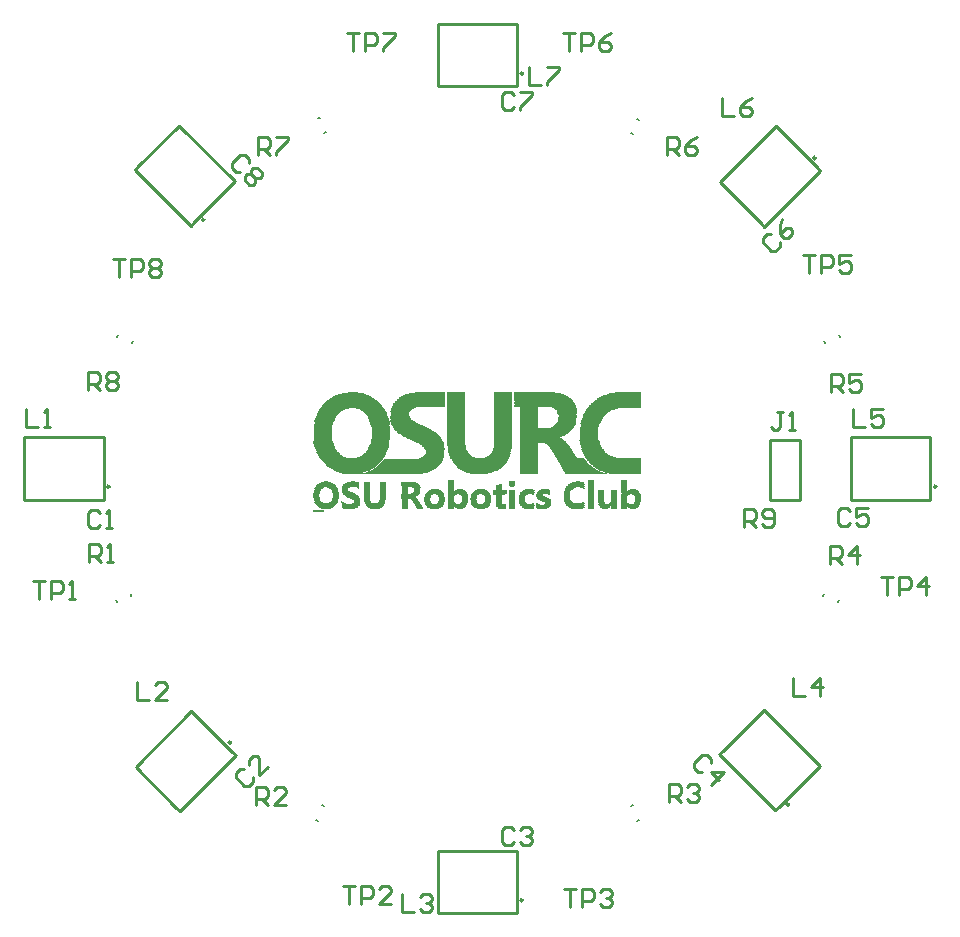
<source format=gto>
G04 Layer_Color=15132400*
%FSLAX24Y24*%
%MOIN*%
G70*
G01*
G75*
%ADD33C,0.0100*%
%ADD34C,0.0079*%
%ADD35C,0.0001*%
%ADD36R,0.0127X0.0007*%
%ADD37R,0.0157X0.0007*%
%ADD38R,0.0135X0.0007*%
%ADD39R,0.0120X0.0007*%
%ADD40R,0.0090X0.0007*%
%ADD41R,0.0112X0.0007*%
%ADD42R,0.0150X0.0007*%
%ADD43R,0.0090X0.0007*%
%ADD44R,0.0217X0.0008*%
%ADD45R,0.0254X0.0008*%
%ADD46R,0.0224X0.0008*%
%ADD47R,0.0210X0.0008*%
%ADD48R,0.0157X0.0008*%
%ADD49R,0.0209X0.0008*%
%ADD50R,0.0187X0.0008*%
%ADD51R,0.0254X0.0008*%
%ADD52R,0.0150X0.0008*%
%ADD53R,0.0150X0.0008*%
%ADD54R,0.0277X0.0008*%
%ADD55R,0.0322X0.0008*%
%ADD56R,0.0284X0.0008*%
%ADD57R,0.0195X0.0008*%
%ADD58R,0.0262X0.0008*%
%ADD59R,0.0202X0.0008*%
%ADD60R,0.0217X0.0008*%
%ADD61R,0.0269X0.0008*%
%ADD62R,0.0284X0.0008*%
%ADD63R,0.0314X0.0008*%
%ADD64R,0.0187X0.0008*%
%ADD65R,0.0314X0.0008*%
%ADD66R,0.0374X0.0008*%
%ADD67R,0.0329X0.0008*%
%ADD68R,0.0299X0.0008*%
%ADD69R,0.0232X0.0008*%
%ADD70R,0.0247X0.0008*%
%ADD71R,0.0307X0.0008*%
%ADD72R,0.0359X0.0008*%
%ADD73R,0.0412X0.0008*%
%ADD74R,0.0337X0.0008*%
%ADD75R,0.0262X0.0008*%
%ADD76R,0.0367X0.0008*%
%ADD77R,0.0411X0.0008*%
%ADD78R,0.0239X0.0008*%
%ADD79R,0.0389X0.0007*%
%ADD80R,0.0449X0.0007*%
%ADD81R,0.0389X0.0007*%
%ADD82R,0.0195X0.0007*%
%ADD83R,0.0224X0.0007*%
%ADD84R,0.0367X0.0007*%
%ADD85R,0.0277X0.0007*%
%ADD86R,0.0359X0.0007*%
%ADD87R,0.0269X0.0007*%
%ADD88R,0.0382X0.0007*%
%ADD89R,0.0187X0.0007*%
%ADD90R,0.0187X0.0007*%
%ADD91R,0.0419X0.0008*%
%ADD92R,0.0471X0.0008*%
%ADD93R,0.0389X0.0008*%
%ADD94R,0.0396X0.0008*%
%ADD95R,0.0471X0.0008*%
%ADD96R,0.0292X0.0008*%
%ADD97R,0.0449X0.0008*%
%ADD98R,0.0494X0.0008*%
%ADD99R,0.0382X0.0008*%
%ADD100R,0.0404X0.0008*%
%ADD101R,0.0486X0.0008*%
%ADD102R,0.0509X0.0008*%
%ADD103R,0.0464X0.0008*%
%ADD104R,0.0225X0.0008*%
%ADD105R,0.0434X0.0008*%
%ADD106R,0.0329X0.0008*%
%ADD107R,0.0397X0.0008*%
%ADD108R,0.0501X0.0008*%
%ADD109R,0.0516X0.0008*%
%ADD110R,0.0456X0.0008*%
%ADD111R,0.0344X0.0008*%
%ADD112R,0.0299X0.0008*%
%ADD113R,0.0426X0.0008*%
%ADD114R,0.0516X0.0008*%
%ADD115R,0.0509X0.0007*%
%ADD116R,0.0524X0.0007*%
%ADD117R,0.0471X0.0007*%
%ADD118R,0.0359X0.0007*%
%ADD119R,0.0479X0.0007*%
%ADD120R,0.0307X0.0007*%
%ADD121R,0.0411X0.0007*%
%ADD122R,0.0434X0.0007*%
%ADD123R,0.0524X0.0007*%
%ADD124R,0.0337X0.0007*%
%ADD125R,0.0539X0.0008*%
%ADD126R,0.0531X0.0008*%
%ADD127R,0.0524X0.0008*%
%ADD128R,0.0569X0.0008*%
%ADD129R,0.0307X0.0008*%
%ADD130R,0.0441X0.0008*%
%ADD131R,0.0352X0.0008*%
%ADD132R,0.0554X0.0008*%
%ADD133R,0.0576X0.0008*%
%ADD134R,0.0546X0.0008*%
%ADD135R,0.0584X0.0008*%
%ADD136R,0.0554X0.0008*%
%ADD137R,0.0561X0.0008*%
%ADD138R,0.0599X0.0007*%
%ADD139R,0.0561X0.0007*%
%ADD140R,0.0569X0.0007*%
%ADD141R,0.0217X0.0007*%
%ADD142R,0.0546X0.0007*%
%ADD143R,0.0591X0.0007*%
%ADD144R,0.0539X0.0007*%
%ADD145R,0.0322X0.0007*%
%ADD146R,0.0464X0.0007*%
%ADD147R,0.0576X0.0007*%
%ADD148R,0.0613X0.0008*%
%ADD149R,0.0561X0.0008*%
%ADD150R,0.0598X0.0008*%
%ADD151R,0.0599X0.0008*%
%ADD152R,0.0628X0.0008*%
%ADD153R,0.0643X0.0008*%
%ADD154R,0.0606X0.0008*%
%ADD155R,0.0120X0.0008*%
%ADD156R,0.0591X0.0008*%
%ADD157R,0.0658X0.0008*%
%ADD158R,0.0097X0.0008*%
%ADD159R,0.0202X0.0008*%
%ADD160R,0.0673X0.0007*%
%ADD161R,0.0621X0.0007*%
%ADD162R,0.0217X0.0007*%
%ADD163R,0.0254X0.0007*%
%ADD164R,0.0247X0.0007*%
%ADD165R,0.0262X0.0007*%
%ADD166R,0.0232X0.0007*%
%ADD167R,0.0030X0.0007*%
%ADD168R,0.0075X0.0007*%
%ADD169R,0.0598X0.0007*%
%ADD170R,0.0247X0.0007*%
%ADD171R,0.0681X0.0008*%
%ADD172R,0.0180X0.0008*%
%ADD173R,0.0232X0.0008*%
%ADD174R,0.0239X0.0008*%
%ADD175R,0.0015X0.0008*%
%ADD176R,0.0067X0.0008*%
%ADD177R,0.0052X0.0008*%
%ADD178R,0.0688X0.0008*%
%ADD179R,0.0636X0.0008*%
%ADD180R,0.0247X0.0008*%
%ADD181R,0.0045X0.0008*%
%ADD182R,0.0037X0.0008*%
%ADD183R,0.0030X0.0008*%
%ADD184R,0.0022X0.0008*%
%ADD185R,0.0180X0.0008*%
%ADD186R,0.0142X0.0008*%
%ADD187R,0.0105X0.0008*%
%ADD188R,0.0008X0.0008*%
%ADD189R,0.0105X0.0008*%
%ADD190R,0.0082X0.0007*%
%ADD191R,0.0239X0.0007*%
%ADD192R,0.0209X0.0007*%
%ADD193R,0.0210X0.0007*%
%ADD194R,0.0202X0.0007*%
%ADD195R,0.0180X0.0007*%
%ADD196R,0.0299X0.0007*%
%ADD197R,0.0075X0.0008*%
%ADD198R,0.0060X0.0008*%
%ADD199R,0.0060X0.0008*%
%ADD200R,0.0277X0.0008*%
%ADD201R,0.0023X0.0008*%
%ADD202R,0.0015X0.0007*%
%ADD203R,0.0194X0.0008*%
%ADD204R,0.0202X0.0007*%
%ADD205R,0.0194X0.0007*%
%ADD206R,0.0314X0.0007*%
%ADD207R,0.0367X0.0008*%
%ADD208R,0.0374X0.0007*%
%ADD209R,0.0374X0.0008*%
%ADD210R,0.0284X0.0007*%
%ADD211R,0.0322X0.0008*%
%ADD212R,0.0479X0.0008*%
%ADD213R,0.0352X0.0007*%
%ADD214R,0.0314X0.0007*%
%ADD215R,0.0396X0.0007*%
%ADD216R,0.0052X0.0008*%
%ADD217R,0.0015X0.0008*%
%ADD218R,0.0426X0.0007*%
%ADD219R,0.0030X0.0007*%
%ADD220R,0.0254X0.0007*%
%ADD221R,0.0269X0.0008*%
%ADD222R,0.0583X0.0008*%
%ADD223R,0.0621X0.0008*%
%ADD224R,0.0359X0.0008*%
%ADD225R,0.0112X0.0008*%
%ADD226R,0.0329X0.0007*%
%ADD227R,0.0554X0.0007*%
%ADD228R,0.0613X0.0007*%
%ADD229R,0.0546X0.0007*%
%ADD230R,0.0434X0.0007*%
%ADD231R,0.0441X0.0007*%
%ADD232R,0.0419X0.0007*%
%ADD233R,0.0606X0.0007*%
%ADD234R,0.0546X0.0008*%
%ADD235R,0.0292X0.0008*%
%ADD236R,0.0509X0.0008*%
%ADD237R,0.0389X0.0008*%
%ADD238R,0.0479X0.0007*%
%ADD239R,0.0367X0.0007*%
%ADD240R,0.0486X0.0007*%
%ADD241R,0.0404X0.0007*%
%ADD242R,0.0464X0.0008*%
%ADD243R,0.0449X0.0008*%
%ADD244R,0.0404X0.0008*%
%ADD245R,0.0292X0.0007*%
%ADD246R,0.0352X0.0007*%
%ADD247R,0.0292X0.0007*%
%ADD248R,0.0352X0.0008*%
%ADD249R,0.0172X0.0007*%
%ADD250R,0.0165X0.0007*%
%ADD251R,0.0180X0.0007*%
%ADD252R,0.0172X0.0007*%
%ADD253R,0.0007X0.0008*%
%ADD254R,0.0239X0.0007*%
%ADD255R,0.0030X0.0008*%
%ADD256R,0.0067X0.0008*%
%ADD257R,0.0299X0.0007*%
%ADD258R,0.0135X0.0007*%
%ADD259R,0.0681X0.0008*%
%ADD260R,0.0082X0.0008*%
%ADD261R,0.0666X0.0008*%
%ADD262R,0.0643X0.0007*%
%ADD263R,0.0531X0.0007*%
%ADD264R,0.0561X0.0007*%
%ADD265R,0.0628X0.0008*%
%ADD266R,0.0524X0.0008*%
%ADD267R,0.0172X0.0008*%
%ADD268R,0.0165X0.0008*%
%ADD269R,0.0501X0.0007*%
%ADD270R,0.0486X0.0008*%
%ADD271R,0.0479X0.0008*%
%ADD272R,0.0135X0.0008*%
%ADD273R,0.0127X0.0008*%
%ADD274R,0.0165X0.0008*%
%ADD275R,0.0808X0.0008*%
%ADD276R,0.1870X0.0008*%
%ADD277R,0.1384X0.0008*%
%ADD278R,0.0890X0.0008*%
%ADD279R,0.1900X0.0007*%
%ADD280R,0.0412X0.0007*%
%ADD281R,0.0591X0.0007*%
%ADD282R,0.1332X0.0007*%
%ADD283R,0.0958X0.0007*%
%ADD284R,0.1915X0.0008*%
%ADD285R,0.1302X0.0008*%
%ADD286R,0.1017X0.0008*%
%ADD287R,0.1930X0.0008*%
%ADD288R,0.1264X0.0008*%
%ADD289R,0.1062X0.0008*%
%ADD290R,0.1945X0.0008*%
%ADD291R,0.0673X0.0008*%
%ADD292R,0.1249X0.0008*%
%ADD293R,0.1100X0.0008*%
%ADD294R,0.0711X0.0008*%
%ADD295R,0.1952X0.0008*%
%ADD296R,0.0748X0.0008*%
%ADD297R,0.1227X0.0008*%
%ADD298R,0.1130X0.0008*%
%ADD299R,0.0778X0.0007*%
%ADD300R,0.1952X0.0007*%
%ADD301R,0.0800X0.0007*%
%ADD302R,0.1204X0.0007*%
%ADD303R,0.1167X0.0007*%
%ADD304R,0.0823X0.0008*%
%ADD305R,0.1967X0.0008*%
%ADD306R,0.0845X0.0008*%
%ADD307R,0.1189X0.0008*%
%ADD308R,0.1189X0.0008*%
%ADD309R,0.0868X0.0008*%
%ADD310R,0.1975X0.0008*%
%ADD311R,0.0898X0.0008*%
%ADD312R,0.1174X0.0008*%
%ADD313R,0.1212X0.0008*%
%ADD314R,0.0913X0.0008*%
%ADD315R,0.1982X0.0008*%
%ADD316R,0.0950X0.0008*%
%ADD317R,0.1167X0.0008*%
%ADD318R,0.1234X0.0008*%
%ADD319R,0.0958X0.0008*%
%ADD320R,0.1982X0.0008*%
%ADD321R,0.0980X0.0008*%
%ADD322R,0.1152X0.0008*%
%ADD323R,0.1002X0.0007*%
%ADD324R,0.1990X0.0007*%
%ADD325R,0.1017X0.0007*%
%ADD326R,0.1137X0.0007*%
%ADD327R,0.1287X0.0007*%
%ADD328R,0.1040X0.0008*%
%ADD329R,0.1055X0.0008*%
%ADD330R,0.1070X0.0008*%
%ADD331R,0.1997X0.0008*%
%ADD332R,0.1085X0.0008*%
%ADD333R,0.1115X0.0008*%
%ADD334R,0.1317X0.0008*%
%ADD335R,0.1107X0.0008*%
%ADD336R,0.1997X0.0008*%
%ADD337R,0.1339X0.0008*%
%ADD338R,0.1137X0.0008*%
%ADD339R,0.1160X0.0008*%
%ADD340R,0.1354X0.0008*%
%ADD341R,0.1175X0.0007*%
%ADD342R,0.1997X0.0007*%
%ADD343R,0.1182X0.0007*%
%ADD344R,0.1092X0.0007*%
%ADD345R,0.1369X0.0007*%
%ADD346R,0.1204X0.0008*%
%ADD347R,0.2005X0.0008*%
%ADD348R,0.1077X0.0008*%
%ADD349R,0.1391X0.0008*%
%ADD350R,0.1234X0.0008*%
%ADD351R,0.2005X0.0008*%
%ADD352R,0.1406X0.0008*%
%ADD353R,0.1264X0.0008*%
%ADD354R,0.1421X0.0008*%
%ADD355R,0.1294X0.0008*%
%ADD356R,0.1287X0.0008*%
%ADD357R,0.1055X0.0008*%
%ADD358R,0.1429X0.0008*%
%ADD359R,0.1309X0.0007*%
%ADD360R,0.2005X0.0007*%
%ADD361R,0.1317X0.0007*%
%ADD362R,0.1055X0.0007*%
%ADD363R,0.1444X0.0007*%
%ADD364R,0.1339X0.0008*%
%ADD365R,0.2012X0.0008*%
%ADD366R,0.1459X0.0008*%
%ADD367R,0.1369X0.0008*%
%ADD368R,0.1474X0.0008*%
%ADD369R,0.1376X0.0008*%
%ADD370R,0.1032X0.0008*%
%ADD371R,0.1481X0.0008*%
%ADD372R,0.1414X0.0008*%
%ADD373R,0.1399X0.0008*%
%ADD374R,0.1025X0.0008*%
%ADD375R,0.1496X0.0008*%
%ADD376R,0.1436X0.0007*%
%ADD377R,0.1414X0.0007*%
%ADD378R,0.1025X0.0007*%
%ADD379R,0.1511X0.0007*%
%ADD380R,0.1459X0.0008*%
%ADD381R,0.2012X0.0008*%
%ADD382R,0.1436X0.0008*%
%ADD383R,0.1010X0.0008*%
%ADD384R,0.1518X0.0008*%
%ADD385R,0.1488X0.0008*%
%ADD386R,0.1526X0.0008*%
%ADD387R,0.1503X0.0008*%
%ADD388R,0.1002X0.0008*%
%ADD389R,0.1541X0.0008*%
%ADD390R,0.1496X0.0008*%
%ADD391R,0.1548X0.0008*%
%ADD392R,0.1548X0.0007*%
%ADD393R,0.2012X0.0007*%
%ADD394R,0.0995X0.0007*%
%ADD395R,0.1563X0.0007*%
%ADD396R,0.1563X0.0008*%
%ADD397R,0.0987X0.0008*%
%ADD398R,0.1571X0.0008*%
%ADD399R,0.1578X0.0008*%
%ADD400R,0.1601X0.0008*%
%ADD401R,0.1556X0.0008*%
%ADD402R,0.1593X0.0008*%
%ADD403R,0.1623X0.0008*%
%ADD404R,0.1571X0.0008*%
%ADD405R,0.0972X0.0008*%
%ADD406R,0.1638X0.0007*%
%ADD407R,0.2005X0.0007*%
%ADD408R,0.1586X0.0007*%
%ADD409R,0.0973X0.0007*%
%ADD410R,0.1608X0.0007*%
%ADD411R,0.1661X0.0008*%
%ADD412R,0.0965X0.0008*%
%ADD413R,0.1616X0.0008*%
%ADD414R,0.1683X0.0008*%
%ADD415R,0.1623X0.0008*%
%ADD416R,0.1698X0.0008*%
%ADD417R,0.1631X0.0008*%
%ADD418R,0.1638X0.0008*%
%ADD419R,0.1713X0.0008*%
%ADD420R,0.1646X0.0008*%
%ADD421R,0.0957X0.0008*%
%ADD422R,0.1646X0.0008*%
%ADD423R,0.1728X0.0007*%
%ADD424R,0.1997X0.0007*%
%ADD425R,0.1661X0.0007*%
%ADD426R,0.0950X0.0007*%
%ADD427R,0.1653X0.0007*%
%ADD428R,0.1743X0.0008*%
%ADD429R,0.1676X0.0008*%
%ADD430R,0.1758X0.0008*%
%ADD431R,0.1683X0.0008*%
%ADD432R,0.1668X0.0008*%
%ADD433R,0.1773X0.0008*%
%ADD434R,0.1691X0.0008*%
%ADD435R,0.0943X0.0008*%
%ADD436R,0.1788X0.0008*%
%ADD437R,0.1990X0.0008*%
%ADD438R,0.1706X0.0008*%
%ADD439R,0.1803X0.0007*%
%ADD440R,0.1990X0.0007*%
%ADD441R,0.1721X0.0007*%
%ADD442R,0.0935X0.0007*%
%ADD443R,0.1691X0.0007*%
%ADD444R,0.1818X0.0008*%
%ADD445R,0.1990X0.0008*%
%ADD446R,0.1735X0.0008*%
%ADD447R,0.0935X0.0008*%
%ADD448R,0.1698X0.0008*%
%ADD449R,0.1833X0.0008*%
%ADD450R,0.0935X0.0008*%
%ADD451R,0.1848X0.0008*%
%ADD452R,0.1750X0.0008*%
%ADD453R,0.0928X0.0008*%
%ADD454R,0.1863X0.0008*%
%ADD455R,0.1765X0.0008*%
%ADD456R,0.1721X0.0008*%
%ADD457R,0.1878X0.0007*%
%ADD458R,0.1975X0.0007*%
%ADD459R,0.1773X0.0007*%
%ADD460R,0.0920X0.0007*%
%ADD461R,0.1893X0.0008*%
%ADD462R,0.1780X0.0008*%
%ADD463R,0.0920X0.0008*%
%ADD464R,0.1908X0.0008*%
%ADD465R,0.1795X0.0008*%
%ADD466R,0.1923X0.0008*%
%ADD467R,0.1803X0.0008*%
%ADD468R,0.1937X0.0008*%
%ADD469R,0.1810X0.0008*%
%ADD470R,0.1937X0.0007*%
%ADD471R,0.1967X0.0007*%
%ADD472R,0.1825X0.0007*%
%ADD473R,0.0913X0.0007*%
%ADD474R,0.1758X0.0007*%
%ADD475R,0.1967X0.0008*%
%ADD476R,0.1765X0.0008*%
%ADD477R,0.1960X0.0008*%
%ADD478R,0.1840X0.0008*%
%ADD479R,0.0905X0.0008*%
%ADD480R,0.1773X0.0008*%
%ADD481R,0.1960X0.0008*%
%ADD482R,0.1848X0.0008*%
%ADD483R,0.1945X0.0007*%
%ADD484R,0.1870X0.0007*%
%ADD485R,0.0905X0.0007*%
%ADD486R,0.1788X0.0007*%
%ADD487R,0.2020X0.0008*%
%ADD488R,0.1878X0.0008*%
%ADD489R,0.2027X0.0008*%
%ADD490R,0.0860X0.0008*%
%ADD491R,0.0898X0.0008*%
%ADD492R,0.2042X0.0008*%
%ADD493R,0.0905X0.0008*%
%ADD494R,0.1803X0.0008*%
%ADD495R,0.2057X0.0008*%
%ADD496R,0.0800X0.0008*%
%ADD497R,0.0778X0.0008*%
%ADD498R,0.2072X0.0007*%
%ADD499R,0.0755X0.0007*%
%ADD500R,0.1908X0.0007*%
%ADD501R,0.0898X0.0007*%
%ADD502R,0.1818X0.0007*%
%ADD503R,0.0741X0.0008*%
%ADD504R,0.0883X0.0008*%
%ADD505R,0.0733X0.0008*%
%ADD506R,0.0830X0.0008*%
%ADD507R,0.1047X0.0008*%
%ADD508R,0.0875X0.0008*%
%ADD509R,0.0718X0.0008*%
%ADD510R,0.0703X0.0008*%
%ADD511R,0.0793X0.0008*%
%ADD512R,0.0778X0.0008*%
%ADD513R,0.0860X0.0007*%
%ADD514R,0.0838X0.0007*%
%ADD515R,0.0688X0.0007*%
%ADD516R,0.0785X0.0007*%
%ADD517R,0.0666X0.0007*%
%ADD518R,0.0688X0.0008*%
%ADD519R,0.0763X0.0008*%
%ADD520R,0.0755X0.0008*%
%ADD521R,0.0658X0.0008*%
%ADD522R,0.0823X0.0008*%
%ADD523R,0.0740X0.0008*%
%ADD524R,0.0726X0.0008*%
%ADD525R,0.0785X0.0008*%
%ADD526R,0.0666X0.0008*%
%ADD527R,0.0726X0.0008*%
%ADD528R,0.0890X0.0008*%
%ADD529R,0.0778X0.0007*%
%ADD530R,0.0658X0.0007*%
%ADD531R,0.0726X0.0007*%
%ADD532R,0.0711X0.0007*%
%ADD533R,0.0666X0.0007*%
%ADD534R,0.0883X0.0007*%
%ADD535R,0.0785X0.0008*%
%ADD536R,0.0770X0.0008*%
%ADD537R,0.0651X0.0008*%
%ADD538R,0.0711X0.0008*%
%ADD539R,0.0696X0.0008*%
%ADD540R,0.0860X0.0008*%
%ADD541R,0.0703X0.0008*%
%ADD542R,0.0853X0.0008*%
%ADD543R,0.0838X0.0008*%
%ADD544R,0.0741X0.0007*%
%ADD545R,0.0636X0.0007*%
%ADD546R,0.0681X0.0007*%
%ADD547R,0.0651X0.0007*%
%ADD548R,0.0823X0.0007*%
%ADD549R,0.0815X0.0008*%
%ADD550R,0.0748X0.0008*%
%ADD551R,0.0673X0.0008*%
%ADD552R,0.0733X0.0007*%
%ADD553R,0.0711X0.0007*%
%ADD554R,0.0628X0.0007*%
%ADD555R,0.0658X0.0007*%
%ADD556R,0.0793X0.0007*%
%ADD557R,0.0651X0.0008*%
%ADD558R,0.0770X0.0008*%
%ADD559R,0.0718X0.0007*%
%ADD560R,0.0621X0.0007*%
%ADD561R,0.0636X0.0007*%
%ADD562R,0.0651X0.0007*%
%ADD563R,0.0621X0.0008*%
%ADD564R,0.0696X0.0007*%
%ADD565R,0.0673X0.0007*%
%ADD566R,0.0733X0.0007*%
%ADD567R,0.0613X0.0008*%
%ADD568R,0.0733X0.0008*%
%ADD569R,0.0636X0.0008*%
%ADD570R,0.0703X0.0007*%
%ADD571R,0.0606X0.0007*%
%ADD572R,0.0606X0.0008*%
%ADD573R,0.0591X0.0008*%
%ADD574R,0.0696X0.0007*%
%ADD575R,0.0628X0.0007*%
%ADD576R,0.0748X0.0007*%
%ADD577R,0.0583X0.0007*%
%ADD578R,0.0793X0.0007*%
%ADD579R,0.0808X0.0008*%
%ADD580R,0.0845X0.0007*%
%ADD581R,0.1526X0.0007*%
%ADD582R,0.0883X0.0008*%
%ADD583R,0.1511X0.0008*%
%ADD584R,0.1496X0.0007*%
%ADD585R,0.1489X0.0008*%
%ADD586R,0.0965X0.0008*%
%ADD587R,0.1466X0.0008*%
%ADD588R,0.1459X0.0007*%
%ADD589R,0.0995X0.0008*%
%ADD590R,0.1444X0.0008*%
%ADD591R,0.1421X0.0008*%
%ADD592R,0.1040X0.0007*%
%ADD593R,0.1070X0.0008*%
%ADD594R,0.1085X0.0008*%
%ADD595R,0.1092X0.0008*%
%ADD596R,0.1100X0.0007*%
%ADD597R,0.1354X0.0007*%
%ADD598R,0.1115X0.0008*%
%ADD599R,0.1144X0.0008*%
%ADD600R,0.1159X0.0007*%
%ADD601R,0.1167X0.0008*%
%ADD602R,0.1361X0.0008*%
%ADD603R,0.1182X0.0008*%
%ADD604R,0.1384X0.0008*%
%ADD605R,0.1197X0.0007*%
%ADD606R,0.1197X0.0008*%
%ADD607R,0.1212X0.0008*%
%ADD608R,0.1451X0.0008*%
%ADD609R,0.1219X0.0007*%
%ADD610R,0.1489X0.0007*%
%ADD611R,0.1219X0.0008*%
%ADD612R,0.1227X0.0008*%
%ADD613R,0.1533X0.0008*%
%ADD614R,0.1234X0.0007*%
%ADD615R,0.1556X0.0007*%
%ADD616R,0.1563X0.0008*%
%ADD617R,0.1586X0.0008*%
%ADD618R,0.1234X0.0007*%
%ADD619R,0.1601X0.0007*%
%ADD620R,0.1646X0.0007*%
%ADD621R,0.1653X0.0008*%
%ADD622R,0.1189X0.0007*%
%ADD623R,0.1152X0.0007*%
%ADD624R,0.1145X0.0008*%
%ADD625R,0.0845X0.0008*%
%ADD626R,0.1107X0.0007*%
%ADD627R,0.0696X0.0008*%
%ADD628R,0.1047X0.0007*%
%ADD629R,0.1010X0.0008*%
%ADD630R,0.0987X0.0007*%
%ADD631R,0.0973X0.0008*%
%ADD632R,0.0943X0.0008*%
%ADD633R,0.0920X0.0007*%
%ADD634R,0.0853X0.0007*%
%ADD635R,0.0756X0.0008*%
%ADD636R,0.0748X0.0007*%
%ADD637R,0.0643X0.0008*%
%ADD638R,0.0763X0.0007*%
%ADD639R,0.0793X0.0008*%
%ADD640R,0.0643X0.0007*%
%ADD641R,0.0868X0.0008*%
%ADD642R,0.0815X0.0008*%
%ADD643R,0.0868X0.0007*%
%ADD644R,0.0860X0.0007*%
%ADD645R,0.0943X0.0007*%
%ADD646R,0.1062X0.0008*%
%ADD647R,0.2072X0.0008*%
%ADD648R,0.2057X0.0007*%
%ADD649R,0.0785X0.0007*%
%ADD650R,0.0770X0.0007*%
%ADD651R,0.1750X0.0007*%
%ADD652R,0.2050X0.0008*%
%ADD653R,0.2035X0.0008*%
%ADD654R,0.2027X0.0008*%
%ADD655R,0.1728X0.0008*%
%ADD656R,0.0928X0.0008*%
%ADD657R,0.0935X0.0007*%
%ADD658R,0.1713X0.0007*%
%ADD659R,0.2035X0.0008*%
%ADD660R,0.1952X0.0008*%
%ADD661R,0.1735X0.0007*%
%ADD662R,0.2027X0.0007*%
%ADD663R,0.1683X0.0007*%
%ADD664R,0.1922X0.0008*%
%ADD665R,0.2020X0.0008*%
%ADD666R,0.1915X0.0008*%
%ADD667R,0.1907X0.0008*%
%ADD668R,0.1893X0.0008*%
%ADD669R,0.1878X0.0007*%
%ADD670R,0.1646X0.0007*%
%ADD671R,0.1833X0.0008*%
%ADD672R,0.1818X0.0008*%
%ADD673R,0.1803X0.0007*%
%ADD674R,0.1758X0.0008*%
%ADD675R,0.1743X0.0008*%
%ADD676R,0.1728X0.0008*%
%ADD677R,0.1960X0.0007*%
%ADD678R,0.1661X0.0008*%
%ADD679R,0.1616X0.0007*%
%ADD680R,0.1930X0.0007*%
%ADD681R,0.1608X0.0008*%
%ADD682R,0.1900X0.0008*%
%ADD683R,0.1571X0.0007*%
%ADD684R,0.1893X0.0007*%
%ADD685R,0.1459X0.0007*%
%ADD686R,0.1504X0.0008*%
%ADD687R,0.1885X0.0008*%
%ADD688R,0.1855X0.0008*%
%ADD689R,0.1406X0.0007*%
%ADD690R,0.1848X0.0007*%
%ADD691R,0.1399X0.0007*%
%ADD692R,0.1346X0.0008*%
%ADD693R,0.1466X0.0007*%
%ADD694R,0.1795X0.0007*%
%ADD695R,0.1279X0.0008*%
%ADD696R,0.1391X0.0007*%
%ADD697R,0.1249X0.0007*%
%ADD698R,0.1040X0.0008*%
%ADD699R,0.1197X0.0008*%
%ADD700R,0.1324X0.0008*%
%ADD701R,0.1302X0.0007*%
%ADD702R,0.1152X0.0007*%
%ADD703R,0.1257X0.0008*%
%ADD704R,0.1047X0.0008*%
%ADD705R,0.0703X0.0007*%
%ADD706R,0.1174X0.0007*%
%ADD707R,0.1518X0.0007*%
%ADD708R,0.1017X0.0007*%
%ADD709R,0.1346X0.0008*%
%ADD710R,0.1257X0.0007*%
%ADD711R,0.0740X0.0007*%
D33*
X39895Y18309D02*
G03*
X39895Y18309I-39J0D01*
G01*
X20408Y37796D02*
G03*
X20408Y37796I-39J0D01*
G01*
X40786Y39856D02*
G03*
X40786Y39856I-39J0D01*
G01*
X44803Y28898D02*
G03*
X44803Y28898I-39J0D01*
G01*
X21299Y20369D02*
G03*
X21299Y20369I-39J0D01*
G01*
X17244Y28898D02*
G03*
X17244Y28898I-39J0D01*
G01*
X31024Y15118D02*
G03*
X31024Y15118I-39J0D01*
G01*
Y42677D02*
G03*
X31024Y42677I-39J0D01*
G01*
X37573Y19979D02*
X37684Y20090D01*
X39438Y18114D02*
X39550Y18225D01*
X37573Y19979D02*
X39438Y18114D01*
X39048Y21454D02*
X40914Y19589D01*
X39550Y18225D02*
X40914Y19589D01*
X39550Y18225D02*
X39550D01*
X37684Y20090D02*
X39048Y21454D01*
X18086Y39466D02*
X18197Y39577D01*
X19951Y37601D02*
X20062Y37712D01*
X18086Y39466D02*
X19951Y37601D01*
X19561Y40941D02*
X21426Y39076D01*
X20062Y37712D02*
X21426Y39076D01*
X18197Y39577D02*
X19561Y40941D01*
X39264Y30461D02*
X40264D01*
Y28461D02*
Y30461D01*
X39264Y28461D02*
X40264D01*
X39264D02*
Y30461D01*
X38965Y37684D02*
X39076Y37573D01*
X40830Y39550D02*
X40941Y39438D01*
X39076Y37573D02*
X40941Y39438D01*
X37601Y39048D02*
X39466Y40914D01*
X40830Y39550D01*
Y39550D02*
Y39550D01*
X37601Y39048D02*
X38965Y37684D01*
X41968Y28465D02*
Y28622D01*
X44606Y28465D02*
Y28622D01*
X41968Y28465D02*
X44606D01*
X41968Y30551D02*
X44606D01*
Y28622D02*
Y30551D01*
X41968Y28622D02*
Y30551D01*
X19478Y18197D02*
X19589Y18086D01*
X21343Y20062D02*
X21454Y19951D01*
X19589Y18086D02*
X21454Y19951D01*
X18114Y19561D02*
X19979Y21426D01*
X21343Y20062D01*
X18114Y19561D02*
X19478Y18197D01*
X14409Y28465D02*
Y28622D01*
X17047Y28465D02*
Y28622D01*
X14409Y28465D02*
X17047D01*
X14409Y30551D02*
X17047D01*
Y28622D02*
Y30551D01*
X14409Y28622D02*
Y30551D01*
X28189Y14685D02*
Y14843D01*
X30827Y14685D02*
Y14843D01*
X28189Y14685D02*
X30827D01*
X28189Y16772D02*
X30827D01*
Y14843D02*
Y16772D01*
X28189Y14843D02*
Y16772D01*
Y42244D02*
Y42402D01*
X30827Y42244D02*
Y42402D01*
X28189Y42244D02*
X30827D01*
X28189Y44331D02*
X30827D01*
Y42402D02*
Y44331D01*
X28189Y42402D02*
Y44331D01*
X40039Y22529D02*
Y21929D01*
X40439D01*
X40939D02*
Y22529D01*
X40639Y22229D01*
X41039D01*
X17362Y36505D02*
X17762D01*
X17562D01*
Y35906D01*
X17962D02*
Y36505D01*
X18262D01*
X18362Y36405D01*
Y36205D01*
X18262Y36105D01*
X17962D01*
X18562Y36405D02*
X18662Y36505D01*
X18862D01*
X18962Y36405D01*
Y36305D01*
X18862Y36205D01*
X18962Y36105D01*
Y36005D01*
X18862Y35906D01*
X18662D01*
X18562Y36005D01*
Y36105D01*
X18662Y36205D01*
X18562Y36305D01*
Y36405D01*
X18662Y36205D02*
X18862D01*
X25157Y44025D02*
X25557D01*
X25357D01*
Y43425D01*
X25757D02*
Y44025D01*
X26057D01*
X26157Y43925D01*
Y43725D01*
X26057Y43625D01*
X25757D01*
X26357Y44025D02*
X26757D01*
Y43925D01*
X26357Y43525D01*
Y43425D01*
X40354Y36623D02*
X40754D01*
X40554D01*
Y36024D01*
X40954D02*
Y36623D01*
X41254D01*
X41354Y36523D01*
Y36324D01*
X41254Y36224D01*
X40954D01*
X41954Y36623D02*
X41554D01*
Y36324D01*
X41754Y36423D01*
X41854D01*
X41954Y36324D01*
Y36124D01*
X41854Y36024D01*
X41654D01*
X41554Y36124D01*
X32362Y44025D02*
X32762D01*
X32562D01*
Y43425D01*
X32962D02*
Y44025D01*
X33262D01*
X33362Y43925D01*
Y43725D01*
X33262Y43625D01*
X32962D01*
X33962Y44025D02*
X33762Y43925D01*
X33562Y43725D01*
Y43525D01*
X33662Y43425D01*
X33862D01*
X33962Y43525D01*
Y43625D01*
X33862Y43725D01*
X33562D01*
X16935Y28020D02*
X16835Y28119D01*
X16635D01*
X16535Y28020D01*
Y27620D01*
X16635Y27520D01*
X16835D01*
X16935Y27620D01*
X17135Y27520D02*
X17335D01*
X17235D01*
Y28119D01*
X17135Y28020D01*
X21740Y19494D02*
X21599D01*
X21458Y19353D01*
Y19212D01*
X21740Y18929D01*
X21882D01*
X22023Y19070D01*
Y19212D01*
X22518Y19565D02*
X22235Y19282D01*
Y19848D01*
X22164Y19919D01*
X22023D01*
X21882Y19777D01*
Y19636D01*
X30715Y17468D02*
X30615Y17568D01*
X30415D01*
X30315Y17468D01*
Y17068D01*
X30415Y16968D01*
X30615D01*
X30715Y17068D01*
X30915Y17468D02*
X31015Y17568D01*
X31215D01*
X31315Y17468D01*
Y17368D01*
X31215Y17268D01*
X31115D01*
X31215D01*
X31315Y17168D01*
Y17068D01*
X31215Y16968D01*
X31015D01*
X30915Y17068D01*
X37290Y19677D02*
Y19818D01*
X37148Y19960D01*
X37007D01*
X36724Y19677D01*
Y19536D01*
X36866Y19394D01*
X37007D01*
X37290Y18970D02*
X37714Y19394D01*
X37290D01*
X37572Y19111D01*
X41935Y28098D02*
X41835Y28198D01*
X41635D01*
X41535Y28098D01*
Y27698D01*
X41635Y27598D01*
X41835D01*
X41935Y27698D01*
X42535Y28198D02*
X42135D01*
Y27898D01*
X42335Y27998D01*
X42435D01*
X42535Y27898D01*
Y27698D01*
X42435Y27598D01*
X42235D01*
X42135Y27698D01*
X39299Y37329D02*
X39158D01*
X39017Y37188D01*
Y37046D01*
X39299Y36764D01*
X39441D01*
X39582Y36905D01*
Y37046D01*
X39653Y37824D02*
X39582Y37612D01*
Y37329D01*
X39724Y37188D01*
X39865D01*
X40006Y37329D01*
Y37470D01*
X39936Y37541D01*
X39794D01*
X39582Y37329D01*
X30715Y41957D02*
X30615Y42056D01*
X30415D01*
X30315Y41957D01*
Y41557D01*
X30415Y41457D01*
X30615D01*
X30715Y41557D01*
X30915Y42056D02*
X31315D01*
Y41957D01*
X30915Y41557D01*
Y41457D01*
X21896Y39677D02*
Y39818D01*
X21755Y39960D01*
X21613D01*
X21331Y39677D01*
Y39536D01*
X21472Y39394D01*
X21613D01*
X22037Y39536D02*
X22179D01*
X22320Y39394D01*
Y39253D01*
X22249Y39182D01*
X22108D01*
Y39041D01*
X22037Y38970D01*
X21896D01*
X21755Y39111D01*
Y39253D01*
X21825Y39324D01*
X21967D01*
Y39465D01*
X22037Y39536D01*
X21967Y39324D02*
X22108Y39182D01*
X39709Y31405D02*
X39509D01*
X39609D01*
Y30906D01*
X39509Y30806D01*
X39409D01*
X39309Y30906D01*
X39909Y30806D02*
X40109D01*
X40009D01*
Y31405D01*
X39909Y31305D01*
X14460Y31500D02*
Y30900D01*
X14860D01*
X15060D02*
X15260D01*
X15160D01*
Y31500D01*
X15060Y31400D01*
X18160Y22380D02*
Y21780D01*
X18560D01*
X19160D02*
X18760D01*
X19160Y22180D01*
Y22280D01*
X19060Y22380D01*
X18860D01*
X18760Y22280D01*
X27008Y15324D02*
Y14724D01*
X27408D01*
X27608Y15224D02*
X27708Y15324D01*
X27908D01*
X28008Y15224D01*
Y15124D01*
X27908Y15024D01*
X27808D01*
X27908D01*
X28008Y14924D01*
Y14824D01*
X27908Y14724D01*
X27708D01*
X27608Y14824D01*
X42020Y31500D02*
Y30900D01*
X42420D01*
X43020Y31500D02*
X42620D01*
Y31200D01*
X42820Y31300D01*
X42920D01*
X43020Y31200D01*
Y31000D01*
X42920Y30900D01*
X42720D01*
X42620Y31000D01*
X37650Y41860D02*
Y41260D01*
X38050D01*
X38650Y41860D02*
X38450Y41760D01*
X38250Y41560D01*
Y41360D01*
X38350Y41260D01*
X38550D01*
X38650Y41360D01*
Y41460D01*
X38550Y41560D01*
X38250D01*
X31220Y42883D02*
Y42283D01*
X31620D01*
X31820Y42883D02*
X32220D01*
Y42783D01*
X31820Y42383D01*
Y42283D01*
X16562Y26381D02*
Y26981D01*
X16862D01*
X16962Y26881D01*
Y26681D01*
X16862Y26581D01*
X16562D01*
X16762D02*
X16962Y26381D01*
X17162D02*
X17362D01*
X17262D01*
Y26981D01*
X17162Y26881D01*
X22126Y18307D02*
Y18907D01*
X22426D01*
X22526Y18807D01*
Y18607D01*
X22426Y18507D01*
X22126D01*
X22326D02*
X22526Y18307D01*
X23126D02*
X22726D01*
X23126Y18707D01*
Y18807D01*
X23026Y18907D01*
X22826D01*
X22726Y18807D01*
X35906Y18386D02*
Y18986D01*
X36205D01*
X36305Y18886D01*
Y18686D01*
X36205Y18586D01*
X35906D01*
X36105D02*
X36305Y18386D01*
X36505Y18886D02*
X36605Y18986D01*
X36805D01*
X36905Y18886D01*
Y18786D01*
X36805Y18686D01*
X36705D01*
X36805D01*
X36905Y18586D01*
Y18486D01*
X36805Y18386D01*
X36605D01*
X36505Y18486D01*
X41260Y26339D02*
Y26938D01*
X41560D01*
X41660Y26838D01*
Y26638D01*
X41560Y26539D01*
X41260D01*
X41460D02*
X41660Y26339D01*
X42160D02*
Y26938D01*
X41860Y26638D01*
X42260D01*
X41299Y32047D02*
Y32647D01*
X41599D01*
X41699Y32547D01*
Y32347D01*
X41599Y32247D01*
X41299D01*
X41499D02*
X41699Y32047D01*
X42299Y32647D02*
X41899D01*
Y32347D01*
X42099Y32447D01*
X42199D01*
X42299Y32347D01*
Y32147D01*
X42199Y32047D01*
X41999D01*
X41899Y32147D01*
X35827Y39961D02*
Y40560D01*
X36127D01*
X36227Y40460D01*
Y40261D01*
X36127Y40161D01*
X35827D01*
X36027D02*
X36227Y39961D01*
X36826Y40560D02*
X36627Y40460D01*
X36427Y40261D01*
Y40061D01*
X36527Y39961D01*
X36726D01*
X36826Y40061D01*
Y40161D01*
X36726Y40261D01*
X36427D01*
X22205Y39961D02*
Y40560D01*
X22505D01*
X22605Y40460D01*
Y40261D01*
X22505Y40161D01*
X22205D01*
X22405D02*
X22605Y39961D01*
X22805Y40560D02*
X23204D01*
Y40460D01*
X22805Y40061D01*
Y39961D01*
X16535Y32126D02*
Y32726D01*
X16835D01*
X16935Y32626D01*
Y32426D01*
X16835Y32326D01*
X16535D01*
X16735D02*
X16935Y32126D01*
X17135Y32626D02*
X17235Y32726D01*
X17435D01*
X17535Y32626D01*
Y32526D01*
X17435Y32426D01*
X17535Y32326D01*
Y32226D01*
X17435Y32126D01*
X17235D01*
X17135Y32226D01*
Y32326D01*
X17235Y32426D01*
X17135Y32526D01*
Y32626D01*
X17235Y32426D02*
X17435D01*
X38386Y27559D02*
Y28159D01*
X38686D01*
X38786Y28059D01*
Y27859D01*
X38686Y27759D01*
X38386D01*
X38586D02*
X38786Y27559D01*
X38986Y27659D02*
X39086Y27559D01*
X39286D01*
X39385Y27659D01*
Y28059D01*
X39286Y28159D01*
X39086D01*
X38986Y28059D01*
Y27959D01*
X39086Y27859D01*
X39385D01*
X14685Y25757D02*
X15085D01*
X14885D01*
Y25157D01*
X15285D02*
Y25757D01*
X15585D01*
X15685Y25657D01*
Y25457D01*
X15585Y25357D01*
X15285D01*
X15885Y25157D02*
X16085D01*
X15985D01*
Y25757D01*
X15885Y25657D01*
X25039Y15600D02*
X25439D01*
X25239D01*
Y15000D01*
X25639D02*
Y15600D01*
X25939D01*
X26039Y15500D01*
Y15300D01*
X25939Y15200D01*
X25639D01*
X26639Y15000D02*
X26239D01*
X26639Y15400D01*
Y15500D01*
X26539Y15600D01*
X26339D01*
X26239Y15500D01*
X32402Y15482D02*
X32801D01*
X32602D01*
Y14882D01*
X33001D02*
Y15482D01*
X33301D01*
X33401Y15382D01*
Y15182D01*
X33301Y15082D01*
X33001D01*
X33601Y15382D02*
X33701Y15482D01*
X33901D01*
X34001Y15382D01*
Y15282D01*
X33901Y15182D01*
X33801D01*
X33901D01*
X34001Y15082D01*
Y14982D01*
X33901Y14882D01*
X33701D01*
X33601Y14982D01*
X42953Y25875D02*
X43353D01*
X43153D01*
Y25276D01*
X43553D02*
Y25875D01*
X43852D01*
X43952Y25775D01*
Y25575D01*
X43852Y25476D01*
X43553D01*
X44452Y25276D02*
Y25875D01*
X44152Y25575D01*
X44552D01*
D34*
X24114Y17801D02*
X24187Y17771D01*
X24317Y18292D02*
X24390Y18262D01*
X17456Y25132D02*
X17486Y25059D01*
X17947Y25335D02*
X17977Y25262D01*
X34626Y18262D02*
X34698Y18292D01*
X34829Y17771D02*
X34902Y17801D01*
X41039Y25262D02*
X41069Y25335D01*
X41530Y25059D02*
X41560Y25132D01*
X41569Y33957D02*
X41599Y33884D01*
X41078Y33754D02*
X41108Y33681D01*
X34829Y41166D02*
X34902Y41136D01*
X34626Y40675D02*
X34698Y40645D01*
X24396Y40684D02*
X24469Y40714D01*
X24193Y41175D02*
X24265Y41205D01*
X17986Y33681D02*
X18017Y33754D01*
X17495Y33884D02*
X17525Y33957D01*
D35*
X24050Y28120D02*
X24042D01*
Y28114D01*
X24046D01*
X24042D01*
Y28107D01*
X24055Y28116D02*
X24057D01*
Y28114D01*
X24055D01*
Y28116D01*
Y28109D02*
X24057D01*
Y28107D01*
X24055D01*
Y28109D01*
X24065Y28107D02*
X24074Y28116D01*
X24078Y28120D02*
Y28107D01*
X24084D01*
X24087Y28109D01*
Y28118D01*
X24084Y28120D01*
X24078D01*
X24093Y28107D02*
X24097D01*
X24099Y28109D01*
Y28114D01*
X24097Y28116D01*
X24093D01*
X24091Y28114D01*
Y28109D01*
X24093Y28107D01*
X24104Y28116D02*
Y28109D01*
X24106Y28107D01*
X24108Y28109D01*
X24110Y28107D01*
X24112Y28109D01*
Y28116D01*
X24116Y28107D02*
Y28116D01*
X24123D01*
X24125Y28114D01*
Y28107D01*
X24129D02*
X24133D01*
X24131D01*
Y28120D01*
X24129D01*
X24142Y28107D02*
X24146D01*
X24148Y28109D01*
Y28114D01*
X24146Y28116D01*
X24142D01*
X24140Y28114D01*
Y28109D01*
X24142Y28107D01*
X24155Y28116D02*
X24159D01*
X24161Y28114D01*
Y28107D01*
X24155D01*
X24152Y28109D01*
X24155Y28112D01*
X24161D01*
X24174Y28120D02*
Y28107D01*
X24167D01*
X24165Y28109D01*
Y28114D01*
X24167Y28116D01*
X24174D01*
X24178Y28107D02*
X24184D01*
X24186Y28109D01*
X24184Y28112D01*
X24180D01*
X24178Y28114D01*
X24180Y28116D01*
X24186D01*
X24191Y28107D02*
X24199Y28116D01*
X24203Y28120D02*
Y28107D01*
X24212D01*
X24218D02*
X24223D01*
X24225Y28109D01*
Y28114D01*
X24223Y28116D01*
X24218D01*
X24216Y28114D01*
Y28109D01*
X24218Y28107D01*
X24233Y28103D02*
X24235D01*
X24237Y28105D01*
Y28116D01*
X24231D01*
X24229Y28114D01*
Y28109D01*
X24231Y28107D01*
X24237D01*
X24244D02*
X24248D01*
X24250Y28109D01*
Y28114D01*
X24248Y28116D01*
X24244D01*
X24242Y28114D01*
Y28109D01*
X24244Y28107D01*
X24254Y28120D02*
Y28107D01*
X24261D01*
X24263Y28109D01*
Y28112D01*
X24261Y28114D01*
X24254D01*
X24261D01*
X24263Y28116D01*
Y28118D01*
X24261Y28120D01*
X24254D01*
X24267Y28107D02*
X24271D01*
X24269D01*
Y28120D01*
X24267D01*
X24280Y28116D02*
X24284D01*
X24286Y28114D01*
Y28107D01*
X24280D01*
X24278Y28109D01*
X24280Y28112D01*
X24286D01*
X24299Y28116D02*
X24293D01*
X24290Y28114D01*
Y28109D01*
X24293Y28107D01*
X24299D01*
X24303D02*
Y28120D01*
Y28112D02*
X24310Y28116D01*
X24303Y28112D02*
X24310Y28107D01*
X24316D02*
Y28109D01*
X24318D01*
Y28107D01*
X24316D01*
X24327Y28120D02*
Y28107D01*
X24333D01*
X24335Y28109D01*
Y28112D01*
Y28114D01*
X24333Y28116D01*
X24327D01*
X24339Y28107D02*
Y28116D01*
X24341D01*
X24344Y28114D01*
Y28107D01*
Y28114D01*
X24346Y28116D01*
X24348Y28114D01*
Y28107D01*
X24352Y28103D02*
Y28116D01*
X24358D01*
X24361Y28114D01*
Y28109D01*
X24358Y28107D01*
X24352D01*
D36*
X24461Y28145D02*
D03*
X31216D02*
D03*
X31672D02*
D03*
X34709Y28788D02*
D03*
D37*
X25246Y28145D02*
D03*
X30669Y28908D02*
D03*
D38*
X26088Y28145D02*
D03*
X28945Y28788D02*
D03*
D39*
X28078Y28145D02*
D03*
X29618D02*
D03*
D40*
X28915D02*
D03*
X33755D02*
D03*
X31354Y28294D02*
D03*
D41*
X30340Y28145D02*
D03*
D42*
X32820D02*
D03*
D43*
X34683D02*
D03*
X30277Y28945D02*
D03*
D44*
X24461Y28152D02*
D03*
X27505Y28317D02*
D03*
X29817D02*
D03*
X33662D02*
D03*
X27879Y28324D02*
D03*
X34036D02*
D03*
X34417Y28339D02*
D03*
X25486Y28347D02*
D03*
X26323Y28362D02*
D03*
X27460Y28391D02*
D03*
X24760Y28421D02*
D03*
X25486D02*
D03*
Y28429D02*
D03*
X24162Y28444D02*
D03*
X24768D02*
D03*
X27423D02*
D03*
X24162Y28459D02*
D03*
X24154Y28474D02*
D03*
Y28481D02*
D03*
X34417Y28586D02*
D03*
X27879Y28608D02*
D03*
X34836D02*
D03*
X24162Y28728D02*
D03*
X24768Y28743D02*
D03*
X32517D02*
D03*
X24760Y28765D02*
D03*
X25104D02*
D03*
Y28773D02*
D03*
X28942D02*
D03*
X27505Y28818D02*
D03*
X25112Y28848D02*
D03*
D45*
X25243Y28152D02*
D03*
X28923Y28175D02*
D03*
X24704Y28339D02*
D03*
X27442Y28646D02*
D03*
X25130Y28721D02*
D03*
X24711Y28840D02*
D03*
X24704Y28848D02*
D03*
X25310Y29319D02*
D03*
D46*
X26088Y28152D02*
D03*
X31668D02*
D03*
X27606Y28160D02*
D03*
X27599Y28167D02*
D03*
X33755D02*
D03*
X27591Y28175D02*
D03*
X27584Y28189D02*
D03*
Y28197D02*
D03*
X27569Y28212D02*
D03*
X27561Y28227D02*
D03*
X27554Y28234D02*
D03*
Y28242D02*
D03*
X27546Y28249D02*
D03*
X27532Y28272D02*
D03*
Y28279D02*
D03*
X31840D02*
D03*
X27524Y28287D02*
D03*
X27517Y28302D02*
D03*
X27509Y28309D02*
D03*
X27891D02*
D03*
X28272D02*
D03*
X29813D02*
D03*
X33665D02*
D03*
X27883Y28317D02*
D03*
X29050D02*
D03*
X34032D02*
D03*
X34817D02*
D03*
X31017Y28339D02*
D03*
X25871Y28347D02*
D03*
X26312D02*
D03*
X27487D02*
D03*
X25863Y28354D02*
D03*
X27479Y28362D02*
D03*
X24741Y28384D02*
D03*
X27464D02*
D03*
X24188Y28391D02*
D03*
X24749Y28399D02*
D03*
X24180Y28407D02*
D03*
X27449D02*
D03*
X24173Y28421D02*
D03*
X32513Y28429D02*
D03*
X25482Y28436D02*
D03*
X32513D02*
D03*
X32506Y28444D02*
D03*
X27412Y28459D02*
D03*
X27404Y28466D02*
D03*
X27397Y28474D02*
D03*
X28654Y28593D02*
D03*
X34421D02*
D03*
X31032Y28608D02*
D03*
X27883Y28616D02*
D03*
X29065D02*
D03*
X27891Y28623D02*
D03*
X28280D02*
D03*
X29820D02*
D03*
X34825D02*
D03*
X27464Y28661D02*
D03*
X27472Y28668D02*
D03*
X32521Y28758D02*
D03*
X32528Y28765D02*
D03*
X24180Y28773D02*
D03*
X24756D02*
D03*
X32528D02*
D03*
X24756Y28781D02*
D03*
X32536D02*
D03*
X24741Y28803D02*
D03*
X25115Y28855D02*
D03*
X30666Y28967D02*
D03*
Y28975D02*
D03*
Y28990D02*
D03*
Y28997D02*
D03*
D47*
X28078Y28152D02*
D03*
X31219D02*
D03*
X30239Y28309D02*
D03*
X30232Y28317D02*
D03*
Y28324D02*
D03*
X33658D02*
D03*
X28294Y28339D02*
D03*
X29065D02*
D03*
X29409D02*
D03*
X33650D02*
D03*
X34039D02*
D03*
X34832D02*
D03*
X29402Y28347D02*
D03*
X34413D02*
D03*
X34832D02*
D03*
X25489Y28354D02*
D03*
X28646D02*
D03*
X34413D02*
D03*
X34840D02*
D03*
X25489Y28362D02*
D03*
X28646D02*
D03*
X31002D02*
D03*
X34840D02*
D03*
X25489Y28369D02*
D03*
X26327D02*
D03*
X31002D02*
D03*
X25489Y28384D02*
D03*
Y28391D02*
D03*
Y28399D02*
D03*
Y28407D02*
D03*
X24764Y28429D02*
D03*
Y28436D02*
D03*
X24771Y28459D02*
D03*
X24158Y28466D02*
D03*
X24150Y28496D02*
D03*
Y28504D02*
D03*
Y28511D02*
D03*
X32483Y28556D02*
D03*
X28646Y28571D02*
D03*
X32483D02*
D03*
X34413D02*
D03*
X28646Y28579D02*
D03*
X32483D02*
D03*
X34413D02*
D03*
X28302Y28586D02*
D03*
X29402D02*
D03*
X32483D02*
D03*
X24794Y28593D02*
D03*
X29409D02*
D03*
X32483D02*
D03*
X31601Y28653D02*
D03*
X24150Y28668D02*
D03*
Y28683D02*
D03*
Y28691D02*
D03*
Y28698D02*
D03*
X27494D02*
D03*
X24158Y28706D02*
D03*
X27494D02*
D03*
X24158Y28721D02*
D03*
X27502D02*
D03*
X24165Y28736D02*
D03*
X24771D02*
D03*
X27509Y28743D02*
D03*
Y28758D02*
D03*
X25100Y28781D02*
D03*
X27509D02*
D03*
X25100Y28795D02*
D03*
X27509D02*
D03*
X25100Y28803D02*
D03*
X27509D02*
D03*
X25100Y28810D02*
D03*
X27509D02*
D03*
X25100Y28818D02*
D03*
X25108Y28833D02*
D03*
Y28840D02*
D03*
D48*
X28919Y28152D02*
D03*
D49*
X29619D02*
D03*
X28280Y28317D02*
D03*
X28287Y28324D02*
D03*
X29417D02*
D03*
X27868Y28339D02*
D03*
X29072Y28347D02*
D03*
X27861Y28354D02*
D03*
X29072D02*
D03*
X29080Y28369D02*
D03*
X31855D02*
D03*
X25848Y28384D02*
D03*
Y28391D02*
D03*
X26335D02*
D03*
X25841Y28407D02*
D03*
X24779Y28466D02*
D03*
Y28474D02*
D03*
Y28481D02*
D03*
X24786Y28504D02*
D03*
X32491D02*
D03*
X24786Y28511D02*
D03*
X32491D02*
D03*
X24143Y28519D02*
D03*
X24786D02*
D03*
X32491D02*
D03*
X24143Y28534D02*
D03*
X24786D02*
D03*
X32491D02*
D03*
X24143Y28541D02*
D03*
X24786D02*
D03*
X24143Y28549D02*
D03*
Y28556D02*
D03*
Y28571D02*
D03*
X31593D02*
D03*
X24143Y28579D02*
D03*
X27861D02*
D03*
X29080D02*
D03*
X31010D02*
D03*
X34847D02*
D03*
X24143Y28586D02*
D03*
X29080D02*
D03*
X34847D02*
D03*
X24143Y28593D02*
D03*
X27868D02*
D03*
X29835D02*
D03*
X24143Y28608D02*
D03*
X29417D02*
D03*
X29828D02*
D03*
X24143Y28616D02*
D03*
Y28623D02*
D03*
Y28631D02*
D03*
Y28646D02*
D03*
X24786D02*
D03*
X32491D02*
D03*
X24786Y28653D02*
D03*
X32491D02*
D03*
X24786Y28661D02*
D03*
X32491D02*
D03*
X24786Y28668D02*
D03*
X32491D02*
D03*
X24786Y28683D02*
D03*
X32498D02*
D03*
X27487Y28691D02*
D03*
X32498D02*
D03*
X24779Y28698D02*
D03*
X32498D02*
D03*
X24779Y28706D02*
D03*
X32506Y28721D02*
D03*
X24173Y28758D02*
D03*
X30666Y28953D02*
D03*
Y29005D02*
D03*
Y29012D02*
D03*
D50*
X30340Y28152D02*
D03*
X34051Y28160D02*
D03*
Y28167D02*
D03*
Y28175D02*
D03*
Y28189D02*
D03*
Y28197D02*
D03*
Y28205D02*
D03*
Y28212D02*
D03*
Y28227D02*
D03*
Y28234D02*
D03*
Y28242D02*
D03*
X31866Y28302D02*
D03*
Y28309D02*
D03*
Y28339D02*
D03*
Y28347D02*
D03*
X34051Y28399D02*
D03*
Y28407D02*
D03*
Y28421D02*
D03*
X33639Y28429D02*
D03*
X34051D02*
D03*
X33639Y28436D02*
D03*
X34051D02*
D03*
X33639Y28444D02*
D03*
X34051D02*
D03*
X33639Y28459D02*
D03*
X34051D02*
D03*
X33639Y28466D02*
D03*
X34051D02*
D03*
X33639Y28474D02*
D03*
X34051D02*
D03*
X33639Y28481D02*
D03*
X34051D02*
D03*
X33639Y28496D02*
D03*
X34051D02*
D03*
X33639Y28504D02*
D03*
X34051D02*
D03*
X33639Y28511D02*
D03*
X34051D02*
D03*
X33639Y28519D02*
D03*
X34051D02*
D03*
X33639Y28534D02*
D03*
X34051D02*
D03*
X33639Y28541D02*
D03*
X34051D02*
D03*
X33639Y28549D02*
D03*
X34051D02*
D03*
X33639Y28556D02*
D03*
X34051D02*
D03*
X33639Y28571D02*
D03*
X34051D02*
D03*
X33639Y28579D02*
D03*
X34051D02*
D03*
X33639Y28586D02*
D03*
X34051D02*
D03*
X33639Y28593D02*
D03*
X34051D02*
D03*
X33639Y28608D02*
D03*
X34051D02*
D03*
X31582Y28616D02*
D03*
X33639D02*
D03*
X34051D02*
D03*
X31582Y28623D02*
D03*
X33639D02*
D03*
X34051D02*
D03*
X31582Y28631D02*
D03*
X33639D02*
D03*
X34051D02*
D03*
X33639Y28646D02*
D03*
X34051D02*
D03*
X33639Y28653D02*
D03*
X34051D02*
D03*
X33639Y28661D02*
D03*
X34051D02*
D03*
X33639Y28668D02*
D03*
X34051D02*
D03*
X33639Y28683D02*
D03*
X34051D02*
D03*
X33639Y28691D02*
D03*
X34051D02*
D03*
X33639Y28698D02*
D03*
X34051D02*
D03*
X33639Y28706D02*
D03*
X34051D02*
D03*
X33639Y28721D02*
D03*
X34051D02*
D03*
X33639Y28728D02*
D03*
X34051D02*
D03*
X33639Y28736D02*
D03*
X34051D02*
D03*
X33639Y28743D02*
D03*
X34051D02*
D03*
X33639Y28758D02*
D03*
X34051D02*
D03*
X33639Y28765D02*
D03*
X34051D02*
D03*
X33639Y28773D02*
D03*
X34051D02*
D03*
X34709Y28781D02*
D03*
X30228Y28915D02*
D03*
X30670Y28923D02*
D03*
Y29035D02*
D03*
X28642Y29080D02*
D03*
X34410D02*
D03*
D51*
X32828Y28152D02*
D03*
X34683Y28175D02*
D03*
X25452Y28309D02*
D03*
X25893Y28324D02*
D03*
X26290D02*
D03*
X24225Y28347D02*
D03*
X32551Y28369D02*
D03*
X25459Y28466D02*
D03*
X31616Y28549D02*
D03*
X28668Y28623D02*
D03*
X24225Y28840D02*
D03*
X24233Y28848D02*
D03*
D52*
X33755Y28152D02*
D03*
X25070Y28309D02*
D03*
X25482Y28885D02*
D03*
D53*
X34683Y28152D02*
D03*
D54*
X24461Y28160D02*
D03*
X30325Y28189D02*
D03*
X25441Y28302D02*
D03*
X25905Y28317D02*
D03*
X24685Y28324D02*
D03*
X25448Y28481D02*
D03*
X27924Y28646D02*
D03*
X29031D02*
D03*
X25149Y28706D02*
D03*
X32592Y28848D02*
D03*
X24685Y28863D02*
D03*
X25157Y28885D02*
D03*
D55*
X25239Y28160D02*
D03*
X33759Y28212D02*
D03*
X30303Y28249D02*
D03*
Y28264D02*
D03*
X34709Y28736D02*
D03*
X31238Y28765D02*
D03*
D56*
X26088Y28160D02*
D03*
X30322Y28197D02*
D03*
X29626Y28773D02*
D03*
X27464Y28878D02*
D03*
D57*
X27083Y28160D02*
D03*
X28639D02*
D03*
X30666D02*
D03*
X33755D02*
D03*
X34406D02*
D03*
X34683D02*
D03*
X27083Y28167D02*
D03*
X28639D02*
D03*
X30666D02*
D03*
X34406D02*
D03*
X27083Y28175D02*
D03*
X28639D02*
D03*
X30666D02*
D03*
X34406D02*
D03*
X27083Y28189D02*
D03*
X28639D02*
D03*
X30666D02*
D03*
X34406D02*
D03*
X27083Y28197D02*
D03*
X28639D02*
D03*
X30666D02*
D03*
X34406D02*
D03*
X27083Y28205D02*
D03*
X28639D02*
D03*
X30666D02*
D03*
X34406D02*
D03*
X27083Y28212D02*
D03*
X28639D02*
D03*
X30666D02*
D03*
X34406D02*
D03*
X27083Y28227D02*
D03*
X30666D02*
D03*
X27083Y28234D02*
D03*
X30666D02*
D03*
X27083Y28242D02*
D03*
X30666D02*
D03*
X27083Y28249D02*
D03*
X30666D02*
D03*
X27083Y28264D02*
D03*
X30666D02*
D03*
X27083Y28272D02*
D03*
X30666D02*
D03*
X27083Y28279D02*
D03*
X30666D02*
D03*
X27083Y28287D02*
D03*
X30666D02*
D03*
X27083Y28302D02*
D03*
X30666D02*
D03*
X27083Y28309D02*
D03*
X30666D02*
D03*
X27083Y28317D02*
D03*
X30666D02*
D03*
X27083Y28324D02*
D03*
X30666D02*
D03*
X27083Y28339D02*
D03*
X30666D02*
D03*
X27083Y28347D02*
D03*
X30224D02*
D03*
X30666D02*
D03*
X27083Y28354D02*
D03*
X30224D02*
D03*
X30666D02*
D03*
X31863D02*
D03*
X27083Y28362D02*
D03*
X29843D02*
D03*
X30224D02*
D03*
X30666D02*
D03*
X31863D02*
D03*
X33643D02*
D03*
X27083Y28369D02*
D03*
X30224D02*
D03*
X30666D02*
D03*
X33643D02*
D03*
X34047D02*
D03*
X27083Y28384D02*
D03*
X28309D02*
D03*
X29850D02*
D03*
X30224D02*
D03*
X30666D02*
D03*
X33643D02*
D03*
X34047D02*
D03*
X34406D02*
D03*
X27083Y28391D02*
D03*
X28639D02*
D03*
X29387D02*
D03*
X29850D02*
D03*
X30224D02*
D03*
X30666D02*
D03*
X33643D02*
D03*
X34047D02*
D03*
X34406D02*
D03*
X27083Y28399D02*
D03*
X28639D02*
D03*
X29087D02*
D03*
X29387D02*
D03*
X30224D02*
D03*
X30666D02*
D03*
X33643D02*
D03*
X34406D02*
D03*
X27083Y28407D02*
D03*
X27846D02*
D03*
X28639D02*
D03*
X29087D02*
D03*
X29387D02*
D03*
X30224D02*
D03*
X30666D02*
D03*
X33643D02*
D03*
X34406D02*
D03*
X27083Y28421D02*
D03*
X27846D02*
D03*
X28639D02*
D03*
X29858D02*
D03*
X30224D02*
D03*
X30666D02*
D03*
X30987D02*
D03*
X33643D02*
D03*
X34406D02*
D03*
X27083Y28429D02*
D03*
X27846D02*
D03*
X28639D02*
D03*
X29858D02*
D03*
X30224D02*
D03*
X30666D02*
D03*
X30987D02*
D03*
X34406D02*
D03*
X27083Y28436D02*
D03*
X27846D02*
D03*
X28639D02*
D03*
X29858D02*
D03*
X30224D02*
D03*
X30666D02*
D03*
X30987D02*
D03*
X34406D02*
D03*
X25833Y28444D02*
D03*
X26350D02*
D03*
X27083D02*
D03*
X27846D02*
D03*
X28639D02*
D03*
X29095D02*
D03*
X29858D02*
D03*
X30224D02*
D03*
X30666D02*
D03*
X30987D02*
D03*
X34406D02*
D03*
X26350Y28459D02*
D03*
X27083D02*
D03*
X28639D02*
D03*
X29095D02*
D03*
X29858D02*
D03*
X30224D02*
D03*
X30666D02*
D03*
X30987D02*
D03*
X34406D02*
D03*
X26350Y28466D02*
D03*
X27083D02*
D03*
X28639D02*
D03*
X29095D02*
D03*
X29858D02*
D03*
X30224D02*
D03*
X30666D02*
D03*
X30987D02*
D03*
X34406D02*
D03*
X26350Y28474D02*
D03*
X27083D02*
D03*
X28639D02*
D03*
X29095D02*
D03*
X29858D02*
D03*
X30224D02*
D03*
X30666D02*
D03*
X30987D02*
D03*
X34406D02*
D03*
X34862D02*
D03*
X26350Y28481D02*
D03*
X27083D02*
D03*
X28639D02*
D03*
X29095D02*
D03*
X29858D02*
D03*
X30224D02*
D03*
X30666D02*
D03*
X30987D02*
D03*
X34406D02*
D03*
X34862D02*
D03*
X27846Y28496D02*
D03*
X28639D02*
D03*
X29095D02*
D03*
X29858D02*
D03*
X30224D02*
D03*
X30666D02*
D03*
X30987D02*
D03*
X34406D02*
D03*
X34862D02*
D03*
X25826Y28504D02*
D03*
X27846D02*
D03*
X28639D02*
D03*
X29095D02*
D03*
X29858D02*
D03*
X30224D02*
D03*
X30666D02*
D03*
X30987D02*
D03*
X34406D02*
D03*
X25826Y28511D02*
D03*
X27846D02*
D03*
X28639D02*
D03*
X29095D02*
D03*
X29858D02*
D03*
X30224D02*
D03*
X30666D02*
D03*
X30987D02*
D03*
X34406D02*
D03*
X25826Y28519D02*
D03*
X27846D02*
D03*
X28639D02*
D03*
X29095D02*
D03*
X29387D02*
D03*
X29858D02*
D03*
X30224D02*
D03*
X30666D02*
D03*
X34406D02*
D03*
X25826Y28534D02*
D03*
X28639D02*
D03*
X29387D02*
D03*
X30224D02*
D03*
X30666D02*
D03*
X30995D02*
D03*
X34406D02*
D03*
X25826Y28541D02*
D03*
X29387D02*
D03*
X30224D02*
D03*
X30666D02*
D03*
X30995D02*
D03*
X34406D02*
D03*
X25826Y28549D02*
D03*
X30224D02*
D03*
X30666D02*
D03*
X25826Y28556D02*
D03*
X27853D02*
D03*
X29850D02*
D03*
X30224D02*
D03*
X30666D02*
D03*
X25826Y28571D02*
D03*
X30224D02*
D03*
X30666D02*
D03*
X25826Y28579D02*
D03*
X30224D02*
D03*
X30666D02*
D03*
X25826Y28586D02*
D03*
X30224D02*
D03*
X30666D02*
D03*
X25826Y28593D02*
D03*
X30224D02*
D03*
X30666D02*
D03*
X31578D02*
D03*
X25826Y28608D02*
D03*
X30224D02*
D03*
X30666D02*
D03*
X31578D02*
D03*
X25826Y28616D02*
D03*
X30224D02*
D03*
X30666D02*
D03*
X25826Y28623D02*
D03*
X30224D02*
D03*
X30666D02*
D03*
X25826Y28631D02*
D03*
X30224D02*
D03*
X30666D02*
D03*
X25826Y28646D02*
D03*
X27083D02*
D03*
X30666D02*
D03*
X25826Y28653D02*
D03*
X27083D02*
D03*
X30666D02*
D03*
X25826Y28661D02*
D03*
X27083D02*
D03*
X30666D02*
D03*
X25826Y28668D02*
D03*
X27083D02*
D03*
X30666D02*
D03*
X25826Y28683D02*
D03*
X27083D02*
D03*
X30666D02*
D03*
X25826Y28691D02*
D03*
X27083D02*
D03*
X28639D02*
D03*
X30666D02*
D03*
X34406D02*
D03*
X25826Y28698D02*
D03*
X27083D02*
D03*
X28639D02*
D03*
X30666D02*
D03*
X34406D02*
D03*
X25826Y28706D02*
D03*
X27083D02*
D03*
X28639D02*
D03*
X30666D02*
D03*
X34406D02*
D03*
X25826Y28721D02*
D03*
X27083D02*
D03*
X28639D02*
D03*
X30666D02*
D03*
X34406D02*
D03*
X25826Y28728D02*
D03*
X27083D02*
D03*
X28639D02*
D03*
X30666D02*
D03*
X34406D02*
D03*
X25826Y28736D02*
D03*
X27083D02*
D03*
X28639D02*
D03*
X30666D02*
D03*
X34406D02*
D03*
X25826Y28743D02*
D03*
X27083D02*
D03*
X28639D02*
D03*
X30666D02*
D03*
X34406D02*
D03*
X25826Y28758D02*
D03*
X27083D02*
D03*
X28639D02*
D03*
X30666D02*
D03*
X34406D02*
D03*
X25826Y28765D02*
D03*
X27083D02*
D03*
X28639D02*
D03*
X30666D02*
D03*
X34406D02*
D03*
X25826Y28773D02*
D03*
X27083D02*
D03*
X28639D02*
D03*
X30666D02*
D03*
X34406D02*
D03*
X25826Y28781D02*
D03*
X27083D02*
D03*
X28639D02*
D03*
X30224D02*
D03*
X34406D02*
D03*
X25826Y28795D02*
D03*
X27083D02*
D03*
X28639D02*
D03*
X30224D02*
D03*
X34406D02*
D03*
X25826Y28803D02*
D03*
X27083D02*
D03*
X28639D02*
D03*
X30224D02*
D03*
X34406D02*
D03*
X25826Y28810D02*
D03*
X27083D02*
D03*
X28639D02*
D03*
X30224D02*
D03*
X34406D02*
D03*
X25826Y28818D02*
D03*
X27083D02*
D03*
X28639D02*
D03*
X30224D02*
D03*
X34406D02*
D03*
X25826Y28833D02*
D03*
X27083D02*
D03*
X28639D02*
D03*
X30224D02*
D03*
X34406D02*
D03*
X25826Y28840D02*
D03*
X27083D02*
D03*
X28639D02*
D03*
X30224D02*
D03*
X34406D02*
D03*
X25826Y28848D02*
D03*
X27083D02*
D03*
X28639D02*
D03*
X30224D02*
D03*
X34406D02*
D03*
X25826Y28855D02*
D03*
X27083D02*
D03*
X28639D02*
D03*
X30224D02*
D03*
X34406D02*
D03*
X25826Y28863D02*
D03*
X27083D02*
D03*
X28639D02*
D03*
X30224D02*
D03*
X34406D02*
D03*
X25826Y28878D02*
D03*
X27083D02*
D03*
X28639D02*
D03*
X30224D02*
D03*
X34406D02*
D03*
X25826Y28885D02*
D03*
X28639D02*
D03*
X30224D02*
D03*
X34406D02*
D03*
X25826Y28893D02*
D03*
X28639D02*
D03*
X30224D02*
D03*
X34406D02*
D03*
X25826Y28900D02*
D03*
X28639D02*
D03*
X30224D02*
D03*
X34406D02*
D03*
X25826Y28915D02*
D03*
X28639D02*
D03*
X34406D02*
D03*
X25826Y28923D02*
D03*
X28639D02*
D03*
X34406D02*
D03*
X25826Y28930D02*
D03*
X28639D02*
D03*
X30666D02*
D03*
X34406D02*
D03*
X25826Y28938D02*
D03*
X28639D02*
D03*
X34406D02*
D03*
X25826Y28953D02*
D03*
X28639D02*
D03*
X34406D02*
D03*
X25826Y28960D02*
D03*
X28639D02*
D03*
X34406D02*
D03*
X25826Y28967D02*
D03*
X28639D02*
D03*
X34406D02*
D03*
X25826Y28975D02*
D03*
X28639D02*
D03*
X34406D02*
D03*
X25826Y28990D02*
D03*
X28639D02*
D03*
X34406D02*
D03*
X25826Y28997D02*
D03*
X28639D02*
D03*
X34406D02*
D03*
X25826Y29005D02*
D03*
X28639D02*
D03*
X34406D02*
D03*
X25826Y29012D02*
D03*
X28639D02*
D03*
X34406D02*
D03*
X25826Y29027D02*
D03*
X28639D02*
D03*
X30666D02*
D03*
X34406D02*
D03*
X28639Y29035D02*
D03*
X34406D02*
D03*
X28639Y29042D02*
D03*
X34406D02*
D03*
X28639Y29050D02*
D03*
X34406D02*
D03*
X28639Y29065D02*
D03*
X34406D02*
D03*
X28639Y29072D02*
D03*
X34406D02*
D03*
D58*
X28081Y28160D02*
D03*
X29615D02*
D03*
X28672Y28302D02*
D03*
X31051D02*
D03*
X34440D02*
D03*
X24229Y28339D02*
D03*
X32555Y28362D02*
D03*
X31829Y28391D02*
D03*
X25456Y28474D02*
D03*
X28672Y28631D02*
D03*
X34440D02*
D03*
X32577Y28833D02*
D03*
X24244Y28855D02*
D03*
X25142Y28878D02*
D03*
D59*
X28919Y28160D02*
D03*
X30228Y28339D02*
D03*
X28298Y28347D02*
D03*
X33647D02*
D03*
X34043D02*
D03*
X28298Y28354D02*
D03*
X29398D02*
D03*
X33647D02*
D03*
X34043D02*
D03*
X28306Y28362D02*
D03*
X29398D02*
D03*
X34043D02*
D03*
X34410D02*
D03*
X28306Y28369D02*
D03*
X28642D02*
D03*
X29398D02*
D03*
X29847D02*
D03*
X34410D02*
D03*
X34844D02*
D03*
X26331Y28384D02*
D03*
X27849D02*
D03*
X28642D02*
D03*
X29084D02*
D03*
X29390D02*
D03*
X30999D02*
D03*
X27849Y28391D02*
D03*
X29084D02*
D03*
X30991D02*
D03*
X27849Y28399D02*
D03*
X29854D02*
D03*
X30991D02*
D03*
X29854Y28407D02*
D03*
X30991D02*
D03*
X25837Y28421D02*
D03*
X29091D02*
D03*
X25837Y28429D02*
D03*
X29091D02*
D03*
X25837Y28436D02*
D03*
X29091D02*
D03*
X25830Y28459D02*
D03*
X27842D02*
D03*
X25830Y28466D02*
D03*
X27842D02*
D03*
X25830Y28474D02*
D03*
X27842D02*
D03*
X25830Y28481D02*
D03*
X27842D02*
D03*
X25830Y28496D02*
D03*
X26353D02*
D03*
Y28504D02*
D03*
Y28511D02*
D03*
Y28519D02*
D03*
X30991D02*
D03*
X26353Y28534D02*
D03*
X27849D02*
D03*
X29091D02*
D03*
X29854D02*
D03*
X26353Y28541D02*
D03*
X27849D02*
D03*
X28642D02*
D03*
X29091D02*
D03*
X29854D02*
D03*
X32487D02*
D03*
X24790Y28549D02*
D03*
X26353D02*
D03*
X27849D02*
D03*
X28642D02*
D03*
X29091D02*
D03*
X29390D02*
D03*
X29854D02*
D03*
X30999D02*
D03*
X32487D02*
D03*
X34410D02*
D03*
X24790Y28556D02*
D03*
X26353D02*
D03*
X28642D02*
D03*
X29091D02*
D03*
X29390D02*
D03*
X30999D02*
D03*
X34410D02*
D03*
X24790Y28571D02*
D03*
X26353D02*
D03*
X28306D02*
D03*
X29084D02*
D03*
X29398D02*
D03*
X29847D02*
D03*
X31006D02*
D03*
X24790Y28579D02*
D03*
X26353D02*
D03*
X28306D02*
D03*
X29398D02*
D03*
X29847D02*
D03*
X24790Y28586D02*
D03*
X26353D02*
D03*
Y28593D02*
D03*
X28298D02*
D03*
X24790Y28608D02*
D03*
X26353D02*
D03*
X32487D02*
D03*
X24790Y28616D02*
D03*
X26353D02*
D03*
X32487D02*
D03*
X24790Y28623D02*
D03*
X26353D02*
D03*
X32487D02*
D03*
X24790Y28631D02*
D03*
X26353D02*
D03*
X32487D02*
D03*
X26353Y28646D02*
D03*
X24147Y28653D02*
D03*
X26353D02*
D03*
X24147Y28661D02*
D03*
X26353D02*
D03*
Y28668D02*
D03*
Y28683D02*
D03*
Y28691D02*
D03*
Y28698D02*
D03*
Y28706D02*
D03*
Y28721D02*
D03*
Y28728D02*
D03*
X27505D02*
D03*
X26353Y28736D02*
D03*
X27505D02*
D03*
X26353Y28743D02*
D03*
Y28758D02*
D03*
Y28765D02*
D03*
X27513D02*
D03*
X26353Y28773D02*
D03*
X27513D02*
D03*
X26353Y28781D02*
D03*
Y28795D02*
D03*
Y28803D02*
D03*
Y28810D02*
D03*
Y28818D02*
D03*
Y28833D02*
D03*
Y28840D02*
D03*
Y28848D02*
D03*
Y28855D02*
D03*
Y28863D02*
D03*
Y28878D02*
D03*
Y28885D02*
D03*
Y28893D02*
D03*
Y28900D02*
D03*
Y28915D02*
D03*
Y28923D02*
D03*
Y28930D02*
D03*
Y28938D02*
D03*
Y28953D02*
D03*
Y28960D02*
D03*
Y28967D02*
D03*
Y28975D02*
D03*
Y28990D02*
D03*
Y28997D02*
D03*
Y29005D02*
D03*
Y29012D02*
D03*
Y29027D02*
D03*
D60*
X30340Y28160D02*
D03*
X30243Y28302D02*
D03*
X29420Y28317D02*
D03*
X29824Y28324D02*
D03*
X34821D02*
D03*
X25478Y28339D02*
D03*
X27490D02*
D03*
X28650D02*
D03*
Y28347D02*
D03*
X31014D02*
D03*
X26316Y28354D02*
D03*
X27483D02*
D03*
X31006D02*
D03*
X25860Y28362D02*
D03*
Y28369D02*
D03*
X27475D02*
D03*
X24745Y28391D02*
D03*
X27453Y28399D02*
D03*
X24753Y28407D02*
D03*
X27438Y28421D02*
D03*
X24169Y28429D02*
D03*
X27438D02*
D03*
X24169Y28436D02*
D03*
X27430D02*
D03*
X32502Y28459D02*
D03*
Y28466D02*
D03*
Y28474D02*
D03*
X32495Y28481D02*
D03*
Y28496D02*
D03*
X28650Y28586D02*
D03*
X31014D02*
D03*
X29076Y28593D02*
D03*
X31021D02*
D03*
X34843D02*
D03*
X28291Y28608D02*
D03*
X29069D02*
D03*
X28283Y28616D02*
D03*
X29420D02*
D03*
X29824D02*
D03*
X27483Y28683D02*
D03*
X24782Y28691D02*
D03*
X32502Y28706D02*
D03*
X24775Y28721D02*
D03*
Y28728D02*
D03*
X32510D02*
D03*
Y28736D02*
D03*
X24169Y28743D02*
D03*
X24177Y28765D02*
D03*
X34709Y28773D02*
D03*
X24184Y28781D02*
D03*
X30669Y28960D02*
D03*
D61*
X31219Y28160D02*
D03*
X26275Y28317D02*
D03*
X32566Y28354D02*
D03*
X29461Y28646D02*
D03*
X29783D02*
D03*
X34795D02*
D03*
X28945Y28758D02*
D03*
X34713D02*
D03*
X32588Y28840D02*
D03*
X24696Y28855D02*
D03*
X24472Y29027D02*
D03*
D62*
X31668Y28160D02*
D03*
X33755Y28189D02*
D03*
X24248Y28324D02*
D03*
X32581Y28339D02*
D03*
X31818Y28399D02*
D03*
X28085Y28773D02*
D03*
X31242D02*
D03*
X24255Y28863D02*
D03*
D63*
X32828Y28160D02*
D03*
X28923Y28197D02*
D03*
X34690D02*
D03*
X33755Y28205D02*
D03*
X30307Y28234D02*
D03*
Y28242D02*
D03*
X32603Y28324D02*
D03*
X25422Y28504D02*
D03*
X25175Y28683D02*
D03*
X28085Y28765D02*
D03*
D64*
X33295Y28160D02*
D03*
Y28167D02*
D03*
Y28175D02*
D03*
Y28189D02*
D03*
Y28197D02*
D03*
Y28205D02*
D03*
Y28212D02*
D03*
Y28227D02*
D03*
Y28234D02*
D03*
Y28242D02*
D03*
Y28249D02*
D03*
Y28264D02*
D03*
Y28272D02*
D03*
Y28279D02*
D03*
Y28287D02*
D03*
Y28302D02*
D03*
Y28309D02*
D03*
Y28317D02*
D03*
Y28324D02*
D03*
Y28339D02*
D03*
Y28347D02*
D03*
Y28354D02*
D03*
Y28362D02*
D03*
Y28369D02*
D03*
Y28384D02*
D03*
Y28391D02*
D03*
Y28399D02*
D03*
Y28407D02*
D03*
Y28421D02*
D03*
Y28429D02*
D03*
Y28436D02*
D03*
Y28444D02*
D03*
Y28459D02*
D03*
Y28466D02*
D03*
Y28474D02*
D03*
Y28481D02*
D03*
Y28496D02*
D03*
Y28504D02*
D03*
Y28511D02*
D03*
Y28519D02*
D03*
Y28534D02*
D03*
Y28541D02*
D03*
Y28549D02*
D03*
Y28556D02*
D03*
Y28571D02*
D03*
Y28579D02*
D03*
Y28586D02*
D03*
Y28593D02*
D03*
Y28608D02*
D03*
Y28616D02*
D03*
Y28623D02*
D03*
Y28631D02*
D03*
Y28646D02*
D03*
Y28653D02*
D03*
Y28661D02*
D03*
Y28668D02*
D03*
Y28683D02*
D03*
Y28691D02*
D03*
Y28698D02*
D03*
Y28706D02*
D03*
Y28721D02*
D03*
Y28728D02*
D03*
Y28736D02*
D03*
Y28743D02*
D03*
Y28758D02*
D03*
Y28765D02*
D03*
Y28773D02*
D03*
Y28781D02*
D03*
Y28795D02*
D03*
Y28803D02*
D03*
Y28810D02*
D03*
Y28818D02*
D03*
Y28833D02*
D03*
Y28840D02*
D03*
Y28848D02*
D03*
Y28855D02*
D03*
Y28863D02*
D03*
Y28878D02*
D03*
Y28885D02*
D03*
Y28893D02*
D03*
Y28900D02*
D03*
Y28915D02*
D03*
Y28923D02*
D03*
Y28930D02*
D03*
Y28938D02*
D03*
Y28953D02*
D03*
Y28960D02*
D03*
Y28967D02*
D03*
Y28975D02*
D03*
Y28990D02*
D03*
Y28997D02*
D03*
Y29005D02*
D03*
Y29012D02*
D03*
Y29027D02*
D03*
Y29035D02*
D03*
Y29042D02*
D03*
Y29050D02*
D03*
Y29065D02*
D03*
Y29072D02*
D03*
Y29080D02*
D03*
D65*
X24465Y28167D02*
D03*
X28945Y28743D02*
D03*
D66*
X25243Y28167D02*
D03*
X32828D02*
D03*
X31212Y28189D02*
D03*
X31735Y28459D02*
D03*
X31728Y28466D02*
D03*
X31713Y28481D02*
D03*
X25228Y28646D02*
D03*
X31212Y28736D02*
D03*
X31735D02*
D03*
D67*
X26088Y28167D02*
D03*
X31668D02*
D03*
X34690Y28205D02*
D03*
X28945Y28736D02*
D03*
D68*
X28078Y28167D02*
D03*
X29619D02*
D03*
X28923Y28189D02*
D03*
X33755Y28197D02*
D03*
X24263Y28317D02*
D03*
X24667D02*
D03*
X31803Y28407D02*
D03*
X25430Y28496D02*
D03*
X31085Y28646D02*
D03*
X34458D02*
D03*
X31765Y28773D02*
D03*
D69*
X28919Y28167D02*
D03*
X34686D02*
D03*
X29802Y28302D02*
D03*
X33669D02*
D03*
X29046Y28309D02*
D03*
X29428D02*
D03*
X34814D02*
D03*
X25471Y28324D02*
D03*
X28657D02*
D03*
X31029D02*
D03*
X34425D02*
D03*
X25875Y28339D02*
D03*
X26308D02*
D03*
X24723Y28362D02*
D03*
X24730Y28369D02*
D03*
X24192Y28384D02*
D03*
X24184Y28399D02*
D03*
X32525Y28407D02*
D03*
X25478Y28444D02*
D03*
X28657Y28608D02*
D03*
X34425D02*
D03*
X29061Y28623D02*
D03*
X29428D02*
D03*
X31043D02*
D03*
X28268Y28631D02*
D03*
X29435D02*
D03*
X29809D02*
D03*
X31612Y28661D02*
D03*
X25112Y28743D02*
D03*
X24192Y28795D02*
D03*
X24745D02*
D03*
X32547D02*
D03*
X24199Y28810D02*
D03*
X24738D02*
D03*
X24206Y28818D02*
D03*
X27498Y28848D02*
D03*
X27490Y28855D02*
D03*
X25119Y28863D02*
D03*
D70*
X30340Y28167D02*
D03*
X34021Y28302D02*
D03*
X28665Y28309D02*
D03*
X34432D02*
D03*
X25463Y28317D02*
D03*
X24708Y28347D02*
D03*
X24214Y28354D02*
D03*
X24206Y28362D02*
D03*
X32540Y28384D02*
D03*
X34432Y28623D02*
D03*
X31051Y28631D02*
D03*
X25127Y28728D02*
D03*
X34709Y28765D02*
D03*
X24221Y28833D02*
D03*
X27483Y28863D02*
D03*
D71*
X31223Y28167D02*
D03*
D72*
X24465Y28175D02*
D03*
X26088D02*
D03*
X33763Y28234D02*
D03*
X31683Y28504D02*
D03*
X25377Y28534D02*
D03*
X28945Y28721D02*
D03*
D73*
X25239Y28175D02*
D03*
X25314Y28579D02*
D03*
X25276Y28608D02*
D03*
D74*
X28081Y28175D02*
D03*
X29615D02*
D03*
X31223D02*
D03*
X32622Y28317D02*
D03*
X34709Y28728D02*
D03*
X31231Y28758D02*
D03*
X31754D02*
D03*
D75*
X30333Y28175D02*
D03*
D76*
X31664D02*
D03*
X33759Y28242D02*
D03*
X31694Y28496D02*
D03*
X31216Y28743D02*
D03*
D77*
X32831Y28175D02*
D03*
X28081Y28197D02*
D03*
X25306Y28586D02*
D03*
X25299Y28593D02*
D03*
X25269Y28616D02*
D03*
X31717Y28691D02*
D03*
Y28698D02*
D03*
X31193Y28706D02*
D03*
D78*
X33755Y28175D02*
D03*
X27898Y28302D02*
D03*
X29035D02*
D03*
X34802D02*
D03*
X34024Y28309D02*
D03*
X28661Y28317D02*
D03*
X34428D02*
D03*
X24719Y28354D02*
D03*
X24203Y28369D02*
D03*
X31840Y28384D02*
D03*
X32536Y28391D02*
D03*
X32528Y28399D02*
D03*
X25467Y28459D02*
D03*
X28661Y28616D02*
D03*
X34428D02*
D03*
X27898Y28631D02*
D03*
X29050D02*
D03*
X34817D02*
D03*
X25123Y28736D02*
D03*
X28085Y28781D02*
D03*
X31242D02*
D03*
X24734Y28818D02*
D03*
X25347Y29035D02*
D03*
D79*
X24465Y28182D02*
D03*
D80*
X25243D02*
D03*
X32828D02*
D03*
X31174Y28257D02*
D03*
D81*
X26088Y28182D02*
D03*
X25310Y29327D02*
D03*
D82*
X27083Y28182D02*
D03*
X28639D02*
D03*
X30666D02*
D03*
X34406D02*
D03*
X27083Y28219D02*
D03*
X28639D02*
D03*
X30666D02*
D03*
X34406D02*
D03*
X27083Y28257D02*
D03*
X30666D02*
D03*
X27083Y28294D02*
D03*
X30666D02*
D03*
X31863D02*
D03*
X27083Y28332D02*
D03*
X30666D02*
D03*
X27083Y28377D02*
D03*
X27853D02*
D03*
X28309D02*
D03*
X30224D02*
D03*
X30666D02*
D03*
X33643D02*
D03*
X34047D02*
D03*
X27083Y28414D02*
D03*
X27846D02*
D03*
X28639D02*
D03*
X29387D02*
D03*
X29858D02*
D03*
X30224D02*
D03*
X30666D02*
D03*
X33643D02*
D03*
X34406D02*
D03*
X25833Y28451D02*
D03*
X26350D02*
D03*
X27083D02*
D03*
X28639D02*
D03*
X29095D02*
D03*
X29858D02*
D03*
X30224D02*
D03*
X30666D02*
D03*
X30987D02*
D03*
X34406D02*
D03*
X27846Y28489D02*
D03*
X28639D02*
D03*
X29095D02*
D03*
X29858D02*
D03*
X30224D02*
D03*
X30666D02*
D03*
X30987D02*
D03*
X34406D02*
D03*
X34862D02*
D03*
X25826Y28526D02*
D03*
X27846D02*
D03*
X28639D02*
D03*
X29387D02*
D03*
X29858D02*
D03*
X30224D02*
D03*
X30666D02*
D03*
X34406D02*
D03*
X25826Y28564D02*
D03*
X28309D02*
D03*
X30224D02*
D03*
X30666D02*
D03*
X25826Y28601D02*
D03*
X30224D02*
D03*
X30666D02*
D03*
X31578D02*
D03*
X25826Y28638D02*
D03*
X30666D02*
D03*
X25826Y28676D02*
D03*
X27083D02*
D03*
X30666D02*
D03*
X25826Y28713D02*
D03*
X27083D02*
D03*
X28639D02*
D03*
X30666D02*
D03*
X34406D02*
D03*
X25826Y28751D02*
D03*
X27083D02*
D03*
X28639D02*
D03*
X30666D02*
D03*
X34406D02*
D03*
X25826Y28788D02*
D03*
X27083D02*
D03*
X28639D02*
D03*
X30224D02*
D03*
X34406D02*
D03*
X25826Y28825D02*
D03*
X27083D02*
D03*
X28639D02*
D03*
X30224D02*
D03*
X34406D02*
D03*
X25826Y28870D02*
D03*
X27083D02*
D03*
X28639D02*
D03*
X30224D02*
D03*
X34406D02*
D03*
X25826Y28908D02*
D03*
X28639D02*
D03*
X30224D02*
D03*
X34406D02*
D03*
X25826Y28945D02*
D03*
X28639D02*
D03*
X34406D02*
D03*
X25826Y28982D02*
D03*
X28639D02*
D03*
X34406D02*
D03*
X25826Y29020D02*
D03*
X28639D02*
D03*
X34406D02*
D03*
X28639Y29057D02*
D03*
X34406D02*
D03*
D83*
X27591Y28182D02*
D03*
X27569Y28219D02*
D03*
X25474Y28332D02*
D03*
X28654D02*
D03*
X34421D02*
D03*
X24734Y28377D02*
D03*
X31848D02*
D03*
X24756Y28414D02*
D03*
X27419Y28451D02*
D03*
X32506D02*
D03*
X31025Y28601D02*
D03*
X34421D02*
D03*
X24188Y28788D02*
D03*
X24749D02*
D03*
X30666Y28982D02*
D03*
D84*
X28081Y28182D02*
D03*
X31702Y28489D02*
D03*
X34709Y28713D02*
D03*
D85*
X28919Y28182D02*
D03*
X34686D02*
D03*
X28680Y28294D02*
D03*
X31066D02*
D03*
X34447D02*
D03*
X28680Y28638D02*
D03*
X34447D02*
D03*
D86*
X29618Y28182D02*
D03*
X31219D02*
D03*
X34690Y28219D02*
D03*
X32865Y29020D02*
D03*
D87*
X30329Y28182D02*
D03*
X33755D02*
D03*
X34009Y28294D02*
D03*
X24240Y28332D02*
D03*
X25138Y28713D02*
D03*
D88*
X31672Y28182D02*
D03*
X25239Y28638D02*
D03*
X29622Y28751D02*
D03*
D89*
X33295Y28182D02*
D03*
Y28219D02*
D03*
Y28257D02*
D03*
Y28294D02*
D03*
Y28332D02*
D03*
Y28377D02*
D03*
Y28414D02*
D03*
Y28451D02*
D03*
Y28489D02*
D03*
Y28526D02*
D03*
Y28564D02*
D03*
Y28601D02*
D03*
Y28638D02*
D03*
Y28676D02*
D03*
Y28713D02*
D03*
Y28751D02*
D03*
Y28788D02*
D03*
Y28825D02*
D03*
Y28870D02*
D03*
Y28908D02*
D03*
Y28945D02*
D03*
Y28982D02*
D03*
Y29020D02*
D03*
Y29057D02*
D03*
D90*
X34051Y28182D02*
D03*
Y28219D02*
D03*
Y28414D02*
D03*
X33639Y28451D02*
D03*
X34051D02*
D03*
X33639Y28489D02*
D03*
X34051D02*
D03*
X33639Y28526D02*
D03*
X34051D02*
D03*
X33639Y28564D02*
D03*
X34051D02*
D03*
X33639Y28601D02*
D03*
X34051D02*
D03*
X33639Y28638D02*
D03*
X34051D02*
D03*
X33639Y28676D02*
D03*
X34051D02*
D03*
X33639Y28713D02*
D03*
X34051D02*
D03*
X33639Y28751D02*
D03*
X34051D02*
D03*
D91*
X24465Y28189D02*
D03*
X26088D02*
D03*
X29618Y28197D02*
D03*
X31691Y28205D02*
D03*
X31189Y28227D02*
D03*
X31713Y28683D02*
D03*
X31189Y28698D02*
D03*
X24472Y28997D02*
D03*
X25347Y29005D02*
D03*
D92*
X25239Y28189D02*
D03*
X31163Y28287D02*
D03*
X25321Y28975D02*
D03*
D93*
X28078Y28189D02*
D03*
X29619D02*
D03*
X25355Y28549D02*
D03*
X31728Y28721D02*
D03*
X31204Y28728D02*
D03*
X24472Y29005D02*
D03*
D94*
X31679Y28189D02*
D03*
X32861Y29012D02*
D03*
D95*
X32824Y28189D02*
D03*
X24461Y28205D02*
D03*
X31717Y28272D02*
D03*
D96*
X34686Y28189D02*
D03*
X30318Y28205D02*
D03*
X31642Y28534D02*
D03*
D97*
X24465Y28197D02*
D03*
X26088D02*
D03*
X29619Y28212D02*
D03*
X31706Y28234D02*
D03*
Y28242D02*
D03*
X27210Y28541D02*
D03*
X31174Y28661D02*
D03*
Y28668D02*
D03*
X28085Y28728D02*
D03*
X24472Y28990D02*
D03*
D98*
X25242Y28197D02*
D03*
X24465Y28212D02*
D03*
X29618Y28227D02*
D03*
X27232Y28511D02*
D03*
Y28571D02*
D03*
X28085Y28706D02*
D03*
X25310Y28953D02*
D03*
X32820Y28967D02*
D03*
X24472Y28975D02*
D03*
X25310Y29334D02*
D03*
D99*
X31208Y28197D02*
D03*
X25366Y28541D02*
D03*
X28942Y28706D02*
D03*
X34709D02*
D03*
X31732Y28728D02*
D03*
X27176Y29027D02*
D03*
D100*
X31683Y28197D02*
D03*
X31197Y28212D02*
D03*
X25325Y28571D02*
D03*
X25257Y28623D02*
D03*
X28945Y28691D02*
D03*
X31720Y28706D02*
D03*
X29626Y28743D02*
D03*
D101*
X32824Y28197D02*
D03*
X26084Y28212D02*
D03*
X28081Y28227D02*
D03*
X27229Y29005D02*
D03*
D102*
X25250Y28205D02*
D03*
X29618Y28234D02*
D03*
X27240Y28496D02*
D03*
X25302Y28938D02*
D03*
X32813Y28953D02*
D03*
X27240Y28997D02*
D03*
D103*
X26088Y28205D02*
D03*
X31713Y28264D02*
D03*
X31167Y28279D02*
D03*
X27217Y28534D02*
D03*
X28085Y28721D02*
D03*
X27217Y29012D02*
D03*
D104*
X27576Y28205D02*
D03*
X27539Y28264D02*
D03*
X27502Y28324D02*
D03*
X29057D02*
D03*
X34832Y28616D02*
D03*
X24764Y28758D02*
D03*
X25108D02*
D03*
X24195Y28803D02*
D03*
X27502Y28833D02*
D03*
Y28840D02*
D03*
D105*
X28078Y28205D02*
D03*
X29618D02*
D03*
X31182Y28242D02*
D03*
X27202Y28549D02*
D03*
X30247Y28646D02*
D03*
Y28653D02*
D03*
Y28661D02*
D03*
Y28668D02*
D03*
Y28683D02*
D03*
X31182D02*
D03*
X30247Y28691D02*
D03*
Y28698D02*
D03*
Y28706D02*
D03*
Y28721D02*
D03*
Y28728D02*
D03*
Y28736D02*
D03*
Y28743D02*
D03*
Y28758D02*
D03*
Y28765D02*
D03*
Y28773D02*
D03*
X25340Y28997D02*
D03*
D106*
X28923Y28205D02*
D03*
X30299Y28272D02*
D03*
Y28279D02*
D03*
Y28287D02*
D03*
X31780Y28421D02*
D03*
X31661Y28519D02*
D03*
D107*
X31201Y28205D02*
D03*
X25343Y28556D02*
D03*
X25246Y28631D02*
D03*
X34709Y28691D02*
D03*
Y28698D02*
D03*
X31201Y28721D02*
D03*
D108*
X32816Y28205D02*
D03*
X28081Y28234D02*
D03*
X27236Y28504D02*
D03*
Y28579D02*
D03*
X29622Y28706D02*
D03*
X32816Y28960D02*
D03*
D109*
X25254Y28212D02*
D03*
X29622Y28698D02*
D03*
X25299Y28930D02*
D03*
D110*
X28081Y28212D02*
D03*
X31709Y28249D02*
D03*
X31171Y28264D02*
D03*
Y28272D02*
D03*
X27214Y28556D02*
D03*
X31171Y28653D02*
D03*
X32839Y28990D02*
D03*
D111*
X28923Y28212D02*
D03*
X34690D02*
D03*
X31773Y28429D02*
D03*
X31676Y28511D02*
D03*
X25400Y28519D02*
D03*
X25198Y28668D02*
D03*
X28945Y28728D02*
D03*
D112*
X30314Y28212D02*
D03*
D113*
X31694D02*
D03*
X31186Y28234D02*
D03*
X31709Y28668D02*
D03*
X31186Y28691D02*
D03*
X28081Y28736D02*
D03*
X29622D02*
D03*
X32854Y29005D02*
D03*
D114*
X32809Y28212D02*
D03*
X28081Y28242D02*
D03*
X27243Y28586D02*
D03*
D115*
X24465Y28219D02*
D03*
X26088D02*
D03*
D116*
X25257D02*
D03*
D117*
X28081D02*
D03*
X27221Y28526D02*
D03*
Y28564D02*
D03*
X32831Y28982D02*
D03*
D118*
X28923Y28219D02*
D03*
X25355Y29020D02*
D03*
D119*
X29618Y28219D02*
D03*
D120*
X30310D02*
D03*
X24670Y28870D02*
D03*
D121*
X31193Y28219D02*
D03*
X25284Y28601D02*
D03*
D122*
X31698Y28219D02*
D03*
D123*
X32805D02*
D03*
Y28945D02*
D03*
D124*
X33759Y28219D02*
D03*
D125*
X24465Y28227D02*
D03*
X25265Y28234D02*
D03*
X26088D02*
D03*
X29619Y28249D02*
D03*
X28085Y28683D02*
D03*
X25287Y28893D02*
D03*
Y28900D02*
D03*
X32798Y28930D02*
D03*
D126*
X25261Y28227D02*
D03*
X32801D02*
D03*
X28081Y28249D02*
D03*
X27251Y28593D02*
D03*
X29622Y28691D02*
D03*
X32801Y28938D02*
D03*
X24476Y28960D02*
D03*
D127*
X26088Y28227D02*
D03*
X29619Y28242D02*
D03*
X28085Y28691D02*
D03*
X27247Y28990D02*
D03*
X29574Y29334D02*
D03*
D128*
X28826Y28227D02*
D03*
X34593D02*
D03*
X24465Y28242D02*
D03*
X33860Y28249D02*
D03*
X25280Y28272D02*
D03*
X29618D02*
D03*
X25280Y28279D02*
D03*
X27270Y28631D02*
D03*
X32783Y28900D02*
D03*
X27270Y28953D02*
D03*
X25347Y31997D02*
D03*
D129*
X30310Y28227D02*
D03*
X28695Y28646D02*
D03*
X25164Y28691D02*
D03*
X34709Y28743D02*
D03*
X32622Y28863D02*
D03*
X25351Y29027D02*
D03*
X32861D02*
D03*
D130*
X31702Y28227D02*
D03*
X31178Y28249D02*
D03*
X32846Y28997D02*
D03*
D131*
X33759Y28227D02*
D03*
X31762Y28436D02*
D03*
X34709Y28721D02*
D03*
X29622Y28758D02*
D03*
D132*
X24465Y28234D02*
D03*
X26088Y28242D02*
D03*
X32790D02*
D03*
X28078Y28264D02*
D03*
X29618D02*
D03*
X27262Y28616D02*
D03*
X32790Y28915D02*
D03*
X27262Y28967D02*
D03*
D133*
X28829Y28234D02*
D03*
X34597D02*
D03*
Y28242D02*
D03*
X32779Y28264D02*
D03*
X33856D02*
D03*
X28081Y28279D02*
D03*
X29622D02*
D03*
X25284Y28287D02*
D03*
X29622Y28653D02*
D03*
X28081Y28661D02*
D03*
X29622D02*
D03*
X32779Y28893D02*
D03*
D134*
X32794Y28234D02*
D03*
X25269Y28242D02*
D03*
X27258Y28608D02*
D03*
X32794Y28923D02*
D03*
X27258Y28975D02*
D03*
D135*
X28833Y28242D02*
D03*
X24465Y28249D02*
D03*
X28833D02*
D03*
X34600D02*
D03*
X26088Y28264D02*
D03*
X32775Y28272D02*
D03*
X33852D02*
D03*
Y28279D02*
D03*
X28078Y28287D02*
D03*
X29618D02*
D03*
X33852D02*
D03*
X32775Y28885D02*
D03*
X24472Y28938D02*
D03*
X27277D02*
D03*
D136*
X25272Y28249D02*
D03*
X24472Y28953D02*
D03*
D137*
X26092Y28249D02*
D03*
X32786D02*
D03*
X28081Y28272D02*
D03*
X27266Y28623D02*
D03*
X28081Y28668D02*
D03*
X29622D02*
D03*
X27266Y28960D02*
D03*
D138*
X24465Y28257D02*
D03*
D139*
X25276D02*
D03*
D140*
X26088D02*
D03*
X32783D02*
D03*
X24472Y28945D02*
D03*
D141*
X27543Y28257D02*
D03*
X27498Y28332D02*
D03*
X29061D02*
D03*
X34036D02*
D03*
X34829D02*
D03*
X24162Y28451D02*
D03*
X34836Y28601D02*
D03*
X24768Y28751D02*
D03*
X32517D02*
D03*
X27505Y28825D02*
D03*
D142*
X28081Y28257D02*
D03*
D143*
X28837D02*
D03*
X34604D02*
D03*
X30355Y30194D02*
D03*
X28799Y30426D02*
D03*
Y30464D02*
D03*
Y30501D02*
D03*
Y30538D02*
D03*
Y30576D02*
D03*
Y30613D02*
D03*
Y30651D02*
D03*
Y30688D02*
D03*
Y30725D02*
D03*
Y30770D02*
D03*
Y30808D02*
D03*
Y30845D02*
D03*
Y30882D02*
D03*
Y30920D02*
D03*
Y30957D02*
D03*
Y30995D02*
D03*
Y31032D02*
D03*
Y31069D02*
D03*
Y31107D02*
D03*
Y31144D02*
D03*
Y31182D02*
D03*
Y31227D02*
D03*
Y31264D02*
D03*
Y31301D02*
D03*
Y31339D02*
D03*
Y31376D02*
D03*
Y31414D02*
D03*
Y31451D02*
D03*
Y31488D02*
D03*
Y31526D02*
D03*
Y31563D02*
D03*
Y31601D02*
D03*
Y31638D02*
D03*
Y31675D02*
D03*
Y31720D02*
D03*
Y31758D02*
D03*
Y31795D02*
D03*
Y31832D02*
D03*
Y31870D02*
D03*
Y31907D02*
D03*
Y31945D02*
D03*
Y31982D02*
D03*
Y32019D02*
D03*
D144*
X29619Y28257D02*
D03*
X27255Y28601D02*
D03*
D145*
X30303Y28257D02*
D03*
D146*
X31713D02*
D03*
X24472Y28982D02*
D03*
X25325D02*
D03*
D147*
X33856Y28257D02*
D03*
X25284Y28294D02*
D03*
X27273Y28638D02*
D03*
Y28945D02*
D03*
D148*
X24465Y28264D02*
D03*
X26088Y28287D02*
D03*
X28848D02*
D03*
X32760Y28309D02*
D03*
X34615Y28661D02*
D03*
X28848Y28668D02*
D03*
X34615D02*
D03*
X27292Y28885D02*
D03*
Y28893D02*
D03*
X24472Y28923D02*
D03*
X28093Y30037D02*
D03*
Y30052D02*
D03*
X30322Y30067D02*
D03*
Y30075D02*
D03*
X30329Y30089D02*
D03*
X28848Y30097D02*
D03*
X28841Y30112D02*
D03*
Y30127D02*
D03*
X28833Y30149D02*
D03*
X26290Y30546D02*
D03*
Y30553D02*
D03*
Y30561D02*
D03*
Y30568D02*
D03*
X33232Y30718D02*
D03*
Y30733D02*
D03*
X24352Y30740D02*
D03*
X33232D02*
D03*
X24352Y30748D02*
D03*
X33232D02*
D03*
X24352Y30755D02*
D03*
Y30763D02*
D03*
X24360Y30838D02*
D03*
X32491Y31062D02*
D03*
X32498Y31084D02*
D03*
Y31092D02*
D03*
Y31099D02*
D03*
X32506Y31114D02*
D03*
Y31122D02*
D03*
Y31129D02*
D03*
Y31137D02*
D03*
X32513Y31152D02*
D03*
Y31159D02*
D03*
Y31167D02*
D03*
Y31174D02*
D03*
Y31189D02*
D03*
X26918Y31294D02*
D03*
D149*
X25276Y28264D02*
D03*
D150*
X28841D02*
D03*
X26088Y28272D02*
D03*
X28841D02*
D03*
X26088Y28279D02*
D03*
X27285Y28915D02*
D03*
Y28923D02*
D03*
X24472Y28930D02*
D03*
X29574Y29341D02*
D03*
X30337Y30127D02*
D03*
X30344Y30142D02*
D03*
Y30149D02*
D03*
X28818Y30217D02*
D03*
Y30224D02*
D03*
X30359D02*
D03*
X28818Y30239D02*
D03*
Y30247D02*
D03*
X28811Y30269D02*
D03*
Y30284D02*
D03*
Y30292D02*
D03*
Y30299D02*
D03*
D151*
X34608Y28264D02*
D03*
Y28272D02*
D03*
X30352Y30179D02*
D03*
X28826Y30187D02*
D03*
X30352D02*
D03*
D152*
X24465Y28272D02*
D03*
X26088Y28302D02*
D03*
X28078Y29947D02*
D03*
Y29955D02*
D03*
Y29962D02*
D03*
X28863Y30052D02*
D03*
X26237Y30254D02*
D03*
Y30262D02*
D03*
X26245Y30284D02*
D03*
Y30292D02*
D03*
X26252Y30306D02*
D03*
X24375Y30366D02*
D03*
Y30374D02*
D03*
Y30381D02*
D03*
X33246Y30411D02*
D03*
X33239Y30449D02*
D03*
Y30456D02*
D03*
Y30471D02*
D03*
Y30478D02*
D03*
Y30486D02*
D03*
X33231Y30508D02*
D03*
Y30516D02*
D03*
Y30523D02*
D03*
Y30531D02*
D03*
X24352Y30546D02*
D03*
X33231D02*
D03*
X24352Y30553D02*
D03*
X33231D02*
D03*
X24352Y30561D02*
D03*
X26290Y30778D02*
D03*
Y30785D02*
D03*
Y30793D02*
D03*
Y30800D02*
D03*
X26282Y30860D02*
D03*
Y30868D02*
D03*
X33246D02*
D03*
X26282Y30875D02*
D03*
Y30890D02*
D03*
X26275Y30905D02*
D03*
Y30912D02*
D03*
Y30927D02*
D03*
X24375Y30935D02*
D03*
X26275D02*
D03*
X24375Y30942D02*
D03*
X26275D02*
D03*
X24382Y30965D02*
D03*
X33269D02*
D03*
X24382Y30972D02*
D03*
X33269D02*
D03*
X24382Y30980D02*
D03*
X33269D02*
D03*
X24390Y31002D02*
D03*
X33276D02*
D03*
X24390Y31010D02*
D03*
X32468D02*
D03*
X24390Y31017D02*
D03*
X32476Y31025D02*
D03*
X33284D02*
D03*
X26926Y31219D02*
D03*
X32513Y31279D02*
D03*
Y31286D02*
D03*
Y31294D02*
D03*
Y31309D02*
D03*
Y31316D02*
D03*
X26926Y31354D02*
D03*
Y31361D02*
D03*
X26933Y31384D02*
D03*
D153*
X24465Y28279D02*
D03*
X25310Y29349D02*
D03*
X28063Y29918D02*
D03*
X28070Y29925D02*
D03*
X30284Y29977D02*
D03*
Y29985D02*
D03*
X28885Y30000D02*
D03*
X28878Y30015D02*
D03*
X28078Y30149D02*
D03*
X26207Y30164D02*
D03*
Y30172D02*
D03*
X24405Y30247D02*
D03*
Y30254D02*
D03*
Y30262D02*
D03*
X24397Y30269D02*
D03*
Y30284D02*
D03*
X24390Y30306D02*
D03*
X33261Y30336D02*
D03*
Y30344D02*
D03*
X33254Y30359D02*
D03*
Y30366D02*
D03*
Y30374D02*
D03*
X32424Y30935D02*
D03*
X32431Y30942D02*
D03*
X33291Y31047D02*
D03*
Y31054D02*
D03*
X26245Y31062D02*
D03*
X33299Y31077D02*
D03*
X26237Y31084D02*
D03*
X33306D02*
D03*
X26237Y31092D02*
D03*
X33306D02*
D03*
X26237Y31099D02*
D03*
X26230Y31114D02*
D03*
X24427Y31122D02*
D03*
Y31129D02*
D03*
X24435Y31137D02*
D03*
X26222D02*
D03*
X24435Y31152D02*
D03*
X26933Y31189D02*
D03*
Y31197D02*
D03*
X32506Y31354D02*
D03*
Y31361D02*
D03*
Y31369D02*
D03*
X26941Y31406D02*
D03*
D154*
X28844Y28279D02*
D03*
X34612D02*
D03*
Y28287D02*
D03*
X32764Y28302D02*
D03*
X28844Y28683D02*
D03*
X34612D02*
D03*
X27288Y28900D02*
D03*
X30333Y30097D02*
D03*
Y30104D02*
D03*
Y30112D02*
D03*
X28837Y30134D02*
D03*
X30340D02*
D03*
X28837Y30142D02*
D03*
X28822Y30202D02*
D03*
Y30209D02*
D03*
D155*
X31541Y28279D02*
D03*
X25055Y28317D02*
D03*
X30666Y28893D02*
D03*
Y29065D02*
D03*
D156*
X32771Y28279D02*
D03*
Y28287D02*
D03*
Y28878D02*
D03*
X27281Y28930D02*
D03*
X31238Y29319D02*
D03*
Y29334D02*
D03*
Y29341D02*
D03*
Y29349D02*
D03*
Y29357D02*
D03*
Y29371D02*
D03*
Y29379D02*
D03*
Y29386D02*
D03*
Y29394D02*
D03*
Y29409D02*
D03*
Y29416D02*
D03*
Y29424D02*
D03*
Y29431D02*
D03*
Y29446D02*
D03*
Y29454D02*
D03*
Y29461D02*
D03*
Y29469D02*
D03*
Y29484D02*
D03*
Y29491D02*
D03*
Y29499D02*
D03*
Y29506D02*
D03*
Y29521D02*
D03*
Y29529D02*
D03*
Y29536D02*
D03*
Y29543D02*
D03*
Y29558D02*
D03*
Y29566D02*
D03*
Y29573D02*
D03*
Y29581D02*
D03*
Y29596D02*
D03*
Y29603D02*
D03*
Y29611D02*
D03*
Y29618D02*
D03*
Y29633D02*
D03*
Y29641D02*
D03*
Y29648D02*
D03*
Y29656D02*
D03*
Y29671D02*
D03*
Y29678D02*
D03*
Y29686D02*
D03*
Y29693D02*
D03*
Y29708D02*
D03*
Y29715D02*
D03*
Y29723D02*
D03*
Y29731D02*
D03*
Y29745D02*
D03*
Y29753D02*
D03*
Y29760D02*
D03*
Y29768D02*
D03*
Y29783D02*
D03*
Y29790D02*
D03*
Y29798D02*
D03*
Y29805D02*
D03*
Y29813D02*
D03*
Y29828D02*
D03*
Y29835D02*
D03*
Y29843D02*
D03*
Y29850D02*
D03*
Y29865D02*
D03*
Y29873D02*
D03*
Y29880D02*
D03*
Y29888D02*
D03*
Y29903D02*
D03*
Y29910D02*
D03*
Y29918D02*
D03*
Y29925D02*
D03*
Y29940D02*
D03*
Y29947D02*
D03*
Y29955D02*
D03*
Y29962D02*
D03*
Y29977D02*
D03*
Y29985D02*
D03*
Y29992D02*
D03*
Y30000D02*
D03*
Y30015D02*
D03*
Y30022D02*
D03*
Y30030D02*
D03*
Y30037D02*
D03*
Y30052D02*
D03*
Y30060D02*
D03*
Y30067D02*
D03*
Y30075D02*
D03*
Y30089D02*
D03*
Y30097D02*
D03*
Y30104D02*
D03*
Y30112D02*
D03*
Y30127D02*
D03*
Y30134D02*
D03*
Y30142D02*
D03*
Y30149D02*
D03*
Y30164D02*
D03*
Y30172D02*
D03*
Y30179D02*
D03*
Y30187D02*
D03*
Y30202D02*
D03*
Y30209D02*
D03*
Y30217D02*
D03*
Y30224D02*
D03*
X30363Y30239D02*
D03*
X31238D02*
D03*
X30363Y30247D02*
D03*
X31238D02*
D03*
X28814Y30254D02*
D03*
X30363D02*
D03*
X31238D02*
D03*
X28814Y30262D02*
D03*
X30363D02*
D03*
X31238D02*
D03*
X30363Y30269D02*
D03*
X31238D02*
D03*
Y30284D02*
D03*
Y30292D02*
D03*
X30370Y30299D02*
D03*
X31238D02*
D03*
X28807Y30306D02*
D03*
X30370D02*
D03*
X31238D02*
D03*
X28807Y30321D02*
D03*
X30370D02*
D03*
X31238D02*
D03*
X28807Y30329D02*
D03*
X30370D02*
D03*
X31238D02*
D03*
X28807Y30336D02*
D03*
X30370D02*
D03*
X31238D02*
D03*
X28807Y30344D02*
D03*
X30370D02*
D03*
X31238D02*
D03*
X28807Y30359D02*
D03*
Y30366D02*
D03*
Y30374D02*
D03*
Y30381D02*
D03*
X30378Y30434D02*
D03*
Y30441D02*
D03*
Y30449D02*
D03*
Y30456D02*
D03*
Y30471D02*
D03*
Y30478D02*
D03*
Y30486D02*
D03*
Y30494D02*
D03*
Y30508D02*
D03*
Y30516D02*
D03*
Y30523D02*
D03*
Y30531D02*
D03*
Y30546D02*
D03*
Y30553D02*
D03*
Y30561D02*
D03*
Y30568D02*
D03*
Y30583D02*
D03*
Y30591D02*
D03*
Y30598D02*
D03*
Y30606D02*
D03*
Y30621D02*
D03*
Y30628D02*
D03*
Y30636D02*
D03*
Y30643D02*
D03*
Y30658D02*
D03*
Y30666D02*
D03*
Y30673D02*
D03*
Y30680D02*
D03*
Y30695D02*
D03*
Y30703D02*
D03*
Y30710D02*
D03*
Y30718D02*
D03*
Y30733D02*
D03*
Y30740D02*
D03*
Y30748D02*
D03*
Y30755D02*
D03*
Y30763D02*
D03*
Y30778D02*
D03*
Y30785D02*
D03*
Y30793D02*
D03*
Y30800D02*
D03*
Y30815D02*
D03*
X31238D02*
D03*
X30378Y30823D02*
D03*
X31238D02*
D03*
X30378Y30830D02*
D03*
X31238D02*
D03*
X30378Y30838D02*
D03*
X31238D02*
D03*
X30378Y30852D02*
D03*
X31238D02*
D03*
X30378Y30860D02*
D03*
X31238D02*
D03*
X30378Y30868D02*
D03*
X31238D02*
D03*
X30378Y30875D02*
D03*
X31238D02*
D03*
X30378Y30890D02*
D03*
X31238D02*
D03*
X30378Y30897D02*
D03*
X31238D02*
D03*
X30378Y30905D02*
D03*
X31238D02*
D03*
X30378Y30912D02*
D03*
X31238D02*
D03*
X30378Y30927D02*
D03*
X31238D02*
D03*
X30378Y30935D02*
D03*
X31238D02*
D03*
X30378Y30942D02*
D03*
X31238D02*
D03*
X30378Y30950D02*
D03*
X31238D02*
D03*
X30378Y30965D02*
D03*
X31238D02*
D03*
X30378Y30972D02*
D03*
X31238D02*
D03*
X30378Y30980D02*
D03*
X31238D02*
D03*
X30378Y30987D02*
D03*
X31238D02*
D03*
X30378Y31002D02*
D03*
X31238D02*
D03*
X30378Y31010D02*
D03*
X31238D02*
D03*
X30378Y31017D02*
D03*
X31238D02*
D03*
X30378Y31025D02*
D03*
X31238D02*
D03*
X30378Y31040D02*
D03*
X31238D02*
D03*
X30378Y31047D02*
D03*
X31238D02*
D03*
X30378Y31054D02*
D03*
X31238D02*
D03*
X30378Y31062D02*
D03*
X31238D02*
D03*
X30378Y31077D02*
D03*
X31238D02*
D03*
X30378Y31084D02*
D03*
X31238D02*
D03*
X30378Y31092D02*
D03*
X31238D02*
D03*
X30378Y31099D02*
D03*
X31238D02*
D03*
X30378Y31114D02*
D03*
X31238D02*
D03*
X30378Y31122D02*
D03*
X31238D02*
D03*
X30378Y31129D02*
D03*
X31238D02*
D03*
X30378Y31137D02*
D03*
X31238D02*
D03*
X30378Y31152D02*
D03*
X31238D02*
D03*
X30378Y31159D02*
D03*
X31238D02*
D03*
X30378Y31167D02*
D03*
X31238D02*
D03*
X30378Y31174D02*
D03*
X31238D02*
D03*
X30378Y31189D02*
D03*
X31238D02*
D03*
X30378Y31197D02*
D03*
X31238D02*
D03*
X30378Y31204D02*
D03*
X31238D02*
D03*
X30378Y31212D02*
D03*
X31238D02*
D03*
X30378Y31219D02*
D03*
X31238D02*
D03*
X30378Y31234D02*
D03*
X31238D02*
D03*
X30378Y31242D02*
D03*
X31238D02*
D03*
X30378Y31249D02*
D03*
X31238D02*
D03*
X30378Y31256D02*
D03*
X31238D02*
D03*
X30378Y31271D02*
D03*
X31238D02*
D03*
X30378Y31279D02*
D03*
X31238D02*
D03*
X30378Y31286D02*
D03*
X31238D02*
D03*
X30378Y31294D02*
D03*
X31238D02*
D03*
X30378Y31309D02*
D03*
X31238D02*
D03*
X30378Y31316D02*
D03*
X31238D02*
D03*
X30378Y31324D02*
D03*
X31238D02*
D03*
X30378Y31331D02*
D03*
X31238D02*
D03*
X30378Y31346D02*
D03*
X31238D02*
D03*
X30378Y31354D02*
D03*
X31238D02*
D03*
X30378Y31361D02*
D03*
X31238D02*
D03*
X30378Y31369D02*
D03*
X31238D02*
D03*
X30378Y31384D02*
D03*
X31238D02*
D03*
X30378Y31391D02*
D03*
X31238D02*
D03*
X30378Y31399D02*
D03*
X31238D02*
D03*
X30378Y31406D02*
D03*
X31238D02*
D03*
X30378Y31421D02*
D03*
X31238D02*
D03*
X30378Y31428D02*
D03*
X31238D02*
D03*
X30378Y31436D02*
D03*
X31238D02*
D03*
X30378Y31444D02*
D03*
X31238D02*
D03*
X30378Y31458D02*
D03*
X31238D02*
D03*
X30378Y31466D02*
D03*
X31238D02*
D03*
X30378Y31473D02*
D03*
X31238D02*
D03*
X30378Y31481D02*
D03*
X31238D02*
D03*
X30378Y31496D02*
D03*
X31238D02*
D03*
X30378Y31503D02*
D03*
X31238D02*
D03*
X30378Y31511D02*
D03*
X31238D02*
D03*
X30378Y31518D02*
D03*
X31238D02*
D03*
X30378Y31533D02*
D03*
X31238D02*
D03*
X30378Y31541D02*
D03*
X31238D02*
D03*
X30378Y31548D02*
D03*
X31238D02*
D03*
X30378Y31556D02*
D03*
X31238D02*
D03*
X30378Y31571D02*
D03*
Y31578D02*
D03*
Y31586D02*
D03*
Y31593D02*
D03*
Y31608D02*
D03*
Y31616D02*
D03*
Y31623D02*
D03*
Y31630D02*
D03*
Y31645D02*
D03*
Y31653D02*
D03*
Y31660D02*
D03*
Y31668D02*
D03*
Y31683D02*
D03*
Y31690D02*
D03*
Y31698D02*
D03*
Y31705D02*
D03*
Y31713D02*
D03*
Y31728D02*
D03*
Y31735D02*
D03*
Y31743D02*
D03*
Y31750D02*
D03*
Y31765D02*
D03*
Y31773D02*
D03*
Y31780D02*
D03*
Y31788D02*
D03*
Y31802D02*
D03*
Y31810D02*
D03*
Y31818D02*
D03*
Y31825D02*
D03*
Y31840D02*
D03*
Y31847D02*
D03*
Y31855D02*
D03*
Y31862D02*
D03*
Y31877D02*
D03*
Y31885D02*
D03*
Y31892D02*
D03*
Y31900D02*
D03*
Y31915D02*
D03*
Y31922D02*
D03*
Y31930D02*
D03*
Y31937D02*
D03*
Y31952D02*
D03*
Y31960D02*
D03*
Y31967D02*
D03*
Y31975D02*
D03*
Y31990D02*
D03*
Y31997D02*
D03*
Y32004D02*
D03*
Y32012D02*
D03*
D157*
X24465Y28287D02*
D03*
X24472Y28900D02*
D03*
X32491Y29828D02*
D03*
X32483Y29835D02*
D03*
Y29843D02*
D03*
X32476Y29850D02*
D03*
X32468Y29865D02*
D03*
X32446Y29903D02*
D03*
X32439Y29910D02*
D03*
Y29918D02*
D03*
X32431Y29925D02*
D03*
X30262Y29947D02*
D03*
X32409Y29962D02*
D03*
X32401Y29977D02*
D03*
X32394Y29985D02*
D03*
X32371Y30022D02*
D03*
X32364Y30037D02*
D03*
X32356Y30052D02*
D03*
X26170Y30089D02*
D03*
Y30097D02*
D03*
X32326D02*
D03*
X26178Y30104D02*
D03*
X32319Y30112D02*
D03*
X24435Y30164D02*
D03*
Y30172D02*
D03*
X28070D02*
D03*
Y30179D02*
D03*
X24427Y30187D02*
D03*
X32259Y30202D02*
D03*
X24420Y30209D02*
D03*
X32252D02*
D03*
X32244Y30217D02*
D03*
X33284Y30254D02*
D03*
Y30262D02*
D03*
Y30269D02*
D03*
X33276Y30284D02*
D03*
X32409Y30912D02*
D03*
X26941Y31167D02*
D03*
X26207Y31174D02*
D03*
X26200Y31189D02*
D03*
X24457Y31197D02*
D03*
X26200D02*
D03*
X24457Y31204D02*
D03*
X24465Y31212D02*
D03*
X32491Y31406D02*
D03*
X26955Y31436D02*
D03*
D158*
X31530Y28287D02*
D03*
X33018Y28863D02*
D03*
D159*
X31851Y28287D02*
D03*
X29832Y28339D02*
D03*
X27864Y28347D02*
D03*
X29839D02*
D03*
Y28354D02*
D03*
X27857Y28362D02*
D03*
X29076D02*
D03*
X27857Y28369D02*
D03*
X34851Y28384D02*
D03*
X28313Y28391D02*
D03*
X34851D02*
D03*
X25845Y28399D02*
D03*
X26338D02*
D03*
X28313D02*
D03*
X34851D02*
D03*
X26338Y28407D02*
D03*
X29383Y28421D02*
D03*
X26346Y28429D02*
D03*
X29383D02*
D03*
X34858D02*
D03*
X26346Y28436D02*
D03*
X28321D02*
D03*
X29383D02*
D03*
X34858D02*
D03*
X28321Y28444D02*
D03*
X34858D02*
D03*
X28321Y28459D02*
D03*
X34858D02*
D03*
X28321Y28466D02*
D03*
X34858D02*
D03*
X28321Y28474D02*
D03*
Y28481D02*
D03*
X24782Y28496D02*
D03*
X28321D02*
D03*
X29383D02*
D03*
X28321Y28504D02*
D03*
X29383D02*
D03*
X34858D02*
D03*
X28321Y28511D02*
D03*
X29383D02*
D03*
X34858D02*
D03*
Y28519D02*
D03*
Y28534D02*
D03*
Y28541D02*
D03*
X28313Y28549D02*
D03*
X34858D02*
D03*
X28313Y28556D02*
D03*
X34851D02*
D03*
X27857Y28571D02*
D03*
X34851D02*
D03*
X31590Y28579D02*
D03*
X27864Y28586D02*
D03*
X29839D02*
D03*
X31582D02*
D03*
X31590Y28646D02*
D03*
X30669Y28938D02*
D03*
X24476Y29035D02*
D03*
D160*
X24465Y28294D02*
D03*
X24457Y30119D02*
D03*
X24494Y31264D02*
D03*
D161*
X26092Y28294D02*
D03*
X30310Y30045D02*
D03*
X26279Y30426D02*
D03*
Y30464D02*
D03*
X26286Y30501D02*
D03*
X33235D02*
D03*
X26286Y30538D02*
D03*
X24349Y30576D02*
D03*
Y30613D02*
D03*
Y30651D02*
D03*
Y30688D02*
D03*
Y30725D02*
D03*
X33235Y30770D02*
D03*
Y30808D02*
D03*
X26286Y30845D02*
D03*
X33243D02*
D03*
X24379Y30957D02*
D03*
X32480Y31032D02*
D03*
X32517Y31227D02*
D03*
Y31264D02*
D03*
D162*
X27520Y28294D02*
D03*
X27872Y28332D02*
D03*
X25852Y28377D02*
D03*
X27468D02*
D03*
X24177Y28414D02*
D03*
X27445D02*
D03*
X32495Y28489D02*
D03*
X31597Y28564D02*
D03*
X27872Y28601D02*
D03*
X29076D02*
D03*
X27475Y28676D02*
D03*
X24169Y28751D02*
D03*
D163*
X27913Y28294D02*
D03*
X29028D02*
D03*
X29791D02*
D03*
X32543Y28377D02*
D03*
D164*
X28253Y28294D02*
D03*
X27378Y28489D02*
D03*
X27909Y28638D02*
D03*
X28261D02*
D03*
X29443D02*
D03*
D165*
X29450Y28294D02*
D03*
X34791D02*
D03*
X24693Y28332D02*
D03*
X31066Y28638D02*
D03*
X27475Y28870D02*
D03*
D166*
X30251Y28294D02*
D03*
X31021Y28332D02*
D03*
X24199Y28377D02*
D03*
X32525Y28414D02*
D03*
X28657Y28601D02*
D03*
X25112Y28751D02*
D03*
X32540Y28788D02*
D03*
D167*
X30449Y28294D02*
D03*
D168*
X31519D02*
D03*
X31361Y28638D02*
D03*
D169*
X32768Y28294D02*
D03*
X30337Y30119D02*
D03*
X30344Y30157D02*
D03*
X28818Y30232D02*
D03*
X28811Y30277D02*
D03*
X28803Y30389D02*
D03*
D170*
X33677Y28294D02*
D03*
X25882Y28332D02*
D03*
X29046Y28638D02*
D03*
X29802D02*
D03*
X32569Y28825D02*
D03*
D171*
X24461Y28302D02*
D03*
Y30112D02*
D03*
X32173Y30299D02*
D03*
D172*
X25085Y28302D02*
D03*
D173*
X28261D02*
D03*
X32517Y28421D02*
D03*
X27386Y28481D02*
D03*
X31036Y28616D02*
D03*
D174*
X29439Y28302D02*
D03*
X31032Y28317D02*
D03*
X31608Y28556D02*
D03*
X27457Y28653D02*
D03*
X29626Y28781D02*
D03*
X32551Y28803D02*
D03*
X32558Y28810D02*
D03*
X32857Y29035D02*
D03*
D175*
X30456Y28302D02*
D03*
X31391Y28324D02*
D03*
X28085Y28795D02*
D03*
X25549Y28840D02*
D03*
D176*
X31365Y28302D02*
D03*
D177*
X31507D02*
D03*
X31896Y28646D02*
D03*
D178*
X24465Y28309D02*
D03*
X24472Y28878D02*
D03*
X30232Y29910D02*
D03*
X28930Y29925D02*
D03*
X26125Y30015D02*
D03*
X24495Y30052D02*
D03*
X24487Y30067D02*
D03*
X24480Y30075D02*
D03*
X33329Y30149D02*
D03*
X33321Y30164D02*
D03*
X28055Y30209D02*
D03*
X32371Y30875D02*
D03*
X26963Y31122D02*
D03*
X26956Y31129D02*
D03*
X33381Y31234D02*
D03*
Y31242D02*
D03*
X24509Y31294D02*
D03*
X26148D02*
D03*
X26140Y31309D02*
D03*
X24524Y31316D02*
D03*
X32469Y31458D02*
D03*
X26978Y31466D02*
D03*
X26985Y31473D02*
D03*
D179*
X26092Y28309D02*
D03*
X28074Y29940D02*
D03*
X30288Y29992D02*
D03*
X28874Y30022D02*
D03*
Y30030D02*
D03*
X28867Y30037D02*
D03*
X28081Y30134D02*
D03*
Y30142D02*
D03*
X26211Y30179D02*
D03*
Y30187D02*
D03*
X26219Y30202D02*
D03*
Y30209D02*
D03*
X26234Y30239D02*
D03*
Y30247D02*
D03*
X26241Y30269D02*
D03*
X24394Y30292D02*
D03*
Y30299D02*
D03*
X24386Y30321D02*
D03*
Y30329D02*
D03*
X24379Y30336D02*
D03*
Y30344D02*
D03*
Y30359D02*
D03*
X33250Y30381D02*
D03*
Y30396D02*
D03*
Y30404D02*
D03*
X33243Y30419D02*
D03*
Y30434D02*
D03*
Y30441D02*
D03*
X26271Y30950D02*
D03*
X32435D02*
D03*
X32442Y30965D02*
D03*
X32450Y30972D02*
D03*
X33273Y30987D02*
D03*
X33280Y31010D02*
D03*
X26256Y31017D02*
D03*
X33280D02*
D03*
X26256Y31025D02*
D03*
X26249Y31040D02*
D03*
X33288D02*
D03*
X26249Y31047D02*
D03*
Y31054D02*
D03*
X24408Y31077D02*
D03*
X26241D02*
D03*
X24408Y31084D02*
D03*
X24416Y31092D02*
D03*
Y31099D02*
D03*
X24423Y31114D02*
D03*
X26929Y31204D02*
D03*
Y31212D02*
D03*
X26922Y31234D02*
D03*
X32510Y31324D02*
D03*
Y31331D02*
D03*
Y31346D02*
D03*
X26937Y31391D02*
D03*
Y31399D02*
D03*
X25344Y31990D02*
D03*
D180*
X31044Y28309D02*
D03*
X28942Y28765D02*
D03*
X31762Y28781D02*
D03*
X32562Y28818D02*
D03*
X24723Y28833D02*
D03*
D181*
X31376Y28309D02*
D03*
X33044Y28347D02*
D03*
X25018Y28354D02*
D03*
X25534Y28855D02*
D03*
D182*
X31500Y28309D02*
D03*
X25014Y28362D02*
D03*
X33048Y28840D02*
D03*
X30303Y28960D02*
D03*
D183*
X31384Y28317D02*
D03*
X33052Y28354D02*
D03*
X31384Y28623D02*
D03*
D184*
X31492Y28317D02*
D03*
X33056Y28833D02*
D03*
D185*
X31870Y28317D02*
D03*
Y28324D02*
D03*
X28945Y28781D02*
D03*
X30666Y29042D02*
D03*
D186*
X32996Y28317D02*
D03*
X30669Y28900D02*
D03*
X30251Y28930D02*
D03*
D187*
X25048Y28324D02*
D03*
D188*
X31485D02*
D03*
X33056Y28362D02*
D03*
X31395Y28608D02*
D03*
X31238Y28795D02*
D03*
X34709D02*
D03*
X25553Y28833D02*
D03*
X30318Y28967D02*
D03*
D189*
X33015Y28324D02*
D03*
X31346Y28646D02*
D03*
X24472Y29042D02*
D03*
D190*
X25037Y28332D02*
D03*
X33026D02*
D03*
X25516Y28870D02*
D03*
D191*
X26297Y28332D02*
D03*
X25474Y28451D02*
D03*
X24210Y28825D02*
D03*
X25130Y28870D02*
D03*
D192*
X28287Y28332D02*
D03*
X29828D02*
D03*
X34847Y28377D02*
D03*
X24779Y28489D02*
D03*
X24143Y28526D02*
D03*
X24786D02*
D03*
X32491D02*
D03*
X24143Y28564D02*
D03*
Y28601D02*
D03*
X29835D02*
D03*
X24143Y28638D02*
D03*
X24786D02*
D03*
X32491D02*
D03*
X24786Y28676D02*
D03*
X24779Y28713D02*
D03*
X32506D02*
D03*
X30666Y28945D02*
D03*
Y29020D02*
D03*
D193*
X29409Y28332D02*
D03*
X33650D02*
D03*
X25489Y28377D02*
D03*
X26327D02*
D03*
X25489Y28414D02*
D03*
X24771Y28451D02*
D03*
X24150Y28489D02*
D03*
X28646Y28564D02*
D03*
X32483D02*
D03*
X24794Y28601D02*
D03*
X28294D02*
D03*
X29409D02*
D03*
X24150Y28676D02*
D03*
X24158Y28713D02*
D03*
X27502D02*
D03*
X27509Y28751D02*
D03*
X25100Y28788D02*
D03*
X27509D02*
D03*
X25100Y28825D02*
D03*
D194*
X30228Y28332D02*
D03*
X28642Y28377D02*
D03*
X29084D02*
D03*
X29390D02*
D03*
X29847D02*
D03*
X30999D02*
D03*
X34410D02*
D03*
X25837Y28414D02*
D03*
X29091D02*
D03*
X30991D02*
D03*
X27842Y28451D02*
D03*
X25830Y28489D02*
D03*
X26353D02*
D03*
X27086D02*
D03*
X26353Y28526D02*
D03*
X29091D02*
D03*
X30991D02*
D03*
X24790Y28564D02*
D03*
X26353D02*
D03*
X29084D02*
D03*
X29398D02*
D03*
X29847D02*
D03*
X31006D02*
D03*
X34410D02*
D03*
X26353Y28601D02*
D03*
X32487D02*
D03*
X26353Y28638D02*
D03*
Y28676D02*
D03*
Y28713D02*
D03*
Y28751D02*
D03*
Y28788D02*
D03*
Y28825D02*
D03*
Y28870D02*
D03*
Y28908D02*
D03*
Y28945D02*
D03*
Y28982D02*
D03*
Y29020D02*
D03*
D195*
X31870Y28332D02*
D03*
D196*
X32588D02*
D03*
D197*
X25033Y28339D02*
D03*
X31885Y28653D02*
D03*
X33030Y28855D02*
D03*
X30666Y29072D02*
D03*
D198*
X33037Y28339D02*
D03*
X30292Y28953D02*
D03*
D199*
X25026Y28347D02*
D03*
D200*
X32569D02*
D03*
X31627Y28541D02*
D03*
X29570Y29319D02*
D03*
D201*
X25007Y28369D02*
D03*
X31388Y28616D02*
D03*
D202*
X25003Y28377D02*
D03*
D203*
X28317Y28407D02*
D03*
X34855D02*
D03*
X26342Y28421D02*
D03*
X28317D02*
D03*
X34855D02*
D03*
X28317Y28429D02*
D03*
X29379Y28444D02*
D03*
Y28459D02*
D03*
Y28466D02*
D03*
Y28474D02*
D03*
Y28481D02*
D03*
X28317Y28519D02*
D03*
Y28534D02*
D03*
Y28541D02*
D03*
D204*
X26338Y28414D02*
D03*
X28321Y28451D02*
D03*
X34858D02*
D03*
X28321Y28489D02*
D03*
X34858Y28526D02*
D03*
X27857Y28564D02*
D03*
X34851D02*
D03*
X32495Y28676D02*
D03*
D205*
X28317Y28414D02*
D03*
X34855D02*
D03*
X29379Y28451D02*
D03*
Y28489D02*
D03*
X28317Y28526D02*
D03*
X31586Y28638D02*
D03*
D206*
X31795Y28414D02*
D03*
D207*
X31754Y28444D02*
D03*
X25216Y28653D02*
D03*
D208*
X31743Y28451D02*
D03*
X28085Y28751D02*
D03*
D209*
X31720Y28474D02*
D03*
D210*
X25437Y28489D02*
D03*
D211*
X25411Y28511D02*
D03*
X29622Y28765D02*
D03*
X31762D02*
D03*
D212*
X27225Y28519D02*
D03*
X32828Y28975D02*
D03*
D213*
X25388Y28526D02*
D03*
D214*
X31653D02*
D03*
X24472Y29020D02*
D03*
D215*
X25336Y28564D02*
D03*
X31724Y28713D02*
D03*
D216*
X31373Y28631D02*
D03*
X33041Y28848D02*
D03*
D217*
X31915Y28631D02*
D03*
X29626Y28795D02*
D03*
X31758D02*
D03*
D218*
X30243Y28638D02*
D03*
D219*
X31907D02*
D03*
D220*
X34810D02*
D03*
D221*
X28242Y28646D02*
D03*
D222*
X28085Y28653D02*
D03*
X25310Y29341D02*
D03*
X30367Y30284D02*
D03*
Y30292D02*
D03*
X30374Y30359D02*
D03*
Y30366D02*
D03*
Y30374D02*
D03*
Y30381D02*
D03*
Y30396D02*
D03*
Y30404D02*
D03*
Y30411D02*
D03*
Y30419D02*
D03*
D223*
X28852Y28653D02*
D03*
X34619D02*
D03*
X28852Y28661D02*
D03*
X28089Y29985D02*
D03*
Y29992D02*
D03*
Y30000D02*
D03*
Y30015D02*
D03*
Y30022D02*
D03*
X30303D02*
D03*
X28089Y30030D02*
D03*
X30303D02*
D03*
X28089Y30060D02*
D03*
X28859D02*
D03*
X28852Y30075D02*
D03*
Y30089D02*
D03*
X28844Y30104D02*
D03*
X26256Y30321D02*
D03*
Y30329D02*
D03*
X26264Y30359D02*
D03*
Y30366D02*
D03*
X26271Y30381D02*
D03*
Y30396D02*
D03*
Y30404D02*
D03*
Y30411D02*
D03*
Y30419D02*
D03*
X24364Y30441D02*
D03*
X24356Y30494D02*
D03*
Y30508D02*
D03*
Y30516D02*
D03*
Y30523D02*
D03*
Y30531D02*
D03*
X33228Y30561D02*
D03*
Y30568D02*
D03*
X26293Y30583D02*
D03*
X33228D02*
D03*
X26293Y30591D02*
D03*
X33228D02*
D03*
X26293Y30598D02*
D03*
X33228D02*
D03*
X26293Y30606D02*
D03*
X33228D02*
D03*
X26293Y30621D02*
D03*
X33228D02*
D03*
X26293Y30628D02*
D03*
X33228D02*
D03*
X26293Y30636D02*
D03*
X33228D02*
D03*
X26293Y30643D02*
D03*
X33228D02*
D03*
X26293Y30658D02*
D03*
X33228D02*
D03*
X26293Y30666D02*
D03*
X33228D02*
D03*
X26293Y30673D02*
D03*
X33228D02*
D03*
X26293Y30680D02*
D03*
X33228D02*
D03*
X26293Y30695D02*
D03*
X33228D02*
D03*
X26293Y30703D02*
D03*
X33228D02*
D03*
X26293Y30710D02*
D03*
X33228D02*
D03*
X26293Y30718D02*
D03*
Y30733D02*
D03*
Y30740D02*
D03*
Y30748D02*
D03*
Y30755D02*
D03*
Y30763D02*
D03*
X24356Y30778D02*
D03*
Y30785D02*
D03*
Y30793D02*
D03*
Y30800D02*
D03*
Y30815D02*
D03*
Y30823D02*
D03*
Y30830D02*
D03*
X24364Y30852D02*
D03*
Y30860D02*
D03*
Y30868D02*
D03*
Y30875D02*
D03*
X33250D02*
D03*
Y30890D02*
D03*
Y30897D02*
D03*
X24371Y30905D02*
D03*
Y30912D02*
D03*
Y30927D02*
D03*
X33258D02*
D03*
X32465Y31002D02*
D03*
X32487Y31047D02*
D03*
Y31054D02*
D03*
X32495Y31077D02*
D03*
X26922Y31271D02*
D03*
Y31279D02*
D03*
Y31286D02*
D03*
Y31309D02*
D03*
Y31316D02*
D03*
Y31324D02*
D03*
Y31331D02*
D03*
Y31346D02*
D03*
D224*
X25205Y28661D02*
D03*
X31743Y28743D02*
D03*
X25347Y32012D02*
D03*
D225*
X31866Y28661D02*
D03*
X25501Y28878D02*
D03*
X30266Y28938D02*
D03*
D226*
X25183Y28676D02*
D03*
X32641Y28870D02*
D03*
D227*
X28085Y28676D02*
D03*
D228*
X28848D02*
D03*
X28093Y30045D02*
D03*
X28841Y30119D02*
D03*
X33232Y30725D02*
D03*
X32491Y31069D02*
D03*
X32506Y31107D02*
D03*
X32513Y31182D02*
D03*
X26918Y31301D02*
D03*
D229*
X29622Y28676D02*
D03*
D230*
X30247D02*
D03*
Y28713D02*
D03*
Y28751D02*
D03*
X27202Y29020D02*
D03*
D231*
X31178Y28676D02*
D03*
D232*
X31713D02*
D03*
D233*
X34612D02*
D03*
X27288Y28908D02*
D03*
X30325Y30082D02*
D03*
X28822Y30194D02*
D03*
D234*
X29622Y28683D02*
D03*
D235*
X25156Y28698D02*
D03*
X32607Y28855D02*
D03*
D236*
X28085Y28698D02*
D03*
X24472Y28967D02*
D03*
D237*
X28945Y28698D02*
D03*
D238*
X28085Y28713D02*
D03*
D239*
X28942D02*
D03*
D240*
X29622D02*
D03*
D241*
X31197D02*
D03*
D242*
X29626Y28721D02*
D03*
D243*
Y28728D02*
D03*
X25332Y28990D02*
D03*
D244*
X28085Y28743D02*
D03*
X25355Y29012D02*
D03*
D245*
X28942Y28751D02*
D03*
D246*
X31223D02*
D03*
X31747D02*
D03*
D247*
X34709D02*
D03*
D248*
X28089Y28758D02*
D03*
X24476Y29012D02*
D03*
D249*
X28089Y28788D02*
D03*
X25351Y32019D02*
D03*
D250*
X29626Y28788D02*
D03*
D251*
X31242D02*
D03*
D252*
X31762D02*
D03*
D253*
X28942Y28795D02*
D03*
D254*
X24726Y28825D02*
D03*
D255*
X25542Y28848D02*
D03*
D256*
X25523Y28863D02*
D03*
D257*
X24270Y28870D02*
D03*
D258*
X33000D02*
D03*
X30666Y29057D02*
D03*
D259*
X24468Y28885D02*
D03*
X28036Y29873D02*
D03*
X30243Y29918D02*
D03*
X28919Y29940D02*
D03*
X26129Y30022D02*
D03*
X26136Y30037D02*
D03*
X24476Y30089D02*
D03*
X24468Y30097D02*
D03*
X33317Y30172D02*
D03*
X33310Y30187D02*
D03*
X28059Y30202D02*
D03*
X32166Y30306D02*
D03*
X26952Y31137D02*
D03*
X33370Y31219D02*
D03*
X26159Y31271D02*
D03*
Y31279D02*
D03*
X24506Y31286D02*
D03*
X26151D02*
D03*
D260*
X30669Y28885D02*
D03*
D261*
X24468Y28893D02*
D03*
X28904Y29962D02*
D03*
X24453Y30127D02*
D03*
X28066Y30187D02*
D03*
X32218Y30254D02*
D03*
X32210Y30262D02*
D03*
X32397Y30905D02*
D03*
X33347Y31174D02*
D03*
X24468Y31219D02*
D03*
X26174Y31249D02*
D03*
X32487Y31421D02*
D03*
X26959Y31444D02*
D03*
D262*
X24472Y28908D02*
D03*
X30277Y29970D02*
D03*
X26200Y30157D02*
D03*
X28078D02*
D03*
X26215Y30194D02*
D03*
X24397Y30277D02*
D03*
X33261Y30351D02*
D03*
X32439Y30957D02*
D03*
X26245Y31069D02*
D03*
X33299D02*
D03*
X24420Y31107D02*
D03*
X33314D02*
D03*
X24435Y31144D02*
D03*
D263*
X25291Y28908D02*
D03*
X27251Y28982D02*
D03*
D264*
X32786Y28908D02*
D03*
D265*
X24472Y28915D02*
D03*
X28085Y29977D02*
D03*
X30292Y30000D02*
D03*
X30299Y30015D02*
D03*
X28093Y30067D02*
D03*
X28856D02*
D03*
X28093Y30075D02*
D03*
Y30089D02*
D03*
Y30097D02*
D03*
Y30104D02*
D03*
X26260Y30336D02*
D03*
Y30344D02*
D03*
X26267Y30374D02*
D03*
X24367Y30396D02*
D03*
Y30404D02*
D03*
Y30411D02*
D03*
Y30419D02*
D03*
Y30434D02*
D03*
X24360Y30449D02*
D03*
Y30456D02*
D03*
Y30471D02*
D03*
Y30478D02*
D03*
Y30486D02*
D03*
X24367Y30890D02*
D03*
Y30897D02*
D03*
X33254Y30905D02*
D03*
Y30912D02*
D03*
X33261Y30935D02*
D03*
Y30942D02*
D03*
Y30950D02*
D03*
X26267Y30965D02*
D03*
Y30972D02*
D03*
X32454Y30980D02*
D03*
X26260Y31002D02*
D03*
Y31010D02*
D03*
X24397Y31025D02*
D03*
Y31040D02*
D03*
X24405Y31062D02*
D03*
X26918Y31242D02*
D03*
Y31249D02*
D03*
Y31256D02*
D03*
D266*
X25295Y28915D02*
D03*
Y28923D02*
D03*
D267*
X30669Y28915D02*
D03*
D268*
X30239Y28923D02*
D03*
D269*
X25306Y28945D02*
D03*
D270*
X25314Y28960D02*
D03*
D271*
X25317Y28967D02*
D03*
X25347Y32004D02*
D03*
D272*
Y29042D02*
D03*
D273*
X32854D02*
D03*
D274*
X30666Y29050D02*
D03*
D275*
X25968Y29312D02*
D03*
X30150Y29843D02*
D03*
X25983Y29873D02*
D03*
X24637Y29888D02*
D03*
X24659Y31458D02*
D03*
X26005D02*
D03*
D276*
X26574Y29319D02*
D03*
X31683Y31818D02*
D03*
D277*
X33145Y29319D02*
D03*
X25314Y29499D02*
D03*
D278*
X34514Y29319D02*
D03*
X27101Y30972D02*
D03*
D279*
X26641Y29327D02*
D03*
D280*
X29570D02*
D03*
D281*
X31238D02*
D03*
Y29364D02*
D03*
Y29401D02*
D03*
Y29439D02*
D03*
Y29476D02*
D03*
Y29514D02*
D03*
Y29551D02*
D03*
Y29588D02*
D03*
Y29626D02*
D03*
Y29663D02*
D03*
Y29701D02*
D03*
Y29738D02*
D03*
Y29775D02*
D03*
Y29820D02*
D03*
Y29858D02*
D03*
Y29895D02*
D03*
Y29932D02*
D03*
Y29970D02*
D03*
Y30007D02*
D03*
Y30045D02*
D03*
Y30082D02*
D03*
Y30119D02*
D03*
Y30157D02*
D03*
Y30194D02*
D03*
X30363Y30232D02*
D03*
X31238D02*
D03*
Y30277D02*
D03*
X28807Y30314D02*
D03*
X30370D02*
D03*
X31238D02*
D03*
X28807Y30351D02*
D03*
X30378Y30426D02*
D03*
Y30464D02*
D03*
Y30501D02*
D03*
Y30538D02*
D03*
Y30576D02*
D03*
Y30613D02*
D03*
Y30651D02*
D03*
Y30688D02*
D03*
Y30725D02*
D03*
Y30770D02*
D03*
Y30808D02*
D03*
Y30845D02*
D03*
X31238D02*
D03*
X30378Y30882D02*
D03*
X31238D02*
D03*
X30378Y30920D02*
D03*
X31238D02*
D03*
X30378Y30957D02*
D03*
X31238D02*
D03*
X30378Y30995D02*
D03*
X31238D02*
D03*
X30378Y31032D02*
D03*
X31238D02*
D03*
X30378Y31069D02*
D03*
X31238D02*
D03*
X30378Y31107D02*
D03*
X31238D02*
D03*
X30378Y31144D02*
D03*
X31238D02*
D03*
X30378Y31182D02*
D03*
X31238D02*
D03*
X30378Y31227D02*
D03*
X31238D02*
D03*
X30378Y31264D02*
D03*
X31238D02*
D03*
X30378Y31301D02*
D03*
X31238D02*
D03*
X30378Y31339D02*
D03*
X31238D02*
D03*
X30378Y31376D02*
D03*
X31238D02*
D03*
X30378Y31414D02*
D03*
X31238D02*
D03*
X30378Y31451D02*
D03*
X31238D02*
D03*
X30378Y31488D02*
D03*
X31238D02*
D03*
X30378Y31526D02*
D03*
X31238D02*
D03*
X30378Y31563D02*
D03*
X31238D02*
D03*
X30378Y31601D02*
D03*
Y31638D02*
D03*
Y31675D02*
D03*
Y31720D02*
D03*
Y31758D02*
D03*
Y31795D02*
D03*
Y31832D02*
D03*
Y31870D02*
D03*
Y31907D02*
D03*
Y31945D02*
D03*
Y31982D02*
D03*
Y32019D02*
D03*
D282*
X33119Y29327D02*
D03*
X34294Y31870D02*
D03*
D283*
X34481Y29327D02*
D03*
X33591Y29858D02*
D03*
D284*
X26694Y29334D02*
D03*
X31706Y31773D02*
D03*
D285*
X33097Y29334D02*
D03*
X34309Y29409D02*
D03*
X31593Y30523D02*
D03*
Y30531D02*
D03*
X34309Y31885D02*
D03*
D286*
X34451Y29334D02*
D03*
X27816Y30449D02*
D03*
D287*
X26731Y29341D02*
D03*
D288*
X33078D02*
D03*
X34327Y29394D02*
D03*
X29577Y29461D02*
D03*
X25344Y31877D02*
D03*
X34327Y31900D02*
D03*
D289*
X34428Y29341D02*
D03*
X27232Y30875D02*
D03*
D290*
X26768Y29349D02*
D03*
X31720Y31735D02*
D03*
D291*
X29574Y29349D02*
D03*
X28040Y29880D02*
D03*
X30247Y29925D02*
D03*
X28915Y29947D02*
D03*
X26148Y30052D02*
D03*
X26155Y30067D02*
D03*
X24450Y30134D02*
D03*
X33306Y30202D02*
D03*
X33299Y30209D02*
D03*
Y30217D02*
D03*
X32192Y30284D02*
D03*
X32184Y30292D02*
D03*
X32386Y30890D02*
D03*
X32394Y30897D02*
D03*
X26948Y31152D02*
D03*
X33359Y31197D02*
D03*
Y31204D02*
D03*
X33366Y31212D02*
D03*
X26178Y31242D02*
D03*
X24487Y31256D02*
D03*
D292*
X33063Y29349D02*
D03*
D293*
X34410D02*
D03*
X32944Y29431D02*
D03*
X33684Y29828D02*
D03*
X27266Y30852D02*
D03*
X27879Y31997D02*
D03*
D294*
X25314Y29357D02*
D03*
X30213Y29888D02*
D03*
X24521Y30015D02*
D03*
X24513Y30022D02*
D03*
X33415Y31286D02*
D03*
X26114Y31346D02*
D03*
X24551Y31354D02*
D03*
X24558Y31361D02*
D03*
X32457Y31481D02*
D03*
D295*
X26795Y29357D02*
D03*
X25314Y29745D02*
D03*
X27363Y29768D02*
D03*
D296*
X29574Y29357D02*
D03*
X30187Y29865D02*
D03*
X33404Y30022D02*
D03*
X32319Y30838D02*
D03*
X33478Y31361D02*
D03*
X24599Y31406D02*
D03*
X26065D02*
D03*
X27023Y31511D02*
D03*
X32431D02*
D03*
D297*
X33052Y29357D02*
D03*
D298*
X34395D02*
D03*
X32966Y29409D02*
D03*
X29577Y29424D02*
D03*
X27715Y30516D02*
D03*
X27296Y30830D02*
D03*
X34395Y31952D02*
D03*
D299*
X25310Y29364D02*
D03*
D300*
X26825D02*
D03*
D301*
X29577D02*
D03*
X24625Y29895D02*
D03*
X27034Y31032D02*
D03*
X33534Y31414D02*
D03*
X26017Y31451D02*
D03*
D302*
X33033Y29364D02*
D03*
D303*
X34376D02*
D03*
D304*
X25310Y29371D02*
D03*
X27943Y29798D02*
D03*
X29028Y29843D02*
D03*
X25968Y29865D02*
D03*
X33553Y31428D02*
D03*
X27075Y31541D02*
D03*
X25347Y31967D02*
D03*
D305*
X26847Y29371D02*
D03*
X27333Y29723D02*
D03*
X27341Y29731D02*
D03*
X25314Y29753D02*
D03*
X31732Y31705D02*
D03*
D306*
X29577Y29371D02*
D03*
X29046Y29835D02*
D03*
X24670Y29865D02*
D03*
X27064Y31002D02*
D03*
X33572Y31444D02*
D03*
X25972Y31481D02*
D03*
D307*
X33018Y29371D02*
D03*
X27640Y30568D02*
D03*
D308*
X34365Y29371D02*
D03*
X27371Y30778D02*
D03*
D309*
X25310Y29379D02*
D03*
X27083Y30987D02*
D03*
X27098Y31548D02*
D03*
D310*
X26873Y29379D02*
D03*
X27322Y29708D02*
D03*
X27330Y29715D02*
D03*
X31735Y31690D02*
D03*
Y31698D02*
D03*
D311*
X29574Y29379D02*
D03*
X32618Y29813D02*
D03*
X29072Y29828D02*
D03*
X24711Y29843D02*
D03*
X27906Y30381D02*
D03*
X34511Y32004D02*
D03*
D312*
X33011Y29379D02*
D03*
X27662Y30553D02*
D03*
X27348Y30793D02*
D03*
X34372Y31937D02*
D03*
D313*
X34354Y29379D02*
D03*
X27599Y30598D02*
D03*
X27591Y30606D02*
D03*
X27419Y30740D02*
D03*
X27412Y30748D02*
D03*
X34354Y31922D02*
D03*
D314*
X25310Y29386D02*
D03*
X32663Y29745D02*
D03*
X32648Y29768D02*
D03*
X25908Y29835D02*
D03*
X24749Y31503D02*
D03*
X25923D02*
D03*
D315*
X26892Y29386D02*
D03*
X27311Y29693D02*
D03*
X25336Y31578D02*
D03*
D316*
X29577Y29386D02*
D03*
X32749Y29633D02*
D03*
X32742Y29641D02*
D03*
X27864Y30411D02*
D03*
X34484Y31997D02*
D03*
D317*
X33000Y29386D02*
D03*
X27337Y30800D02*
D03*
X25340Y31900D02*
D03*
D318*
X34342Y29386D02*
D03*
X27543Y30643D02*
D03*
X27505Y30673D02*
D03*
X27498Y30680D02*
D03*
X27468Y30703D02*
D03*
X34342Y31915D02*
D03*
D319*
X25310Y29394D02*
D03*
X32768Y29611D02*
D03*
X25878Y29828D02*
D03*
X27150Y30935D02*
D03*
X24771Y31511D02*
D03*
X25893D02*
D03*
D320*
X26914Y29394D02*
D03*
X26952Y29409D02*
D03*
X27296Y29678D02*
D03*
X27303Y29686D02*
D03*
X25314Y29760D02*
D03*
X31739Y31683D02*
D03*
D321*
X29577Y29394D02*
D03*
X32801Y29573D02*
D03*
X33609Y29850D02*
D03*
X34469Y31990D02*
D03*
D322*
X32992Y29394D02*
D03*
D323*
X25310Y29401D02*
D03*
D324*
X26933D02*
D03*
D325*
X29574D02*
D03*
D326*
X32977D02*
D03*
X25340Y31907D02*
D03*
D327*
X34316Y29401D02*
D03*
X25340Y31870D02*
D03*
D328*
X25314Y29409D02*
D03*
X32884Y29484D02*
D03*
X32876Y29491D02*
D03*
X27214Y30890D02*
D03*
D329*
X29577Y29409D02*
D03*
X27782Y30471D02*
D03*
D330*
X25314Y29416D02*
D03*
X32914Y29454D02*
D03*
X32906Y29461D02*
D03*
X27243Y30868D02*
D03*
X25343Y31922D02*
D03*
D331*
X26967Y29416D02*
D03*
X26997Y29431D02*
D03*
X27236Y29611D02*
D03*
X27244Y29618D02*
D03*
X27266Y29641D02*
D03*
X27273Y29648D02*
D03*
X25336Y31571D02*
D03*
X31747Y31653D02*
D03*
Y31660D02*
D03*
D332*
X29577Y29416D02*
D03*
X27258Y30860D02*
D03*
D333*
X32958Y29416D02*
D03*
X27288Y30838D02*
D03*
D334*
X34301Y29416D02*
D03*
X31601Y30516D02*
D03*
X25340Y31862D02*
D03*
X34301Y31877D02*
D03*
D335*
X25310Y29424D02*
D03*
X32947D02*
D03*
X25340Y31915D02*
D03*
X34406Y31960D02*
D03*
D336*
X26982Y29424D02*
D03*
X27258Y29633D02*
D03*
X25314Y29768D02*
D03*
D337*
X34290Y29424D02*
D03*
X29577Y29484D02*
D03*
X31612Y30508D02*
D03*
Y30546D02*
D03*
X25344Y31855D02*
D03*
X27760Y31930D02*
D03*
D338*
X25310Y29431D02*
D03*
X27704Y30523D02*
D03*
X27307Y30823D02*
D03*
X27861Y31990D02*
D03*
D339*
X29577Y29431D02*
D03*
D340*
X34282D02*
D03*
X29577Y29491D02*
D03*
X34282Y31855D02*
D03*
D341*
X25314Y29439D02*
D03*
D342*
X27012D02*
D03*
D343*
X29581D02*
D03*
D344*
X32932D02*
D03*
D345*
X34275D02*
D03*
D346*
X25314Y29446D02*
D03*
X29577D02*
D03*
X27401Y30755D02*
D03*
X27827Y31975D02*
D03*
D347*
X27023Y29446D02*
D03*
X27060Y29469D02*
D03*
X27098Y29491D02*
D03*
D348*
X32925Y29446D02*
D03*
D349*
X34264D02*
D03*
X31638Y30478D02*
D03*
X25340Y31840D02*
D03*
D350*
X25314Y29454D02*
D03*
X29577D02*
D03*
X27528Y30658D02*
D03*
X27513Y30666D02*
D03*
X27475Y30695D02*
D03*
X25343Y31885D02*
D03*
D351*
X27038Y29454D02*
D03*
X27053Y29461D02*
D03*
X27150Y29529D02*
D03*
X27157Y29536D02*
D03*
X27165Y29543D02*
D03*
X27202Y29573D02*
D03*
X27210Y29581D02*
D03*
X27225Y29596D02*
D03*
X27232Y29603D02*
D03*
X31750Y31645D02*
D03*
D352*
X34256Y29454D02*
D03*
Y31825D02*
D03*
X27726Y31900D02*
D03*
D353*
X25314Y29461D02*
D03*
D354*
X34249D02*
D03*
Y31818D02*
D03*
D355*
X25314Y29469D02*
D03*
D356*
X29581D02*
D03*
D357*
X32899D02*
D03*
D358*
X34245D02*
D03*
X31657Y30449D02*
D03*
D359*
X25314Y29476D02*
D03*
D360*
X27075D02*
D03*
X27128Y29514D02*
D03*
X25332Y31563D02*
D03*
X31750Y31638D02*
D03*
D361*
X29581Y29476D02*
D03*
X31601Y30538D02*
D03*
D362*
X32891Y29476D02*
D03*
D363*
X34238D02*
D03*
D364*
X25314Y29484D02*
D03*
D365*
X27086D02*
D03*
X27109Y29499D02*
D03*
X27116Y29506D02*
D03*
X27184Y29558D02*
D03*
X27191Y29566D02*
D03*
X25336Y31556D02*
D03*
X31754Y31623D02*
D03*
Y31630D02*
D03*
D366*
X34230Y29484D02*
D03*
D367*
X25314Y29491D02*
D03*
X31627Y30494D02*
D03*
X34275Y31847D02*
D03*
D368*
X34223Y29491D02*
D03*
X31679Y30411D02*
D03*
X34223Y31780D02*
D03*
X27692Y31862D02*
D03*
D369*
X29581Y29499D02*
D03*
X31631Y30486D02*
D03*
X27741Y31915D02*
D03*
D370*
X32865Y29499D02*
D03*
X27801Y30456D02*
D03*
D371*
X34219Y29499D02*
D03*
X29581Y29536D02*
D03*
X31683Y30404D02*
D03*
Y30606D02*
D03*
X25340Y31810D02*
D03*
D372*
X25314Y29506D02*
D03*
D373*
X29577D02*
D03*
X31642Y30471D02*
D03*
Y30568D02*
D03*
X31447Y32004D02*
D03*
D374*
X32861Y29506D02*
D03*
X27206Y30897D02*
D03*
D375*
X34211Y29506D02*
D03*
Y31765D02*
D03*
D376*
X25310Y29514D02*
D03*
D377*
X29577D02*
D03*
X31649Y30464D02*
D03*
Y30576D02*
D03*
D378*
X32854Y29514D02*
D03*
D379*
X34204D02*
D03*
X29581Y29551D02*
D03*
X34204Y31758D02*
D03*
D380*
X25314Y29521D02*
D03*
X29577Y29529D02*
D03*
D381*
X27139Y29521D02*
D03*
D382*
X29581D02*
D03*
X31661Y30441D02*
D03*
Y30583D02*
D03*
X34241Y31810D02*
D03*
X25340Y31825D02*
D03*
X27711Y31885D02*
D03*
D383*
X32846Y29521D02*
D03*
X32839Y29529D02*
D03*
D384*
X34200Y29521D02*
D03*
X25314Y29543D02*
D03*
X31702Y30359D02*
D03*
Y30366D02*
D03*
Y30628D02*
D03*
X34200Y31750D02*
D03*
D385*
X25314Y29529D02*
D03*
D386*
X34196D02*
D03*
X29581Y29558D02*
D03*
X34196Y31743D02*
D03*
D387*
X25314Y29536D02*
D03*
X31694Y30381D02*
D03*
Y30621D02*
D03*
X27677Y31847D02*
D03*
D388*
X32835Y29536D02*
D03*
X32828Y29543D02*
D03*
X33628Y29843D02*
D03*
X27823Y30441D02*
D03*
D389*
X34189Y29536D02*
D03*
X29581Y29566D02*
D03*
X31713Y30643D02*
D03*
X34189Y31735D02*
D03*
X25340Y31788D02*
D03*
X27659Y31818D02*
D03*
D390*
X29581Y29543D02*
D03*
D391*
X34185D02*
D03*
Y31728D02*
D03*
D392*
X25314Y29551D02*
D03*
D393*
X27176D02*
D03*
X25314Y29775D02*
D03*
D394*
X32816Y29551D02*
D03*
D395*
X34178D02*
D03*
D396*
X25314Y29558D02*
D03*
D397*
X32813D02*
D03*
X32805Y29566D02*
D03*
D398*
X34174Y29558D02*
D03*
Y31705D02*
D03*
D399*
X25314Y29566D02*
D03*
X34170D02*
D03*
Y31698D02*
D03*
X31537Y31967D02*
D03*
D400*
X25310Y29573D02*
D03*
X34159Y29581D02*
D03*
X29581Y29596D02*
D03*
X34159Y31683D02*
D03*
X25340Y31765D02*
D03*
X27629Y31773D02*
D03*
X31548Y31960D02*
D03*
D401*
X29581Y29573D02*
D03*
X27651Y31810D02*
D03*
X31526Y31975D02*
D03*
D402*
X34163Y29573D02*
D03*
X31739Y30680D02*
D03*
X34163Y31690D02*
D03*
X27632Y31780D02*
D03*
D403*
X25314Y29581D02*
D03*
D404*
X29581D02*
D03*
X31728Y30666D02*
D03*
D405*
X32790Y29581D02*
D03*
X24756Y29828D02*
D03*
X33673Y31496D02*
D03*
D406*
X25314Y29588D02*
D03*
D407*
X27217D02*
D03*
D408*
X29581D02*
D03*
D409*
X32783D02*
D03*
X27846Y30426D02*
D03*
D410*
X34155Y29588D02*
D03*
Y31675D02*
D03*
D411*
X25310Y29596D02*
D03*
X34129Y29633D02*
D03*
X31773Y30740D02*
D03*
X34129Y31623D02*
D03*
X27599Y31705D02*
D03*
Y31713D02*
D03*
D412*
X32779Y29596D02*
D03*
X32771Y29603D02*
D03*
D413*
X34152Y29596D02*
D03*
X29581Y29603D02*
D03*
X31750Y30695D02*
D03*
X34152Y31668D02*
D03*
D414*
X25314Y29603D02*
D03*
X34118Y29656D02*
D03*
X31784Y30763D02*
D03*
X27588Y31683D02*
D03*
X31590Y31930D02*
D03*
D415*
X34148Y29603D02*
D03*
X31754Y30703D02*
D03*
X34148Y31660D02*
D03*
X27618Y31750D02*
D03*
D416*
X25314Y29611D02*
D03*
D417*
X29581D02*
D03*
X31758Y30710D02*
D03*
X34144Y31653D02*
D03*
X27614Y31743D02*
D03*
X31563Y31952D02*
D03*
D418*
X34140Y29611D02*
D03*
X31762Y30718D02*
D03*
X34140Y31645D02*
D03*
X27610Y31735D02*
D03*
X25336Y31750D02*
D03*
D419*
X25314Y29618D02*
D03*
X34103Y29686D02*
D03*
X31799Y30793D02*
D03*
D420*
X29581Y29618D02*
D03*
X27606Y31728D02*
D03*
D421*
X32760Y29618D02*
D03*
D422*
X34137D02*
D03*
D423*
X25314Y29626D02*
D03*
X34095Y29701D02*
D03*
X31806Y30808D02*
D03*
D424*
X27251Y29626D02*
D03*
D425*
X29581D02*
D03*
D426*
X32757D02*
D03*
X25344Y31945D02*
D03*
D427*
X34133Y29626D02*
D03*
X27603Y31720D02*
D03*
D428*
X25314Y29633D02*
D03*
X29585Y29678D02*
D03*
X34088Y29723D02*
D03*
Y31533D02*
D03*
X27558Y31586D02*
D03*
Y31593D02*
D03*
X31619Y31900D02*
D03*
D429*
X29581Y29633D02*
D03*
X34122Y29648D02*
D03*
X31780Y30755D02*
D03*
X34122Y31608D02*
D03*
X27591Y31690D02*
D03*
X25340Y31735D02*
D03*
D430*
X25314Y29641D02*
D03*
X31627Y31892D02*
D03*
D431*
X29585Y29641D02*
D03*
D432*
X34125D02*
D03*
X31777Y30748D02*
D03*
X34125Y31616D02*
D03*
X27595Y31698D02*
D03*
X31582Y31937D02*
D03*
D433*
X25314Y29648D02*
D03*
D434*
X29581D02*
D03*
X34114Y31593D02*
D03*
D435*
X32738Y29648D02*
D03*
X32730Y29656D02*
D03*
X27876Y30404D02*
D03*
D436*
X25314Y29656D02*
D03*
X25336Y31683D02*
D03*
X31642Y31877D02*
D03*
D437*
X27277Y29656D02*
D03*
D438*
X29581D02*
D03*
X34107Y29678D02*
D03*
X31795Y30785D02*
D03*
X34107Y31571D02*
D03*
Y31578D02*
D03*
X27576Y31645D02*
D03*
Y31653D02*
D03*
X31601Y31922D02*
D03*
D439*
X25314Y29663D02*
D03*
D440*
X27285D02*
D03*
X31743Y31675D02*
D03*
D441*
X29581Y29663D02*
D03*
D442*
X32727D02*
D03*
D443*
X34114D02*
D03*
X31788Y30770D02*
D03*
X27584Y31675D02*
D03*
D444*
X25314Y29671D02*
D03*
X34051Y29813D02*
D03*
X31657Y31855D02*
D03*
D445*
X27292Y29671D02*
D03*
X31743Y31668D02*
D03*
D446*
X29581Y29671D02*
D03*
X34092Y29708D02*
D03*
Y29715D02*
D03*
Y31541D02*
D03*
X27561Y31608D02*
D03*
D447*
X32719Y29671D02*
D03*
D448*
X34110D02*
D03*
X31792Y30778D02*
D03*
X34110Y31586D02*
D03*
X27580Y31660D02*
D03*
Y31668D02*
D03*
X25336Y31728D02*
D03*
D449*
X25314Y29678D02*
D03*
X29585Y29745D02*
D03*
X31664Y31847D02*
D03*
D450*
X32712Y29678D02*
D03*
X33579Y29865D02*
D03*
X27131Y30950D02*
D03*
D451*
X25314Y29686D02*
D03*
D452*
X29581D02*
D03*
X34084Y29731D02*
D03*
Y31518D02*
D03*
X27554Y31571D02*
D03*
Y31578D02*
D03*
D453*
X32708Y29686D02*
D03*
X32700Y29693D02*
D03*
X24734Y29835D02*
D03*
D454*
X25314Y29693D02*
D03*
X29585Y29768D02*
D03*
X25336Y31645D02*
D03*
D455*
X29581Y29693D02*
D03*
D456*
X34099D02*
D03*
X31803Y30800D02*
D03*
X34099Y31556D02*
D03*
X27569Y31623D02*
D03*
Y31630D02*
D03*
X31608Y31915D02*
D03*
D457*
X25314Y29701D02*
D03*
D458*
X27315D02*
D03*
D459*
X29585D02*
D03*
D460*
X32697D02*
D03*
D461*
X25314Y29708D02*
D03*
X29585Y29798D02*
D03*
Y29805D02*
D03*
D462*
X29581Y29708D02*
D03*
X34069Y29760D02*
D03*
Y29768D02*
D03*
D463*
X32689Y29708D02*
D03*
X32682Y29715D02*
D03*
Y29723D02*
D03*
X32674Y29731D02*
D03*
X33564Y29873D02*
D03*
X27887Y30396D02*
D03*
X33639Y31481D02*
D03*
D464*
X25314Y29715D02*
D03*
X29585Y29813D02*
D03*
X31702Y31780D02*
D03*
D465*
X29581Y29715D02*
D03*
X34062Y29783D02*
D03*
Y29790D02*
D03*
D466*
X25314Y29723D02*
D03*
D467*
X29585D02*
D03*
D468*
X25314Y29731D02*
D03*
X31717Y31743D02*
D03*
Y31750D02*
D03*
D469*
X29581Y29731D02*
D03*
X34054Y29805D02*
D03*
X31653Y31862D02*
D03*
D470*
X25314Y29738D02*
D03*
X25336Y31601D02*
D03*
D471*
X27341Y29738D02*
D03*
D472*
X29581D02*
D03*
D473*
X32670D02*
D03*
D474*
X34080D02*
D03*
X27550Y31563D02*
D03*
D475*
X27348Y29745D02*
D03*
X25336Y31586D02*
D03*
D476*
X34077Y29745D02*
D03*
D477*
X27352Y29753D02*
D03*
D478*
X29581D02*
D03*
X31668Y31840D02*
D03*
D479*
X32659Y29753D02*
D03*
X32652Y29760D02*
D03*
X27894Y29783D02*
D03*
X32637D02*
D03*
X32622Y29805D02*
D03*
X33549Y29880D02*
D03*
X27109Y30965D02*
D03*
X33624Y31473D02*
D03*
X25343Y31952D02*
D03*
D480*
X34073Y29753D02*
D03*
X25336Y31690D02*
D03*
X31634Y31885D02*
D03*
D481*
X27359Y29760D02*
D03*
X31728Y31713D02*
D03*
D482*
X29585Y29760D02*
D03*
X25336Y31653D02*
D03*
D483*
X27367Y29775D02*
D03*
D484*
X29581D02*
D03*
D485*
X32644D02*
D03*
X27894Y30389D02*
D03*
X27977Y32019D02*
D03*
D486*
X34066Y29775D02*
D03*
D487*
X25317Y29783D02*
D03*
D488*
X29585D02*
D03*
Y29790D02*
D03*
X31687Y31810D02*
D03*
D489*
X25314Y29790D02*
D03*
D490*
X27917D02*
D03*
X25942Y29850D02*
D03*
X25344Y31960D02*
D03*
D491*
X32633Y29790D02*
D03*
D492*
X25314Y29798D02*
D03*
D493*
X32629D02*
D03*
D494*
X34058D02*
D03*
D495*
X25314Y29805D02*
D03*
Y29813D02*
D03*
D496*
X27954Y29805D02*
D03*
X25994Y29880D02*
D03*
X33460Y29955D02*
D03*
X33452Y29962D02*
D03*
X27042Y31025D02*
D03*
D497*
X27973Y29813D02*
D03*
X27023Y31047D02*
D03*
X24629Y31436D02*
D03*
X26035D02*
D03*
D498*
X25314Y29820D02*
D03*
D499*
X27984D02*
D03*
X30176Y29858D02*
D03*
X24588Y29932D02*
D03*
X33415Y30007D02*
D03*
D500*
X29585Y29820D02*
D03*
D501*
X32611D02*
D03*
D502*
X34051D02*
D03*
D503*
X27992Y29828D02*
D03*
X26047Y29925D02*
D03*
X24566Y29955D02*
D03*
X33392Y30037D02*
D03*
D504*
X30105Y29828D02*
D03*
D505*
X28003Y29835D02*
D03*
X30194Y29873D02*
D03*
X24547Y29977D02*
D03*
X33381Y30052D02*
D03*
X28025Y30262D02*
D03*
X32109Y30344D02*
D03*
X26993Y31077D02*
D03*
X24577Y31384D02*
D03*
X24584Y31391D02*
D03*
X27015Y31503D02*
D03*
X32439D02*
D03*
D506*
X30131Y29835D02*
D03*
X24655Y29873D02*
D03*
X27056Y31010D02*
D03*
X33564Y31436D02*
D03*
X24685Y31473D02*
D03*
X25987D02*
D03*
D507*
X33650Y29835D02*
D03*
D508*
X25927Y29843D02*
D03*
X24693Y29850D02*
D03*
X27924Y30366D02*
D03*
X27094Y30980D02*
D03*
X32353Y31556D02*
D03*
D509*
X28010Y29843D02*
D03*
X26073Y29955D02*
D03*
X26080Y29962D02*
D03*
X24532Y29992D02*
D03*
X33359Y30089D02*
D03*
X28033Y30247D02*
D03*
X32124Y30336D02*
D03*
X32341Y30852D02*
D03*
X26978Y31099D02*
D03*
X33433Y31309D02*
D03*
X26110Y31354D02*
D03*
X26103Y31361D02*
D03*
X24562Y31369D02*
D03*
X27008Y31496D02*
D03*
D510*
X28018Y29850D02*
D03*
X24509Y30030D02*
D03*
X33404Y31271D02*
D03*
X33411Y31279D02*
D03*
X24547Y31346D02*
D03*
X32461Y31473D02*
D03*
D511*
X29013Y29850D02*
D03*
X33516Y31399D02*
D03*
X32401Y31533D02*
D03*
D512*
X30165Y29850D02*
D03*
X24607Y29910D02*
D03*
X33433Y29985D02*
D03*
X27995Y30299D02*
D03*
X33508Y31391D02*
D03*
D513*
X24678Y29858D02*
D03*
D514*
X25961D02*
D03*
D515*
X28025D02*
D03*
X26118Y30007D02*
D03*
X33321Y30157D02*
D03*
X32379Y30882D02*
D03*
X24517Y31301D02*
D03*
D516*
X29001Y29858D02*
D03*
D517*
X32472D02*
D03*
X33347Y31182D02*
D03*
X26967Y31451D02*
D03*
D518*
X28033Y29865D02*
D03*
X26133Y30030D02*
D03*
X33314Y30179D02*
D03*
X33389Y31249D02*
D03*
D519*
X28990Y29865D02*
D03*
X24592Y29925D02*
D03*
X28003Y30292D02*
D03*
X32304Y30830D02*
D03*
X33486Y31369D02*
D03*
X24614Y31421D02*
D03*
X26050D02*
D03*
X24622Y31428D02*
D03*
X26043D02*
D03*
X25347Y31975D02*
D03*
D520*
X28979Y29873D02*
D03*
X26032Y29910D02*
D03*
X26039Y29918D02*
D03*
X24580Y29940D02*
D03*
X33407Y30015D02*
D03*
X28006Y30284D02*
D03*
X27034Y31518D02*
D03*
X32420D02*
D03*
D521*
X32461Y29873D02*
D03*
Y29880D02*
D03*
X32454Y29888D02*
D03*
X32424Y29940D02*
D03*
X32416Y29947D02*
D03*
Y29955D02*
D03*
X28893Y29985D02*
D03*
X32386Y30000D02*
D03*
X32379Y30015D02*
D03*
X32349Y30060D02*
D03*
X32341Y30075D02*
D03*
X32304Y30134D02*
D03*
X32274Y30179D02*
D03*
X32267Y30187D02*
D03*
X32229Y30239D02*
D03*
X33329Y31137D02*
D03*
X33336Y31152D02*
D03*
Y31159D02*
D03*
X26193Y31212D02*
D03*
D522*
X24644Y29880D02*
D03*
X27958Y30336D02*
D03*
D523*
X28971Y29880D02*
D03*
X24558Y29962D02*
D03*
X26069Y31399D02*
D03*
D524*
X30206Y29880D02*
D03*
X26062Y29940D02*
D03*
X26069Y29947D02*
D03*
X24543Y29985D02*
D03*
X33377Y30060D02*
D03*
X28029Y30254D02*
D03*
X26989Y31084D02*
D03*
X26982Y31092D02*
D03*
X33437Y31316D02*
D03*
X33445Y31324D02*
D03*
X26099Y31369D02*
D03*
X26084Y31384D02*
D03*
X32442Y31496D02*
D03*
D525*
X26002Y29888D02*
D03*
X27027Y31040D02*
D03*
D526*
X28051Y29888D02*
D03*
X30258Y29940D02*
D03*
X26151Y30060D02*
D03*
X26159Y30075D02*
D03*
X24446Y30142D02*
D03*
Y30149D02*
D03*
X32240Y30224D02*
D03*
X33295D02*
D03*
X33288Y30239D02*
D03*
X32225Y30247D02*
D03*
X33288D02*
D03*
X32203Y30269D02*
D03*
X26944Y31159D02*
D03*
X33340Y31167D02*
D03*
X26196Y31204D02*
D03*
X26189Y31219D02*
D03*
X24476Y31234D02*
D03*
X26181D02*
D03*
X24483Y31242D02*
D03*
Y31249D02*
D03*
D527*
X28964Y29888D02*
D03*
X33370Y30075D02*
D03*
D528*
X33542Y29888D02*
D03*
X33609Y31466D02*
D03*
X25942Y31496D02*
D03*
D529*
X26013Y29895D02*
D03*
D530*
X28055D02*
D03*
X26185Y30119D02*
D03*
X32311D02*
D03*
X24442Y30157D02*
D03*
X32237Y30232D02*
D03*
X33329Y31144D02*
D03*
D531*
X28957Y29895D02*
D03*
X32330Y30845D02*
D03*
X24573Y31376D02*
D03*
X26092D02*
D03*
D532*
X30221Y29895D02*
D03*
D533*
X32450D02*
D03*
X30251Y29932D02*
D03*
X33295Y30232D02*
D03*
X32195Y30277D02*
D03*
X26189Y31227D02*
D03*
D534*
X33531Y29895D02*
D03*
D535*
X24618Y29903D02*
D03*
X33437Y29977D02*
D03*
X27984Y30306D02*
D03*
X32285Y30823D02*
D03*
X24640Y31444D02*
D03*
X26024D02*
D03*
D536*
X26024Y29903D02*
D03*
X24603Y29918D02*
D03*
X33422Y30000D02*
D03*
X27012Y31054D02*
D03*
X33497Y31384D02*
D03*
D537*
X28059Y29903D02*
D03*
Y29910D02*
D03*
X30266Y29955D02*
D03*
X30273Y29962D02*
D03*
X28897Y29977D02*
D03*
X32390Y29992D02*
D03*
X32368Y30030D02*
D03*
X32330Y30089D02*
D03*
X32323Y30104D02*
D03*
X26181Y30112D02*
D03*
X26196Y30142D02*
D03*
X32300D02*
D03*
X26196Y30149D02*
D03*
X32293D02*
D03*
X28074Y30164D02*
D03*
X32285D02*
D03*
X32278Y30172D02*
D03*
X24431Y30179D02*
D03*
X24423Y30202D02*
D03*
X24416Y30217D02*
D03*
Y30224D02*
D03*
X24408Y30239D02*
D03*
X33273Y30292D02*
D03*
Y30299D02*
D03*
Y30306D02*
D03*
X33265Y30321D02*
D03*
Y30329D02*
D03*
X33310Y31099D02*
D03*
X33318Y31114D02*
D03*
Y31122D02*
D03*
X33325Y31129D02*
D03*
X26219Y31152D02*
D03*
X26211Y31159D02*
D03*
X24446Y31167D02*
D03*
X26211D02*
D03*
X24446Y31174D02*
D03*
X26937D02*
D03*
X24453Y31189D02*
D03*
X32502Y31384D02*
D03*
X32495Y31391D02*
D03*
Y31399D02*
D03*
X26952Y31421D02*
D03*
Y31428D02*
D03*
D538*
X28949Y29903D02*
D03*
X24528Y30000D02*
D03*
X33355Y30097D02*
D03*
X33347Y30112D02*
D03*
X33422Y31294D02*
D03*
D539*
X30228Y29903D02*
D03*
X26106Y29992D02*
D03*
X26114Y30000D02*
D03*
X24506Y30037D02*
D03*
X24491Y30060D02*
D03*
X33340Y30127D02*
D03*
X33332Y30134D02*
D03*
Y30142D02*
D03*
X28051Y30217D02*
D03*
X28044Y30224D02*
D03*
X32151Y30321D02*
D03*
X24521Y31309D02*
D03*
X24528Y31324D02*
D03*
X32465Y31466D02*
D03*
X26989Y31481D02*
D03*
D540*
X33519Y29903D02*
D03*
X27932Y30359D02*
D03*
D541*
X28945Y29910D02*
D03*
X28938Y29918D02*
D03*
X26095Y29977D02*
D03*
X26103Y29985D02*
D03*
X33351Y30104D02*
D03*
X28040Y30239D02*
D03*
X32139Y30329D02*
D03*
X32356Y30860D02*
D03*
X26125Y31331D02*
D03*
D542*
X33508Y29910D02*
D03*
D543*
X33501Y29918D02*
D03*
X33493Y29925D02*
D03*
X27950Y30344D02*
D03*
X32371Y31548D02*
D03*
X34541Y32012D02*
D03*
D544*
X26054Y29932D02*
D03*
D545*
X28074D02*
D03*
X28867Y30045D02*
D03*
X24386Y30314D02*
D03*
X24379Y30351D02*
D03*
X24371Y30389D02*
D03*
X33250D02*
D03*
X33243Y30426D02*
D03*
X26256Y31032D02*
D03*
X33288D02*
D03*
X24408Y31069D02*
D03*
X26922Y31227D02*
D03*
X32510Y31339D02*
D03*
D546*
X28927Y29932D02*
D03*
X24476Y30082D02*
D03*
X26952Y31144D02*
D03*
X33377Y31227D02*
D03*
X26166Y31264D02*
D03*
X32472Y31451D02*
D03*
D547*
X32427Y29932D02*
D03*
X32405Y29970D02*
D03*
X28882Y30007D02*
D03*
X32360Y30045D02*
D03*
X32338Y30082D02*
D03*
X24423Y30194D02*
D03*
X32263D02*
D03*
X24408Y30232D02*
D03*
X33265Y30314D02*
D03*
X32412Y30920D02*
D03*
X26234Y31107D02*
D03*
X26219Y31144D02*
D03*
X26937Y31182D02*
D03*
X32502Y31376D02*
D03*
D548*
X33486Y29932D02*
D03*
D549*
X33475Y29940D02*
D03*
X33467Y29947D02*
D03*
X27962Y30329D02*
D03*
X27049Y31017D02*
D03*
X33542Y31421D02*
D03*
D550*
X24569Y29947D02*
D03*
X33396Y30030D02*
D03*
X33463Y31346D02*
D03*
X33471Y31354D02*
D03*
D551*
X28908Y29955D02*
D03*
X24465Y30104D02*
D03*
X33351Y31189D02*
D03*
X26170Y31256D02*
D03*
X24494Y31271D02*
D03*
X24502Y31279D02*
D03*
X32483Y31428D02*
D03*
Y31436D02*
D03*
X32476Y31444D02*
D03*
X26970Y31458D02*
D03*
D552*
X24554Y29970D02*
D03*
D553*
X26092D02*
D03*
X26974Y31107D02*
D03*
X26121Y31339D02*
D03*
X26997Y31488D02*
D03*
D554*
X28085Y29970D02*
D03*
X28093Y30082D02*
D03*
X26230Y30232D02*
D03*
X24367Y30426D02*
D03*
X24360Y30464D02*
D03*
X33254Y30920D02*
D03*
X26267Y30957D02*
D03*
X32461Y30995D02*
D03*
X24397Y31032D02*
D03*
D555*
X28900Y29970D02*
D03*
X26163Y30082D02*
D03*
X32289Y30157D02*
D03*
X33276Y30277D02*
D03*
X24450Y31182D02*
D03*
X26207D02*
D03*
X24472Y31227D02*
D03*
X32491Y31414D02*
D03*
D556*
X33448Y29970D02*
D03*
D557*
X28889Y29992D02*
D03*
X32345Y30067D02*
D03*
X26189Y30127D02*
D03*
X32308D02*
D03*
X26189Y30134D02*
D03*
X32420Y30927D02*
D03*
X26226Y31122D02*
D03*
Y31129D02*
D03*
D558*
X33430Y29992D02*
D03*
D559*
X24524Y30007D02*
D03*
X33366Y30082D02*
D03*
X33426Y31301D02*
D03*
X32446Y31488D02*
D03*
D560*
X28089Y30007D02*
D03*
X28852Y30082D02*
D03*
X26264Y30351D02*
D03*
X26271Y30389D02*
D03*
X24356Y30501D02*
D03*
Y30538D02*
D03*
X26293Y30576D02*
D03*
X33228D02*
D03*
X26293Y30613D02*
D03*
X33228D02*
D03*
X26293Y30651D02*
D03*
X33228D02*
D03*
X26293Y30688D02*
D03*
X33228D02*
D03*
X26293Y30725D02*
D03*
X24356Y30770D02*
D03*
X26293D02*
D03*
X24356Y30808D02*
D03*
X24364Y30845D02*
D03*
Y30882D02*
D03*
X33250D02*
D03*
X24371Y30920D02*
D03*
X33265Y30957D02*
D03*
X32510Y31144D02*
D03*
X26922Y31264D02*
D03*
Y31339D02*
D03*
D561*
X30295Y30007D02*
D03*
X28089Y30119D02*
D03*
X26264Y30995D02*
D03*
D562*
X32382Y30007D02*
D03*
D563*
X30310Y30037D02*
D03*
X26249Y30299D02*
D03*
X26279Y30434D02*
D03*
Y30441D02*
D03*
Y30449D02*
D03*
Y30456D02*
D03*
X26286Y30486D02*
D03*
Y30494D02*
D03*
X33235D02*
D03*
X26286Y30508D02*
D03*
Y30516D02*
D03*
Y30523D02*
D03*
Y30531D02*
D03*
X24349Y30568D02*
D03*
Y30583D02*
D03*
Y30591D02*
D03*
Y30598D02*
D03*
Y30606D02*
D03*
Y30621D02*
D03*
Y30628D02*
D03*
Y30636D02*
D03*
Y30643D02*
D03*
Y30658D02*
D03*
Y30666D02*
D03*
Y30673D02*
D03*
Y30680D02*
D03*
Y30695D02*
D03*
Y30703D02*
D03*
Y30710D02*
D03*
Y30718D02*
D03*
Y30733D02*
D03*
X33235Y30755D02*
D03*
Y30763D02*
D03*
Y30778D02*
D03*
Y30785D02*
D03*
Y30793D02*
D03*
Y30800D02*
D03*
X26286Y30815D02*
D03*
Y30823D02*
D03*
X33243D02*
D03*
X26286Y30830D02*
D03*
X33243D02*
D03*
X26286Y30838D02*
D03*
X33243D02*
D03*
X26286Y30852D02*
D03*
X33243D02*
D03*
Y30860D02*
D03*
X26279Y30897D02*
D03*
X24379Y30950D02*
D03*
X24386Y30987D02*
D03*
X32472Y31017D02*
D03*
X32480Y31040D02*
D03*
X32517Y31197D02*
D03*
Y31204D02*
D03*
Y31212D02*
D03*
Y31219D02*
D03*
Y31234D02*
D03*
Y31242D02*
D03*
Y31249D02*
D03*
Y31256D02*
D03*
Y31271D02*
D03*
X26929Y31369D02*
D03*
D564*
X24498Y30045D02*
D03*
D565*
X26140D02*
D03*
X28063Y30194D02*
D03*
X33306D02*
D03*
D566*
X33389Y30045D02*
D03*
X33456Y31339D02*
D03*
D567*
X30314Y30052D02*
D03*
Y30060D02*
D03*
X26282Y30471D02*
D03*
Y30478D02*
D03*
X33239Y30815D02*
D03*
D568*
X33374Y30067D02*
D03*
X28018Y30269D02*
D03*
X33448Y31331D02*
D03*
X26080Y31391D02*
D03*
X24592Y31399D02*
D03*
D569*
X28089Y30112D02*
D03*
Y30127D02*
D03*
X26226Y30217D02*
D03*
Y30224D02*
D03*
X26264Y30980D02*
D03*
Y30987D02*
D03*
X32457D02*
D03*
X24401Y31047D02*
D03*
Y31054D02*
D03*
X33295Y31062D02*
D03*
D570*
X33344Y30119D02*
D03*
X24539Y31339D02*
D03*
D571*
X28829Y30157D02*
D03*
D572*
Y30164D02*
D03*
Y30172D02*
D03*
Y30179D02*
D03*
D573*
X30348Y30164D02*
D03*
Y30172D02*
D03*
X30355Y30202D02*
D03*
Y30209D02*
D03*
Y30217D02*
D03*
X28799Y30396D02*
D03*
Y30404D02*
D03*
Y30411D02*
D03*
Y30419D02*
D03*
Y30434D02*
D03*
Y30441D02*
D03*
Y30449D02*
D03*
Y30456D02*
D03*
Y30471D02*
D03*
Y30478D02*
D03*
Y30486D02*
D03*
Y30494D02*
D03*
Y30508D02*
D03*
Y30516D02*
D03*
Y30523D02*
D03*
Y30531D02*
D03*
Y30546D02*
D03*
Y30553D02*
D03*
Y30561D02*
D03*
Y30568D02*
D03*
Y30583D02*
D03*
Y30591D02*
D03*
Y30598D02*
D03*
Y30606D02*
D03*
Y30621D02*
D03*
Y30628D02*
D03*
Y30636D02*
D03*
Y30643D02*
D03*
Y30658D02*
D03*
Y30666D02*
D03*
Y30673D02*
D03*
Y30680D02*
D03*
Y30695D02*
D03*
Y30703D02*
D03*
Y30710D02*
D03*
Y30718D02*
D03*
Y30733D02*
D03*
Y30740D02*
D03*
Y30748D02*
D03*
Y30755D02*
D03*
Y30763D02*
D03*
Y30778D02*
D03*
Y30785D02*
D03*
Y30793D02*
D03*
Y30800D02*
D03*
Y30815D02*
D03*
Y30823D02*
D03*
Y30830D02*
D03*
Y30838D02*
D03*
Y30852D02*
D03*
Y30860D02*
D03*
Y30868D02*
D03*
Y30875D02*
D03*
Y30890D02*
D03*
Y30897D02*
D03*
Y30905D02*
D03*
Y30912D02*
D03*
Y30927D02*
D03*
Y30935D02*
D03*
Y30942D02*
D03*
Y30950D02*
D03*
Y30965D02*
D03*
Y30972D02*
D03*
Y30980D02*
D03*
Y30987D02*
D03*
Y31002D02*
D03*
Y31010D02*
D03*
Y31017D02*
D03*
Y31025D02*
D03*
Y31040D02*
D03*
Y31047D02*
D03*
Y31054D02*
D03*
Y31062D02*
D03*
Y31077D02*
D03*
Y31084D02*
D03*
Y31092D02*
D03*
Y31099D02*
D03*
Y31114D02*
D03*
Y31122D02*
D03*
Y31129D02*
D03*
Y31137D02*
D03*
Y31152D02*
D03*
Y31159D02*
D03*
Y31167D02*
D03*
Y31174D02*
D03*
Y31189D02*
D03*
Y31197D02*
D03*
Y31204D02*
D03*
Y31212D02*
D03*
Y31219D02*
D03*
Y31234D02*
D03*
Y31242D02*
D03*
Y31249D02*
D03*
Y31256D02*
D03*
Y31271D02*
D03*
Y31279D02*
D03*
Y31286D02*
D03*
Y31294D02*
D03*
Y31309D02*
D03*
Y31316D02*
D03*
Y31324D02*
D03*
Y31331D02*
D03*
Y31346D02*
D03*
Y31354D02*
D03*
Y31361D02*
D03*
Y31369D02*
D03*
Y31384D02*
D03*
Y31391D02*
D03*
Y31399D02*
D03*
Y31406D02*
D03*
Y31421D02*
D03*
Y31428D02*
D03*
Y31436D02*
D03*
Y31444D02*
D03*
Y31458D02*
D03*
Y31466D02*
D03*
Y31473D02*
D03*
Y31481D02*
D03*
Y31496D02*
D03*
Y31503D02*
D03*
Y31511D02*
D03*
Y31518D02*
D03*
Y31533D02*
D03*
Y31541D02*
D03*
Y31548D02*
D03*
Y31556D02*
D03*
Y31571D02*
D03*
Y31578D02*
D03*
Y31586D02*
D03*
Y31593D02*
D03*
Y31608D02*
D03*
Y31616D02*
D03*
Y31623D02*
D03*
Y31630D02*
D03*
Y31645D02*
D03*
Y31653D02*
D03*
Y31660D02*
D03*
Y31668D02*
D03*
Y31683D02*
D03*
Y31690D02*
D03*
Y31698D02*
D03*
Y31705D02*
D03*
Y31713D02*
D03*
Y31728D02*
D03*
Y31735D02*
D03*
Y31743D02*
D03*
Y31750D02*
D03*
Y31765D02*
D03*
Y31773D02*
D03*
Y31780D02*
D03*
Y31788D02*
D03*
Y31802D02*
D03*
Y31810D02*
D03*
Y31818D02*
D03*
Y31825D02*
D03*
Y31840D02*
D03*
Y31847D02*
D03*
Y31855D02*
D03*
Y31862D02*
D03*
Y31877D02*
D03*
Y31885D02*
D03*
Y31892D02*
D03*
Y31900D02*
D03*
Y31915D02*
D03*
Y31922D02*
D03*
Y31930D02*
D03*
Y31937D02*
D03*
Y31952D02*
D03*
Y31960D02*
D03*
Y31967D02*
D03*
Y31975D02*
D03*
Y31990D02*
D03*
Y31997D02*
D03*
Y32004D02*
D03*
Y32012D02*
D03*
D574*
X28044Y30232D02*
D03*
X32158Y30314D02*
D03*
X33400Y31264D02*
D03*
X26144Y31301D02*
D03*
D575*
X26245Y30277D02*
D03*
X26252Y30314D02*
D03*
X33239Y30464D02*
D03*
X33231Y30538D02*
D03*
X26290Y30808D02*
D03*
X26282Y30882D02*
D03*
X26275Y30920D02*
D03*
X24390Y30995D02*
D03*
X33276D02*
D03*
X32513Y31301D02*
D03*
X26933Y31376D02*
D03*
D576*
X28010Y30277D02*
D03*
D577*
X30367D02*
D03*
X30374Y30351D02*
D03*
Y30389D02*
D03*
D578*
X27980Y30314D02*
D03*
X24652Y31451D02*
D03*
D579*
X27973Y30321D02*
D03*
X27060Y31533D02*
D03*
D580*
X27939Y30351D02*
D03*
D581*
X31706D02*
D03*
X25340Y31795D02*
D03*
X27666Y31832D02*
D03*
D582*
X27913Y30374D02*
D03*
X24726Y31496D02*
D03*
D583*
X31698Y30374D02*
D03*
X27674Y31840D02*
D03*
D584*
X31691Y30389D02*
D03*
D585*
X31687Y30396D02*
D03*
X34215Y31773D02*
D03*
X27685Y31855D02*
D03*
X31492Y31990D02*
D03*
D586*
X27857Y30419D02*
D03*
D587*
X31676D02*
D03*
Y30598D02*
D03*
X34226Y31788D02*
D03*
X25340Y31818D02*
D03*
D588*
X31672Y30426D02*
D03*
D589*
X27834Y30434D02*
D03*
X27184Y30912D02*
D03*
X25343Y31937D02*
D03*
X27932Y32012D02*
D03*
D590*
X31664Y30434D02*
D03*
X34238Y31802D02*
D03*
D591*
X31653Y30456D02*
D03*
X27718Y31892D02*
D03*
D592*
X27790Y30464D02*
D03*
D593*
X27767Y30478D02*
D03*
D594*
X27760Y30486D02*
D03*
X34417Y31967D02*
D03*
D595*
X27748Y30494D02*
D03*
D596*
X27737Y30501D02*
D03*
D597*
X31619D02*
D03*
D598*
X27730Y30508D02*
D03*
D599*
X27692Y30531D02*
D03*
D600*
X27685Y30538D02*
D03*
D601*
X27674Y30546D02*
D03*
D602*
X31623Y30553D02*
D03*
X25340Y31847D02*
D03*
X27748Y31922D02*
D03*
D603*
X27651Y30561D02*
D03*
X27359Y30785D02*
D03*
D604*
X31634Y30561D02*
D03*
X34268Y31840D02*
D03*
D605*
X27629Y30576D02*
D03*
D606*
X27621Y30583D02*
D03*
X27389Y30763D02*
D03*
X25340Y31892D02*
D03*
D607*
X27614Y30591D02*
D03*
D608*
X31668D02*
D03*
X27704Y31877D02*
D03*
X31474Y31997D02*
D03*
D609*
X27580Y30613D02*
D03*
X27438Y30725D02*
D03*
D610*
X31687Y30613D02*
D03*
D611*
X27573Y30621D02*
D03*
X27430Y30733D02*
D03*
D612*
X27561Y30628D02*
D03*
X27554Y30636D02*
D03*
X27457Y30710D02*
D03*
X27449Y30718D02*
D03*
X27816Y31967D02*
D03*
D613*
X31709Y30636D02*
D03*
X27662Y31825D02*
D03*
D614*
X27535Y30651D02*
D03*
D615*
X31720D02*
D03*
X34181Y31720D02*
D03*
D616*
X31724Y30658D02*
D03*
X34178Y31713D02*
D03*
X25336Y31780D02*
D03*
X27647Y31802D02*
D03*
D617*
X31735Y30673D02*
D03*
X25340Y31773D02*
D03*
X27636Y31788D02*
D03*
D618*
X27490Y30688D02*
D03*
D619*
X31743D02*
D03*
D620*
X31765Y30725D02*
D03*
X31571Y31945D02*
D03*
D621*
X31769Y30733D02*
D03*
X34133Y31630D02*
D03*
D622*
X27378Y30770D02*
D03*
D623*
X27330Y30808D02*
D03*
D624*
X27318Y30815D02*
D03*
D625*
X32248D02*
D03*
X24693Y31481D02*
D03*
D626*
X27277Y30845D02*
D03*
D627*
X32360Y30868D02*
D03*
X26967Y31114D02*
D03*
X33392Y31256D02*
D03*
X26136Y31316D02*
D03*
X26129Y31324D02*
D03*
X24536Y31331D02*
D03*
D628*
X27225Y30882D02*
D03*
D629*
X27191Y30905D02*
D03*
X33699Y31503D02*
D03*
D630*
X27172Y30920D02*
D03*
D631*
X27165Y30927D02*
D03*
D632*
X27143Y30942D02*
D03*
D633*
X27124Y30957D02*
D03*
D634*
X27075Y30995D02*
D03*
X33583Y31451D02*
D03*
D635*
X27004Y31062D02*
D03*
D636*
X27000Y31069D02*
D03*
X24607Y31414D02*
D03*
X26058D02*
D03*
D637*
X24442Y31159D02*
D03*
D638*
X33493Y31376D02*
D03*
D639*
X33523Y31406D02*
D03*
D640*
X26948Y31414D02*
D03*
D641*
X33598Y31458D02*
D03*
D642*
X24670Y31466D02*
D03*
X25994D02*
D03*
X32390Y31541D02*
D03*
D643*
X24711Y31488D02*
D03*
D644*
X25957D02*
D03*
D645*
X33658D02*
D03*
D646*
X33733Y31511D02*
D03*
D647*
X25336Y31518D02*
D03*
D648*
Y31526D02*
D03*
D649*
X27049D02*
D03*
D650*
X32412D02*
D03*
D651*
X34084D02*
D03*
D652*
X25332Y31533D02*
D03*
D653*
X25332Y31541D02*
D03*
D654*
X25336Y31548D02*
D03*
X31762Y31586D02*
D03*
Y31593D02*
D03*
D655*
X34095Y31548D02*
D03*
X27565Y31616D02*
D03*
D656*
X27135Y31556D02*
D03*
D657*
X32315Y31563D02*
D03*
D658*
X34103D02*
D03*
X27573Y31638D02*
D03*
X25336Y31720D02*
D03*
D659*
X31765Y31571D02*
D03*
Y31578D02*
D03*
D660*
X25336Y31593D02*
D03*
X31724Y31728D02*
D03*
D661*
X27561Y31601D02*
D03*
X31616Y31907D02*
D03*
D662*
X31762Y31601D02*
D03*
D663*
X34118D02*
D03*
D664*
X25336Y31608D02*
D03*
X31709Y31765D02*
D03*
D665*
X31758Y31608D02*
D03*
Y31616D02*
D03*
D666*
X25332D02*
D03*
D667*
X25336Y31623D02*
D03*
D668*
Y31630D02*
D03*
D669*
Y31638D02*
D03*
D670*
X34137D02*
D03*
D671*
X25336Y31660D02*
D03*
D672*
Y31668D02*
D03*
D673*
Y31675D02*
D03*
D674*
Y31698D02*
D03*
D675*
Y31705D02*
D03*
D676*
Y31713D02*
D03*
D677*
X31728Y31720D02*
D03*
D678*
X25340Y31743D02*
D03*
D679*
Y31758D02*
D03*
X27621D02*
D03*
D680*
X31713D02*
D03*
D681*
X27625Y31765D02*
D03*
D682*
X31698Y31788D02*
D03*
D683*
X27644Y31795D02*
D03*
D684*
X31694D02*
D03*
D685*
X34230D02*
D03*
D686*
X25336Y31802D02*
D03*
D687*
X31691D02*
D03*
D688*
X31676Y31825D02*
D03*
D689*
X25340Y31832D02*
D03*
D690*
X31672D02*
D03*
D691*
X34260D02*
D03*
D692*
X34286Y31862D02*
D03*
D693*
X27696Y31870D02*
D03*
D694*
X31646D02*
D03*
D695*
X34320Y31892D02*
D03*
X27790Y31952D02*
D03*
D696*
X27733Y31907D02*
D03*
D697*
X34335D02*
D03*
D698*
X25344Y31930D02*
D03*
D699*
X34361D02*
D03*
D700*
X27767Y31937D02*
D03*
D701*
X27778Y31945D02*
D03*
D702*
X34383D02*
D03*
D703*
X27801Y31960D02*
D03*
D704*
X34436Y31975D02*
D03*
X27906Y32004D02*
D03*
D705*
X25347Y31982D02*
D03*
D706*
X27842D02*
D03*
D707*
X31507D02*
D03*
D708*
X34451D02*
D03*
D709*
X31421Y32012D02*
D03*
D710*
X31376Y32019D02*
D03*
D711*
X34589D02*
D03*
M02*

</source>
